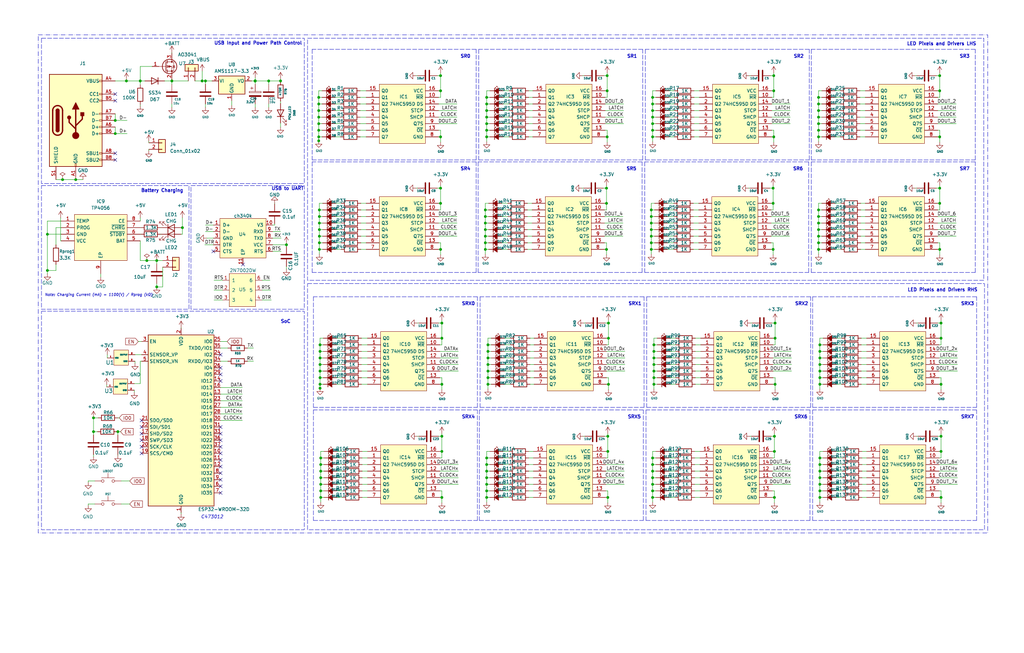
<source format=kicad_sch>
(kicad_sch (version 20230121) (generator eeschema)
  (paper "User" 394.995 251.993)
  (title_block (title "128 bit POV Display") (company "Jobit Joseph   Semicon Media Pvt Ltd"))
  (lib_symbols
    (symbol "74HC595D-Q100_118:74HC595D-Q100,118" (pin_names (offset 0.762))
      (property "Reference" "IC?" (at 13.97 6.35 0))
      (property "Value" "74HC595D" (at 13.97 3.81 0))
      (symbol "74HC595D-Q100,118_0_0"
        (pin passive line (at 0 -2.54 0) (length 5.08) (name "Q1") (number "1"))
        (pin passive line (at 27.94 -2.54 180) (length 5.08) (name "~{MR}") (number "10"))
        (pin passive line (at 27.94 -10.16 180) (length 5.08) (name "SHCP") (number "11"))
        (pin passive line (at 27.94 -7.62 180) (length 5.08) (name "STCP") (number "12"))
        (pin passive line (at 27.94 -15.24 180) (length 5.08) (name "~{OE}") (number "13"))
        (pin passive line (at 27.94 -5.08 180) (length 5.08) (name "DS") (number "14"))
        (pin passive line (at 0 0 0) (length 5.08) (name "Q0") (number "15"))
        (pin passive line (at 27.94 0 180) (length 5.08) (name "VCC") (number "16"))
        (pin passive line (at 0 -5.08 0) (length 5.08) (name "Q2") (number "2"))
        (pin passive line (at 0 -7.62 0) (length 5.08) (name "Q3") (number "3"))
        (pin passive line (at 0 -10.16 0) (length 5.08) (name "Q4") (number "4"))
        (pin passive line (at 0 -12.7 0) (length 5.08) (name "Q5") (number "5"))
        (pin passive line (at 0 -15.24 0) (length 5.08) (name "Q6") (number "6"))
        (pin passive line (at 0 -17.78 0) (length 5.08) (name "Q7") (number "7"))
        (pin passive line (at 27.94 -17.78 180) (length 5.08) (name "GND") (number "8"))
        (pin passive line (at 27.94 -12.7 180) (length 5.08) (name "Q7S") (number "9"))
      )
    )
    (symbol "AH3572-SA-7_1" (pin_names (offset 0.254))
      (property "Reference" "U1" (at 20.32 9.144 0))
      (property "Value" "AH3572-SA-7" (at 20.32 6.604 0))
      (symbol "AH3572-SA-7_1_1_1"
        (pin power_in line (at -2.54 -1.27 0) (length 2.54) (name "VDD") (number "1"))
        (pin power_out line (at 8.128 -2.54 180) (length 2.54) (name "GND") (number "2"))
        (pin output line (at 8.128 0 180) (length 2.54) (name "OUTPUT") (number "3"))
      )
    )
    (symbol "Connector_Generic:Conn_01x02" (pin_names (offset 1.016) hide)
      (property "Reference" "J" (at 0 2.54 0))
      (property "Value" "Conn_01x02" (at 0 -5.08 0))
      (symbol "Conn_01x02_1_1"
        (pin passive line (at -5.08 0 0) (length 3.81) (name "Pin_1") (number "1"))
        (pin passive line (at -5.08 -2.54 0) (length 3.81) (name "Pin_2") (number "2"))
      )
    )
    (symbol "Device:C" (pin_numbers hide) (pin_names (offset 0.254))
      (property "Reference" "C" (at 0.635 2.54 0))
      (property "Value" "C" (at 0.635 -2.54 0))
      (symbol "C_1_1"
        (pin passive line (at 0 3.81 270) (length 2.794) (name "~") (number "1"))
        (pin passive line (at 0 -3.81 90) (length 2.794) (name "~") (number "2"))
      )
    )
    (symbol "Device:C_Polarized" (pin_numbers hide) (pin_names (offset 0.254))
      (property "Reference" "C" (at 0.635 2.54 0))
      (property "Value" "C_Polarized" (at 0.635 -2.54 0))
      (symbol "C_Polarized_1_1"
        (pin passive line (at 0 3.81 270) (length 2.794) (name "~") (number "1"))
        (pin passive line (at 0 -3.81 90) (length 2.794) (name "~") (number "2"))
      )
    )
    (symbol "Device:LED" (pin_numbers hide) (pin_names (offset 1.016) hide)
      (property "Reference" "D" (at 0 2.54 0))
      (property "Value" "LED" (at 0 -2.54 0))
      (symbol "LED_1_1"
        (pin passive line (at -3.81 0 0) (length 2.54) (name "K") (number "1"))
        (pin passive line (at 3.81 0 180) (length 2.54) (name "A") (number "2"))
      )
    )
    (symbol "Device:LED_Small_Filled" (pin_numbers hide) (pin_names (offset 0.254) hide)
      (property "Reference" "D" (at -1.27 3.175 0))
      (property "Value" "LED_Small_Filled" (at -4.445 -2.54 0))
      (symbol "LED_Small_Filled_1_1"
        (pin passive line (at -2.54 0 0) (length 1.778) (name "K") (number "1"))
        (pin passive line (at 2.54 0 180) (length 1.778) (name "A") (number "2"))
      )
    )
    (symbol "Device:R" (pin_numbers hide) (pin_names (offset 0))
      (property "Reference" "R" (at 2.032 0 90))
      (property "Value" "R" (at 0 0 90))
      (symbol "R_1_1"
        (pin passive line (at 0 3.81 270) (length 1.27) (name "~") (number "1"))
        (pin passive line (at 0 -3.81 90) (length 1.27) (name "~") (number "2"))
      )
    )
    (symbol "Diode:US1A" (pin_numbers hide) (pin_names (offset 1.016) hide)
      (property "Reference" "D" (at 0 2.54 0))
      (property "Value" "US1A" (at 0 -2.54 0))
      (symbol "US1A_1_1"
        (pin passive line (at -3.81 0 0) (length 2.54) (name "K") (number "1"))
        (pin passive line (at 3.81 0 180) (length 2.54) (name "A") (number "2"))
      )
    )
    (symbol "ESP32_TouchDown:DMG3415U-7" (pin_names (offset 0) hide)
      (property "Reference" "Q" (at 5.08 1.27 0))
      (property "Value" "DMG3415U-7" (at 5.08 -1.27 0))
      (symbol "DMG3415U-7_1_1"
        (pin input line (at -5.08 0 0) (length 2.54) (name "G") (number "1"))
        (pin passive line (at 2.54 -5.08 90) (length 2.54) (name "S") (number "2"))
        (pin passive line (at 2.54 5.08 270) (length 2.54) (name "D") (number "3"))
      )
    )
    (symbol "RF_Module:ESP32-WROOM-32D"
      (property "Reference" "U" (at -12.7 34.29 0))
      (property "Value" "ESP32-WROOM-32D" (at 1.27 34.29 0))
      (symbol "ESP32-WROOM-32D_1_1"
        (pin power_in line (at 0 -35.56 90) (length 2.54) (name "GND") (number "1"))
        (pin bidirectional line (at 15.24 -12.7 180) (length 2.54) (name "IO25") (number "10"))
        (pin bidirectional line (at 15.24 -15.24 180) (length 2.54) (name "IO26") (number "11"))
        (pin bidirectional line (at 15.24 -17.78 180) (length 2.54) (name "IO27") (number "12"))
        (pin bidirectional line (at 15.24 10.16 180) (length 2.54) (name "IO14") (number "13"))
        (pin bidirectional line (at 15.24 15.24 180) (length 2.54) (name "IO12") (number "14"))
        (pin passive line (at 0 -35.56 90) (length 2.54) hide (name "GND") (number "15"))
        (pin bidirectional line (at 15.24 12.7 180) (length 2.54) (name "IO13") (number "16"))
        (pin bidirectional line (at -15.24 -5.08 0) (length 2.54) (name "SHD/SD2") (number "17"))
        (pin bidirectional line (at -15.24 -7.62 0) (length 2.54) (name "SWP/SD3") (number "18"))
        (pin bidirectional line (at -15.24 -12.7 0) (length 2.54) (name "SCS/CMD") (number "19"))
        (pin power_in line (at 0 35.56 270) (length 2.54) (name "VDD") (number "2"))
        (pin bidirectional line (at -15.24 -10.16 0) (length 2.54) (name "SCK/CLK") (number "20"))
        (pin bidirectional line (at -15.24 0 0) (length 2.54) (name "SDO/SD0") (number "21"))
        (pin bidirectional line (at -15.24 -2.54 0) (length 2.54) (name "SDI/SD1") (number "22"))
        (pin bidirectional line (at 15.24 7.62 180) (length 2.54) (name "IO15") (number "23"))
        (pin bidirectional line (at 15.24 25.4 180) (length 2.54) (name "IO2") (number "24"))
        (pin bidirectional line (at 15.24 30.48 180) (length 2.54) (name "IO0") (number "25"))
        (pin bidirectional line (at 15.24 20.32 180) (length 2.54) (name "IO4") (number "26"))
        (pin bidirectional line (at 15.24 5.08 180) (length 2.54) (name "IO16") (number "27"))
        (pin bidirectional line (at 15.24 2.54 180) (length 2.54) (name "IO17") (number "28"))
        (pin bidirectional line (at 15.24 17.78 180) (length 2.54) (name "IO5") (number "29"))
        (pin input line (at -15.24 30.48 0) (length 2.54) (name "EN") (number "3"))
        (pin bidirectional line (at 15.24 0 180) (length 2.54) (name "IO18") (number "30"))
        (pin bidirectional line (at 15.24 -2.54 180) (length 2.54) (name "IO19") (number "31"))
        (pin no_connect line (at -12.7 -27.94 0) (length 2.54) hide (name "NC") (number "32"))
        (pin bidirectional line (at 15.24 -5.08 180) (length 2.54) (name "IO21") (number "33"))
        (pin bidirectional line (at 15.24 22.86 180) (length 2.54) (name "RXD0/IO3") (number "34"))
        (pin bidirectional line (at 15.24 27.94 180) (length 2.54) (name "TXD0/IO1") (number "35"))
        (pin bidirectional line (at 15.24 -7.62 180) (length 2.54) (name "IO22") (number "36"))
        (pin bidirectional line (at 15.24 -10.16 180) (length 2.54) (name "IO23") (number "37"))
        (pin passive line (at 0 -35.56 90) (length 2.54) hide (name "GND") (number "38"))
        (pin passive line (at 0 -35.56 90) (length 2.54) hide (name "GND") (number "39"))
        (pin input line (at -15.24 25.4 0) (length 2.54) (name "SENSOR_VP") (number "4"))
        (pin input line (at -15.24 22.86 0) (length 2.54) (name "SENSOR_VN") (number "5"))
        (pin input line (at 15.24 -25.4 180) (length 2.54) (name "IO34") (number "6"))
        (pin input line (at 15.24 -27.94 180) (length 2.54) (name "IO35") (number "7"))
        (pin bidirectional line (at 15.24 -20.32 180) (length 2.54) (name "IO32") (number "8"))
        (pin bidirectional line (at 15.24 -22.86 180) (length 2.54) (name "IO33") (number "9"))
      )
    )
    (symbol "Regulator_Linear:AMS1117-5.0" (pin_names (offset 0.254))
      (property "Reference" "U" (at -3.81 3.175 0))
      (property "Value" "AMS1117-5.0" (at 0 3.175 0))
      (symbol "AMS1117-5.0_1_1"
        (pin power_in line (at 0 -7.62 90) (length 2.54) (name "GND") (number "1"))
        (pin power_out line (at 7.62 0 180) (length 2.54) (name "VO") (number "2"))
        (pin power_in line (at -7.62 0 0) (length 2.54) (name "VI") (number "3"))
      )
    )
    (symbol "Switch:SW_Push" (pin_numbers hide) (pin_names (offset 1.016) hide)
      (property "Reference" "SW" (at 1.27 2.54 0))
      (property "Value" "SW_Push" (at 0 -1.524 0))
      (symbol "SW_Push_0_1"
        (pin passive line (at -5.08 0 0) (length 2.54) (name "1") (number "1"))
        (pin passive line (at 5.08 0 180) (length 2.54) (name "2") (number "2"))
      )
    )
    (symbol "TP4056-42-ESOP8:TP4056-42-ESOP8" (pin_names (offset 0.762))
      (property "Reference" "IC?" (at 15.24 7.62 0))
      (property "Value" "TP4056" (at 15.24 5.08 0))
      (symbol "TP4056-42-ESOP8_0_0"
        (pin passive line (at 0 0 0) (length 5.08) (name "TEMP") (number "1"))
        (pin passive line (at 0 -2.54 0) (length 5.08) (name "PROG") (number "2"))
        (pin passive line (at 0 -5.08 0) (length 5.08) (name "GND") (number "3"))
        (pin passive line (at 0 -7.62 0) (length 5.08) (name "VCC") (number "4"))
        (pin passive line (at 30.48 -7.62 180) (length 5.08) (name "BAT") (number "5"))
        (pin passive line (at 30.48 -5.08 180) (length 5.08) (name "~{STDBY}") (number "6"))
        (pin passive line (at 30.48 -2.54 180) (length 5.08) (name "~{CHRG}") (number "7"))
        (pin passive line (at 30.48 0 180) (length 5.08) (name "CE") (number "8"))
        (pin passive line (at 15.24 -20.32 90) (length 5.08) (name "EP") (number "9"))
      )
    )
    (symbol "downloader-rescue:DDC114TU-7-F-my" (pin_names (offset 1.016))
      (property "Reference" "U5" (at 0 10.541 0))
      (property "Value" "DDC114TU-7-F" (at 0 8.2296 0))
      (symbol "DDC114TU-7-F-my_1_1"
        (pin passive line (at -7.62 3.81 0) (length 2.54) (name "1") (number "1"))
        (pin passive line (at -7.62 0 0) (length 2.54) (name "2") (number "2"))
        (pin passive line (at -7.62 -3.81 0) (length 2.54) (name "3") (number "3"))
        (pin passive line (at 7.62 -3.81 180) (length 2.54) (name "4") (number "4"))
        (pin passive line (at 7.62 0 180) (length 2.54) (name "5") (number "5"))
        (pin passive line (at 7.62 3.81 180) (length 2.54) (name "6") (number "6"))
      )
    )
    (symbol "downloader-rescue:USB_C_Receptacle_USB2.0-Connector" (pin_names (offset 1.016))
      (property "Reference" "J" (at -10.16 19.05 0))
      (property "Value" "USB_C_Receptacle_USB2.0-Connector" (at 19.05 19.05 0))
      (symbol "USB_C_Receptacle_USB2.0-Connector_1_1"
        (pin power_in line (at 0 -22.86 90) (length 5.08) (name "GND") (number "A1"))
        (pin passive line (at 0 -22.86 90) (length 5.08) hide (name "GND") (number "A12"))
        (pin power_in line (at 15.24 15.24 180) (length 5.08) (name "VBUS") (number "A4"))
        (pin bidirectional line (at 15.24 10.16 180) (length 5.08) (name "CC1") (number "A5"))
        (pin bidirectional line (at 15.24 -2.54 180) (length 5.08) (name "D+") (number "A6"))
        (pin bidirectional line (at 15.24 2.54 180) (length 5.08) (name "D-") (number "A7"))
        (pin bidirectional line (at 15.24 -12.7 180) (length 5.08) (name "SBU1") (number "A8"))
        (pin passive line (at 15.24 15.24 180) (length 5.08) hide (name "VBUS") (number "A9"))
        (pin passive line (at 0 -22.86 90) (length 5.08) hide (name "GND") (number "B1"))
        (pin passive line (at 0 -22.86 90) (length 5.08) hide (name "GND") (number "B12"))
        (pin passive line (at 15.24 15.24 180) (length 5.08) hide (name "VBUS") (number "B4"))
        (pin bidirectional line (at 15.24 7.62 180) (length 5.08) (name "CC2") (number "B5"))
        (pin bidirectional line (at 15.24 -5.08 180) (length 5.08) (name "D+") (number "B6"))
        (pin bidirectional line (at 15.24 0 180) (length 5.08) (name "D-") (number "B7"))
        (pin bidirectional line (at 15.24 -15.24 180) (length 5.08) (name "SBU2") (number "B8"))
        (pin passive line (at 15.24 15.24 180) (length 5.08) hide (name "VBUS") (number "B9"))
        (pin passive line (at -7.62 -22.86 90) (length 5.08) (name "SHIELD") (number "S1"))
      )
    )
    (symbol "downloader-rescue:ch340k-my" (pin_names (offset 1.016))
      (property "Reference" "U4" (at 0 13.081 0))
      (property "Value" "ch340k" (at 0 10.7696 0))
      (symbol "ch340k-my_1_1"
        (pin passive line (at -11.43 3.81 0) (length 2.54) (name "D+") (number "1"))
        (pin passive line (at 11.43 3.81 180) (length 2.54) (name "V3") (number "10"))
        (pin input line (at 0 -11.43 90) (length 2.54) (name "EP") (number "11"))
        (pin passive line (at -11.43 1.27 0) (length 2.54) (name "D-") (number "2"))
        (pin passive line (at -11.43 -1.27 0) (length 2.54) (name "GND") (number "3"))
        (pin passive line (at -11.43 -3.81 0) (length 2.54) (name "DTR") (number "4"))
        (pin passive line (at -11.43 -6.35 0) (length 2.54) (name "CTS") (number "5"))
        (pin passive line (at 11.43 -6.35 180) (length 2.54) (name "RTS") (number "6"))
        (pin passive line (at 11.43 -3.81 180) (length 2.54) (name "VCC") (number "7"))
        (pin passive line (at 11.43 -1.27 180) (length 2.54) (name "TXD") (number "8"))
        (pin passive line (at 11.43 1.27 180) (length 2.54) (name "RXD") (number "9"))
      )
    )
    (symbol "power:+3.3V" (power) (pin_names (offset 0))
      (property "Value" "+3.3V" (at 0 3.556 0))
      (symbol "+3.3V_1_1"
        (pin power_in line (at 0 0 90) (length 0) hide (name "+3.3V") (number "1"))
      )
    )
    (symbol "power:+3V3" (power) (pin_names (offset 0))
      (property "Value" "+3V3" (at 0 3.556 0))
      (symbol "+3V3_1_1"
        (pin power_in line (at 0 0 90) (length 0) hide (name "+3V3") (number "1"))
      )
    )
    (symbol "power:+5V" (power) (pin_names (offset 0))
      (property "Value" "+5V" (at 0 3.556 0))
      (symbol "+5V_1_1"
        (pin power_in line (at 0 0 90) (length 0) hide (name "+5V") (number "1"))
      )
    )
    (symbol "power:+BATT" (power) (pin_names (offset 0))
      (property "Value" "+BATT" (at 0 3.556 0))
      (symbol "+BATT_1_1"
        (pin power_in line (at 0 0 90) (length 0) hide (name "+BATT") (number "1"))
      )
    )
    (symbol "power:GND" (power) (pin_names (offset 0))
      (property "Value" "GND" (at 0 -3.81 0))
      (symbol "GND_1_1"
        (pin power_in line (at 0 0 270) (length 0) hide (name "GND") (number "1"))
      )
    )
    (symbol "power:PWR_FLAG" (power) (pin_numbers hide) (pin_names (offset 0) hide)
      (property "Value" "PWR_FLAG" (at 0 3.81 0))
      (symbol "PWR_FLAG_0_0"
        (pin power_out line (at 0 0 90) (length 0) (name "pwr") (number "1"))
      )
    )
    (symbol "power:VBUS" (power) (pin_names (offset 0))
      (property "Value" "VBUS" (at 0 3.81 0))
      (symbol "VBUS_1_1"
        (pin power_in line (at 0 0 90) (length 0) hide (name "VBUS") (number "1"))
      )
    )
  )
  (junction (at 169.926 78.486))
  (junction (at 298.45 29.21))
  (junction (at 298.958 148.336))
  (junction (at 316.23 179.324))
  (junction (at 77.978 31.242))
  (junction (at 169.926 35.052))
  (junction (at 362.458 29.21))
  (junction (at 298.958 130.556))
  (junction (at 234.188 35.052))
  (junction (at 362.458 52.832))
  (junction (at 188.214 143.256))
  (junction (at 187.706 37.592))
  (junction (at 170.434 174.244))
  (junction (at 298.958 124.714))
  (junction (at 187.706 186.944))
  (junction (at 123.698 192.024))
  (junction (at 188.214 135.636))
  (junction (at 123.444 133.096))
  (junction (at 316.23 176.784))
  (junction (at 362.458 78.486))
  (junction (at 251.714 179.324))
  (junction (at 108.204 31.242))
  (junction (at 316.23 133.096))
  (junction (at 54.102 31.242))
  (junction (at 188.214 138.176))
  (junction (at 187.706 42.672))
  (junction (at 123.698 186.944))
  (junction (at 187.198 96.266))
  (junction (at 251.714 192.024))
  (junction (at 234.188 29.21))
  (junction (at 315.722 93.726))
  (junction (at 123.19 86.106))
  (junction (at 362.966 192.024))
  (junction (at 56.642 100.584))
  (junction (at 252.222 143.256))
  (junction (at 29.21 69.342))
  (junction (at 251.714 176.784))
  (junction (at 316.23 148.336))
  (junction (at 252.222 133.096))
  (junction (at 251.714 40.132))
  (junction (at 187.198 93.726))
  (junction (at 298.196 96.266))
  (junction (at 252.222 138.176))
  (junction (at 187.706 192.024))
  (junction (at 18.288 90.424))
  (junction (at 316.23 184.404))
  (junction (at 251.714 184.404))
  (junction (at 251.714 181.864))
  (junction (at 169.926 96.266))
  (junction (at 316.23 135.636))
  (junction (at 24.13 69.342))
  (junction (at 170.434 130.556))
  (junction (at 169.926 29.21))
  (junction (at 123.698 181.864))
  (junction (at 45.466 166.624))
  (junction (at 315.722 50.292))
  (junction (at 251.714 37.592))
  (junction (at 298.704 174.244))
  (junction (at 187.706 184.404))
  (junction (at 362.966 174.244))
  (junction (at 60.452 100.584))
  (junction (at 169.926 52.832))
  (junction (at 187.706 181.864))
  (junction (at 123.19 81.026))
  (junction (at 298.704 168.402))
  (junction (at 66.294 31.242))
  (junction (at 234.696 148.336))
  (junction (at 362.458 35.052))
  (junction (at 123.444 143.256))
  (junction (at 36.068 166.624))
  (junction (at 298.45 52.832))
  (junction (at 170.434 124.714))
  (junction (at 187.198 88.646))
  (junction (at 187.198 86.106))
  (junction (at 187.198 81.026))
  (junction (at 316.23 143.256))
  (junction (at 316.23 145.796))
  (junction (at 315.722 37.592))
  (junction (at 79.248 31.242))
  (junction (at 18.288 104.394))
  (junction (at 362.966 124.714))
  (junction (at 234.696 124.714))
  (junction (at 315.722 88.646))
  (junction (at 315.722 91.186))
  (junction (at 98.425 31.242) (diameter 1.016))
  (junction (at 123.444 149.86))
  (junction (at 316.23 181.864))
  (junction (at 315.722 45.212))
  (junction (at 252.222 148.336))
  (junction (at 188.214 145.796))
  (junction (at 70.358 87.884))
  (junction (at 251.206 83.566))
  (junction (at 315.722 40.132))
  (junction (at 123.19 83.566))
  (junction (at 123.698 179.324))
  (junction (at 48.768 31.242))
  (junction (at 316.23 138.176))
  (junction (at 123.19 91.186))
  (junction (at 251.714 50.292))
  (junction (at 251.714 45.212))
  (junction (at 234.188 52.832))
  (junction (at 362.966 130.556))
  (junction (at 188.214 140.716))
  (junction (at 187.706 189.484))
  (junction (at 187.706 52.832))
  (junction (at 316.23 186.944))
  (junction (at 187.706 47.752))
  (junction (at 123.698 184.404))
  (junction (at 110.49 94.488))
  (junction (at 362.966 168.402))
  (junction (at 251.206 93.726))
  (junction (at 187.198 83.566))
  (junction (at 251.714 186.944))
  (junction (at 233.934 72.644))
  (junction (at 362.966 148.336))
  (junction (at 123.698 176.784))
  (junction (at 298.704 192.024))
  (junction (at 169.926 72.644))
  (junction (at 187.706 176.784))
  (junction (at 252.222 145.796))
  (junction (at 315.722 81.026))
  (junction (at 316.23 192.024))
  (junction (at 122.936 47.752))
  (junction (at 122.936 40.132))
  (junction (at 315.722 52.832))
  (junction (at 122.936 54.356))
  (junction (at 123.19 88.646))
  (junction (at 123.444 140.716))
  (junction (at 298.196 72.644))
  (junction (at 44.45 46.482))
  (junction (at 251.206 88.646))
  (junction (at 252.222 140.716))
  (junction (at 316.23 140.716))
  (junction (at 170.434 192.024))
  (junction (at 123.444 145.796))
  (junction (at 315.722 47.752))
  (junction (at 251.206 81.026))
  (junction (at 122.936 52.832))
  (junction (at 187.706 45.212))
  (junction (at 315.722 86.106))
  (junction (at 123.444 135.636))
  (junction (at 60.452 110.744))
  (junction (at 187.198 91.186))
  (junction (at 187.706 179.324))
  (junction (at 170.434 148.336))
  (junction (at 251.206 86.106))
  (junction (at 36.068 161.29))
  (junction (at 316.23 189.484))
  (junction (at 122.936 42.672))
  (junction (at 123.444 138.176))
  (junction (at 188.214 148.336))
  (junction (at 187.706 40.132))
  (junction (at 233.934 96.266))
  (junction (at 234.442 174.244))
  (junction (at 233.934 78.486))
  (junction (at 298.196 78.486))
  (junction (at 234.442 168.402))
  (junction (at 251.714 189.484))
  (junction (at 252.222 135.636))
  (junction (at 251.714 52.832))
  (junction (at 122.936 50.292))
  (junction (at 251.714 42.672))
  (junction (at 251.714 47.752))
  (junction (at 122.936 37.592))
  (junction (at 170.434 168.402))
  (junction (at 123.19 96.266))
  (junction (at 315.722 96.266))
  (junction (at 123.19 93.726))
  (junction (at 188.214 133.096))
  (junction (at 362.458 72.644))
  (junction (at 122.936 45.212))
  (junction (at 251.206 91.186))
  (junction (at 123.444 148.336))
  (junction (at 251.206 96.266))
  (junction (at 44.45 51.562))
  (junction (at 298.45 35.052))
  (junction (at 315.722 83.566))
  (junction (at 187.706 50.292))
  (junction (at 315.722 42.672))
  (junction (at 234.696 130.556))
  (junction (at 362.458 96.266))
  (junction (at 234.442 192.024))
  (junction (at 123.698 189.484))
  (junction (at 103.632 31.242))
  (no_connect (at 54.61 167.386))
  (no_connect (at 54.61 172.466))
  (no_connect (at 85.09 144.526))
  (no_connect (at 44.45 36.322))
  (no_connect (at 54.61 169.926))
  (no_connect (at 85.09 169.926))
  (no_connect (at 82.296 97.028))
  (no_connect (at 85.09 147.066))
  (no_connect (at 85.09 177.546))
  (no_connect (at 44.45 38.862))
  (no_connect (at 44.45 59.182))
  (no_connect (at 85.09 141.986))
  (no_connect (at 85.09 175.006))
  (no_connect (at 93.726 102.108))
  (no_connect (at 85.09 187.706))
  (no_connect (at 85.09 185.166))
  (no_connect (at 54.61 175.006))
  (no_connect (at 85.09 164.846))
  (no_connect (at 85.09 172.466))
  (no_connect (at 85.09 180.086))
  (no_connect (at 85.09 167.386))
  (no_connect (at 85.09 182.626))
  (no_connect (at 85.09 190.246))
  (no_connect (at 85.09 136.906))
  (no_connect (at 54.61 162.306))
  (no_connect (at 44.45 61.722))
  (no_connect (at 54.61 164.846))
  (wire (pts (xy 257.556 86.106) (xy 259.842 86.106)))
  (wire (pts (xy 130.048 189.484) (xy 132.08 189.484)))
  (wire (pts (xy 203.454 83.566) (xy 205.232 83.566)))
  (wire (pts (xy 257.556 96.266) (xy 259.842 96.266)))
  (wire (pts (xy 169.926 50.292) (xy 169.926 52.832)))
  (wire (pts (xy 176.784 179.324) (xy 169.672 179.324)))
  (wire (pts (xy 322.072 42.672) (xy 324.104 42.672)))
  (wire (pts (xy 331.724 45.212) (xy 333.756 45.212)))
  (wire (pts (xy 252.984 35.052) (xy 251.714 35.052)))
  (polyline (pts (xy 313.436 114.554) (xy 313.436 157.226)) (stroke (width 0) (type dash)))
  (wire (pts (xy 85.852 115.824) (xy 82.55 115.824)))
  (wire (pts (xy 267.462 88.646) (xy 269.494 88.646)))
  (wire (pts (xy 315.722 81.026) (xy 316.992 81.026)))
  (wire (pts (xy 122.936 54.356) (xy 122.936 54.61)))
  (wire (pts (xy 297.688 52.832) (xy 298.45 52.832)))
  (wire (pts (xy 123.698 181.864) (xy 124.968 181.864)))
  (wire (pts (xy 233.426 124.714) (xy 234.696 124.714)))
  (wire (pts (xy 316.23 148.336) (xy 316.23 150.114)))
  (wire (pts (xy 170.434 133.096) (xy 170.434 130.556)))
  (wire (pts (xy 169.164 52.832) (xy 169.926 52.832)))
  (wire (pts (xy 251.206 86.106) (xy 252.476 86.106)))
  (wire (pts (xy 267.716 50.292) (xy 269.748 50.292)))
  (wire (pts (xy 176.784 143.256) (xy 169.672 143.256)))
  (wire (pts (xy 298.704 192.024) (xy 298.704 194.056)))
  (wire (pts (xy 252.222 145.796) (xy 252.222 148.336)))
  (wire (pts (xy 240.792 186.944) (xy 233.68 186.944)))
  (wire (pts (xy 267.716 42.672) (xy 269.748 42.672)))
  (wire (pts (xy 298.704 174.244) (xy 298.704 168.402)))
  (wire (pts (xy 331.978 78.486) (xy 333.756 78.486)))
  (wire (pts (xy 267.462 83.566) (xy 269.494 83.566)))
  (wire (pts (xy 252.222 130.556) (xy 252.222 133.096)))
  (wire (pts (xy 305.054 186.944) (xy 297.942 186.944)))
  (wire (pts (xy 138.938 47.752) (xy 141.224 47.752)))
  (wire (pts (xy 52.07 136.906) (xy 54.61 136.906)))
  (wire (pts (xy 258.064 189.484) (xy 260.35 189.484)))
  (wire (pts (xy 331.978 96.266) (xy 333.756 96.266)))
  (wire (pts (xy 203.962 192.024) (xy 205.74 192.024)))
  (wire (pts (xy 98.425 40.132) (xy 98.425 41.402)))
  (wire (pts (xy 315.722 50.292) (xy 316.992 50.292)))
  (polyline (pts (xy 247.904 61.722) (xy 247.904 19.05)) (stroke (width 0) (type dash)))
  (wire (pts (xy 362.458 93.726) (xy 362.458 96.266)))
  (wire (pts (xy 304.8 40.132) (xy 297.688 40.132)))
  (wire (pts (xy 316.23 143.256) (xy 316.23 145.796)))
  (wire (pts (xy 123.444 148.336) (xy 123.444 149.86)))
  (wire (pts (xy 322.072 45.212) (xy 324.104 45.212)))
  (wire (pts (xy 36.068 166.624) (xy 37.592 166.624)))
  (wire (pts (xy 297.688 124.714) (xy 298.958 124.714)))
  (wire (pts (xy 304.8 47.752) (xy 297.688 47.752)))
  (wire (pts (xy 297.942 192.024) (xy 298.704 192.024)))
  (wire (pts (xy 258.064 176.784) (xy 260.35 176.784)))
  (wire (pts (xy 187.706 192.024) (xy 188.976 192.024)))
  (wire (pts (xy 240.538 47.752) (xy 233.426 47.752)))
  (wire (pts (xy 124.46 78.486) (xy 123.19 78.486)))
  (wire (pts (xy 234.188 50.292) (xy 234.188 52.832)))
  (wire (pts (xy 187.706 184.404) (xy 187.706 186.944)))
  (wire (pts (xy 85.09 152.146) (xy 93.472 152.146)))
  (wire (pts (xy 176.784 138.176) (xy 169.672 138.176)))
  (wire (pts (xy 315.722 88.646) (xy 315.722 91.186)))
  (wire (pts (xy 251.714 184.404) (xy 251.714 186.944)))
  (wire (pts (xy 36.068 175.514) (xy 36.068 176.276)))
  (wire (pts (xy 129.54 96.266) (xy 131.572 96.266)))
  (wire (pts (xy 362.458 52.832) (xy 362.458 54.864)))
  (wire (pts (xy 188.214 143.256) (xy 189.484 143.256)))
  (wire (pts (xy 251.206 93.726) (xy 252.476 93.726)))
  (wire (pts (xy 258.572 133.096) (xy 260.604 133.096)))
  (wire (pts (xy 268.224 148.336) (xy 270.256 148.336)))
  (wire (pts (xy 322.072 93.726) (xy 324.358 93.726)))
  (wire (pts (xy 78.994 94.488) (xy 82.296 94.488)))
  (polyline (pts (xy 248.412 157.226) (xy 248.412 114.554)) (stroke (width 0) (type dash)))
  (wire (pts (xy 194.056 174.244) (xy 196.342 174.244)))
  (wire (pts (xy 322.58 189.484) (xy 324.866 189.484)))
  (wire (pts (xy 316.23 189.484) (xy 317.5 189.484)))
  (wire (pts (xy 187.706 179.324) (xy 187.706 181.864)))
  (wire (pts (xy 369.316 184.404) (xy 362.204 184.404)))
  (wire (pts (xy 316.23 192.024) (xy 317.5 192.024)))
  (wire (pts (xy 322.072 83.566) (xy 324.358 83.566)))
  (wire (pts (xy 93.472 157.226) (xy 85.09 157.226)))
  (wire (pts (xy 322.58 176.784) (xy 324.866 176.784)))
  (wire (pts (xy 203.962 181.864) (xy 205.74 181.864)))
  (wire (pts (xy 240.792 181.864) (xy 233.68 181.864)))
  (wire (pts (xy 316.23 184.404) (xy 317.5 184.404)))
  (wire (pts (xy 139.7 179.324) (xy 141.732 179.324)))
  (polyline (pts (xy 184.15 158.242) (xy 120.904 158.242)) (stroke (width 0) (type dash)))
  (wire (pts (xy 322.072 96.266) (xy 324.358 96.266)))
  (polyline (pts (xy 376.682 158.242) (xy 313.436 158.242)) (stroke (width 0) (type dash)))
  (wire (pts (xy 196.85 133.096) (xy 194.564 133.096)))
  (wire (pts (xy 362.204 174.244) (xy 362.966 174.244)))
  (wire (pts (xy 170.434 189.484) (xy 170.434 192.024)))
  (wire (pts (xy 258.064 184.404) (xy 260.35 184.404)))
  (wire (pts (xy 361.696 124.714) (xy 362.966 124.714)))
  (wire (pts (xy 95.504 134.366) (xy 97.79 134.366)))
  (wire (pts (xy 187.706 184.404) (xy 188.976 184.404)))
  (wire (pts (xy 75.184 31.242) (xy 77.978 31.242)))
  (polyline (pts (xy 120.396 105.156) (xy 183.642 105.156)) (stroke (width 0) (type dash)))
  (polyline (pts (xy 248.666 105.156) (xy 311.912 105.156)) (stroke (width 0) (type dash)))
  (polyline (pts (xy 248.92 61.722) (xy 312.166 61.722)) (stroke (width 0) (type dash)))
  (wire (pts (xy 105.918 86.868) (xy 105.156 86.868)))
  (wire (pts (xy 122.936 37.592) (xy 122.936 40.132)))
  (wire (pts (xy 129.54 93.726) (xy 131.572 93.726)))
  (polyline (pts (xy 312.928 62.484) (xy 312.928 105.156)) (stroke (width 0) (type dash)))
  (wire (pts (xy 129.794 140.716) (xy 131.826 140.716)))
  (wire (pts (xy 98.425 29.972) (xy 98.425 31.242)))
  (polyline (pts (xy 311.912 105.156) (xy 311.912 62.484)) (stroke (width 0) (type dash)))
  (wire (pts (xy 233.934 148.336) (xy 234.696 148.336)))
  (wire (pts (xy 129.286 37.592) (xy 131.318 37.592)))
  (wire (pts (xy 123.19 83.566) (xy 123.19 86.106)))
  (wire (pts (xy 315.722 86.106) (xy 316.992 86.106)))
  (wire (pts (xy 169.164 50.292) (xy 169.926 50.292)))
  (wire (pts (xy 258.064 45.212) (xy 260.096 45.212)))
  (wire (pts (xy 139.192 78.486) (xy 141.224 78.486)))
  (wire (pts (xy 362.966 192.024) (xy 362.966 194.056)))
  (wire (pts (xy 316.23 138.176) (xy 316.23 140.716)))
  (wire (pts (xy 77.978 27.432) (xy 77.978 31.242)))
  (wire (pts (xy 187.706 45.212) (xy 188.976 45.212)))
  (wire (pts (xy 50.038 185.674) (xy 46.736 185.674)))
  (polyline (pts (xy 120.904 158.242) (xy 120.904 200.914)) (stroke (width 0) (type dash)))
  (wire (pts (xy 108.458 97.028) (xy 105.156 97.028)))
  (wire (pts (xy 60.452 100.584) (xy 62.738 100.584)))
  (wire (pts (xy 110.49 93.98) (xy 110.49 94.488)))
  (wire (pts (xy 267.97 189.484) (xy 270.002 189.484)))
  (wire (pts (xy 240.792 184.404) (xy 233.68 184.404)))
  (wire (pts (xy 193.548 78.486) (xy 195.834 78.486)))
  (wire (pts (xy 170.434 174.244) (xy 170.434 168.402)))
  (wire (pts (xy 204.47 135.636) (xy 205.994 135.636)))
  (wire (pts (xy 252.222 140.716) (xy 252.222 143.256)))
  (wire (pts (xy 34.036 195.072) (xy 34.036 194.564)))
  (wire (pts (xy 123.444 133.096) (xy 124.714 133.096)))
  (wire (pts (xy 36.068 166.624) (xy 36.068 161.29)))
  (wire (pts (xy 331.978 91.186) (xy 333.756 91.186)))
  (wire (pts (xy 82.296 91.948) (xy 79.756 91.948)))
  (wire (pts (xy 203.962 179.324) (xy 205.74 179.324)))
  (wire (pts (xy 240.284 91.186) (xy 233.172 91.186)))
  (wire (pts (xy 85.852 112.014) (xy 82.55 112.014)))
  (wire (pts (xy 252.222 133.096) (xy 252.222 135.636)))
  (wire (pts (xy 268.224 143.256) (xy 270.256 143.256)))
  (wire (pts (xy 251.714 192.024) (xy 251.714 193.802)))
  (wire (pts (xy 169.164 168.402) (xy 170.434 168.402)))
  (wire (pts (xy 48.768 30.734) (xy 48.768 31.242)))
  (wire (pts (xy 129.54 88.646) (xy 131.572 88.646)))
  (wire (pts (xy 196.342 50.292) (xy 194.056 50.292)))
  (wire (pts (xy 34.036 186.182) (xy 34.036 185.674)))
  (wire (pts (xy 331.978 81.026) (xy 333.756 81.026)))
  (wire (pts (xy 203.962 186.944) (xy 205.74 186.944)))
  (wire (pts (xy 361.696 37.592) (xy 362.458 37.592)))
  (wire (pts (xy 298.196 145.796) (xy 298.958 145.796)))
  (wire (pts (xy 362.204 192.024) (xy 362.966 192.024)))
  (wire (pts (xy 138.938 37.592) (xy 141.224 37.592)))
  (wire (pts (xy 315.722 40.132) (xy 315.722 42.672)))
  (wire (pts (xy 240.538 40.132) (xy 233.426 40.132)))
  (wire (pts (xy 139.192 88.646) (xy 141.224 88.646)))
  (polyline (pts (xy 183.642 62.484) (xy 120.396 62.484)) (stroke (width 0) (type dash)))
  (wire (pts (xy 315.722 37.592) (xy 316.992 37.592)))
  (wire (pts (xy 298.958 145.796) (xy 298.958 148.336)))
  (wire (pts (xy 139.446 148.336) (xy 141.732 148.336)))
  (wire (pts (xy 108.204 31.496) (xy 108.204 31.242)))
  (wire (pts (xy 103.632 32.512) (xy 103.632 31.242)))
  (wire (pts (xy 251.714 189.484) (xy 251.714 192.024)))
  (polyline (pts (xy 376.174 62.484) (xy 312.928 62.484)) (stroke (width 0) (type dash)))
  (wire (pts (xy 353.06 72.644) (xy 353.568 72.644)))
  (wire (pts (xy 252.222 148.336) (xy 252.222 150.114)))
  (wire (pts (xy 252.222 138.176) (xy 253.492 138.176)))
  (wire (pts (xy 267.97 192.024) (xy 270.002 192.024)))
  (wire (pts (xy 322.58 135.636) (xy 324.612 135.636)))
  (wire (pts (xy 233.934 81.026) (xy 233.934 78.486)))
  (wire (pts (xy 194.056 184.404) (xy 196.342 184.404)))
  (wire (pts (xy 139.446 130.556) (xy 141.732 130.556)))
  (wire (pts (xy 123.444 138.176) (xy 123.444 140.716)))
  (wire (pts (xy 322.072 40.132) (xy 324.104 40.132)))
  (wire (pts (xy 129.794 133.096) (xy 131.826 133.096)))
  (wire (pts (xy 196.342 40.132) (xy 194.056 40.132)))
  (wire (pts (xy 139.192 81.026) (xy 141.224 81.026)))
  (wire (pts (xy 187.706 181.864) (xy 188.976 181.864)))
  (wire (pts (xy 322.58 186.944) (xy 324.866 186.944)))
  (wire (pts (xy 362.204 176.784) (xy 362.966 176.784)))
  (wire (pts (xy 123.444 133.096) (xy 123.444 135.636)))
  (wire (pts (xy 316.23 135.636) (xy 317.5 135.636)))
  (wire (pts (xy 194.056 179.324) (xy 196.342 179.324)))
  (wire (pts (xy 194.056 192.024) (xy 196.342 192.024)))
  (wire (pts (xy 258.064 40.132) (xy 260.096 40.132)))
  (wire (pts (xy 251.714 40.132) (xy 252.984 40.132)))
  (wire (pts (xy 203.962 47.752) (xy 205.486 47.752)))
  (wire (pts (xy 23.622 90.424) (xy 18.288 90.424)))
  (wire (pts (xy 101.092 115.824) (xy 104.648 115.824)))
  (wire (pts (xy 187.198 86.106) (xy 187.198 88.646)))
  (wire (pts (xy 258.064 181.864) (xy 260.35 181.864)))
  (wire (pts (xy 139.7 186.944) (xy 141.732 186.944)))
  (wire (pts (xy 362.458 81.026) (xy 362.458 78.486)))
  (wire (pts (xy 322.58 181.864) (xy 324.866 181.864)))
  (wire (pts (xy 108.204 39.116) (xy 108.204 39.878)))
  (wire (pts (xy 79.248 89.408) (xy 82.296 89.408)))
  (wire (pts (xy 304.546 86.106) (xy 297.434 86.106)))
  (wire (pts (xy 139.446 133.096) (xy 141.732 133.096)))
  (wire (pts (xy 331.724 40.132) (xy 333.756 40.132)))
  (wire (pts (xy 316.23 186.944) (xy 317.5 186.944)))
  (wire (pts (xy 362.204 133.096) (xy 362.966 133.096)))
  (wire (pts (xy 169.164 81.026) (xy 169.926 81.026)))
  (wire (pts (xy 169.926 35.052) (xy 169.926 29.21)))
  (wire (pts (xy 105.918 86.36) (xy 105.918 86.868)))
  (polyline (pts (xy 312.42 200.914) (xy 312.42 158.242)) (stroke (width 0) (type dash)))
  (wire (pts (xy 108.204 47.498) (xy 108.204 49.022)))
  (wire (pts (xy 304.546 91.186) (xy 297.434 91.186)))
  (wire (pts (xy 316.23 133.096) (xy 317.5 133.096)))
  (wire (pts (xy 129.794 148.336) (xy 131.826 148.336)))
  (wire (pts (xy 315.722 91.186) (xy 316.992 91.186)))
  (wire (pts (xy 138.938 42.672) (xy 141.224 42.672)))
  (wire (pts (xy 79.248 40.132) (xy 79.248 41.402)))
  (wire (pts (xy 169.926 52.832) (xy 169.926 54.864)))
  (wire (pts (xy 87.884 139.446) (xy 85.09 139.446)))
  (wire (pts (xy 18.288 85.344) (xy 18.288 90.424)))
  (polyline (pts (xy 249.174 158.242) (xy 249.174 200.914)) (stroke (width 0) (type dash)))
  (wire (pts (xy 322.58 140.716) (xy 324.612 140.716)))
  (wire (pts (xy 44.45 43.942) (xy 44.45 46.482)))
  (wire (pts (xy 170.434 145.796) (xy 170.434 148.336)))
  (wire (pts (xy 304.8 42.672) (xy 297.688 42.672)))
  (wire (pts (xy 361.696 52.832) (xy 362.458 52.832)))
  (wire (pts (xy 322.072 35.052) (xy 324.104 35.052)))
  (wire (pts (xy 34.036 194.564) (xy 36.576 194.564)))
  (wire (pts (xy 187.706 50.292) (xy 187.706 52.832)))
  (wire (pts (xy 54.102 40.894) (xy 54.102 40.386)))
  (wire (pts (xy 196.85 143.256) (xy 194.564 143.256)))
  (wire (pts (xy 368.808 86.106) (xy 361.696 86.106)))
  (wire (pts (xy 331.978 83.566) (xy 333.756 83.566)))
  (wire (pts (xy 234.696 124.714) (xy 234.696 123.698)))
  (polyline (pts (xy 248.158 158.242) (xy 184.912 158.242)) (stroke (width 0) (type dash)))
  (wire (pts (xy 196.342 37.592) (xy 194.056 37.592)))
  (wire (pts (xy 331.724 47.752) (xy 333.756 47.752)))
  (wire (pts (xy 316.23 143.256) (xy 317.5 143.256)))
  (wire (pts (xy 105.156 94.488) (xy 110.49 94.488)))
  (wire (pts (xy 316.23 181.864) (xy 316.23 184.404)))
  (wire (pts (xy 362.458 96.266) (xy 362.458 98.298)))
  (wire (pts (xy 188.468 78.486) (xy 187.198 78.486)))
  (wire (pts (xy 188.214 133.096) (xy 188.214 135.636)))
  (polyline (pts (xy 311.912 62.484) (xy 248.666 62.484)) (stroke (width 0) (type dash)))
  (wire (pts (xy 233.934 72.644) (xy 233.934 71.628)))
  (wire (pts (xy 252.222 143.256) (xy 253.492 143.256)))
  (wire (pts (xy 169.672 176.784) (xy 170.434 176.784)))
  (wire (pts (xy 369.316 138.176) (xy 362.204 138.176)))
  (wire (pts (xy 297.434 168.402) (xy 298.704 168.402)))
  (wire (pts (xy 44.45 46.482) (xy 49.022 46.482)))
  (wire (pts (xy 169.926 78.486) (xy 169.926 72.644)))
  (wire (pts (xy 123.698 186.944) (xy 124.968 186.944)))
  (wire (pts (xy 240.538 42.672) (xy 233.426 42.672)))
  (wire (pts (xy 289.052 29.21) (xy 289.56 29.21)))
  (wire (pts (xy 315.722 88.646) (xy 316.992 88.646)))
  (wire (pts (xy 169.672 189.484) (xy 170.434 189.484)))
  (wire (pts (xy 203.962 40.132) (xy 205.486 40.132)))
  (wire (pts (xy 187.706 42.672) (xy 187.706 45.212)))
  (wire (pts (xy 258.572 145.796) (xy 260.604 145.796)))
  (wire (pts (xy 233.934 93.726) (xy 233.934 96.266)))
  (wire (pts (xy 103.632 31.242) (xy 108.204 31.242)))
  (wire (pts (xy 316.23 179.324) (xy 317.5 179.324)))
  (wire (pts (xy 203.962 174.244) (xy 205.74 174.244)))
  (wire (pts (xy 361.696 78.486) (xy 362.458 78.486)))
  (wire (pts (xy 139.446 138.176) (xy 141.732 138.176)))
  (wire (pts (xy 298.958 133.096) (xy 298.958 130.556)))
  (wire (pts (xy 44.45 31.242) (xy 48.768 31.242)))
  (wire (pts (xy 188.976 174.244) (xy 187.706 174.244)))
  (wire (pts (xy 169.672 130.556) (xy 170.434 130.556)))
  (wire (pts (xy 130.048 174.244) (xy 132.08 174.244)))
  (wire (pts (xy 45.466 175.514) (xy 45.466 175.768)))
  (wire (pts (xy 368.808 42.672) (xy 361.696 42.672)))
  (wire (pts (xy 251.714 40.132) (xy 251.714 42.672)))
  (wire (pts (xy 233.426 35.052) (xy 234.188 35.052)))
  (wire (pts (xy 196.85 145.796) (xy 194.564 145.796)))
  (wire (pts (xy 316.23 145.796) (xy 316.23 148.336)))
  (wire (pts (xy 233.172 93.726) (xy 233.934 93.726)))
  (wire (pts (xy 187.706 52.832) (xy 187.706 54.61)))
  (wire (pts (xy 362.458 78.486) (xy 362.458 72.644)))
  (wire (pts (xy 296.926 72.644) (xy 298.196 72.644)))
  (wire (pts (xy 268.224 135.636) (xy 270.256 135.636)))
  (wire (pts (xy 161.036 124.714) (xy 161.544 124.714)))
  (wire (pts (xy 130.048 181.864) (xy 132.08 181.864)))
  (wire (pts (xy 316.23 189.484) (xy 316.23 192.024)))
  (polyline (pts (xy 313.436 200.914) (xy 376.682 200.914)) (stroke (width 0) (type dash)))
  (wire (pts (xy 362.966 189.484) (xy 362.966 192.024)))
  (wire (pts (xy 267.97 174.244) (xy 270.002 174.244)))
  (wire (pts (xy 252.222 143.256) (xy 252.222 145.796)))
  (wire (pts (xy 129.286 35.052) (xy 131.318 35.052)))
  (wire (pts (xy 315.722 83.566) (xy 316.992 83.566)))
  (wire (pts (xy 315.722 47.752) (xy 316.992 47.752)))
  (wire (pts (xy 297.942 176.784) (xy 298.704 176.784)))
  (wire (pts (xy 93.472 154.686) (xy 85.09 154.686)))
  (polyline (pts (xy 184.15 114.554) (xy 120.904 114.554)) (stroke (width 0) (type dash)))
  (wire (pts (xy 18.288 90.424) (xy 18.288 104.394)))
  (wire (pts (xy 70.358 87.884) (xy 70.358 90.424)))
  (wire (pts (xy 54.102 92.964) (xy 54.102 100.584)))
  (polyline (pts (xy 312.928 61.722) (xy 376.174 61.722)) (stroke (width 0) (type dash)))
  (wire (pts (xy 187.198 88.646) (xy 188.468 88.646)))
  (wire (pts (xy 23.368 84.074) (xy 23.368 92.964)))
  (polyline (pts (xy 184.404 62.484) (xy 184.404 105.156)) (stroke (width 0) (type dash)))
  (wire (pts (xy 169.926 96.266) (xy 169.926 98.298)))
  (wire (pts (xy 54.102 31.242) (xy 55.88 31.242)))
  (wire (pts (xy 322.072 91.186) (xy 324.358 91.186)))
  (wire (pts (xy 234.442 189.484) (xy 234.442 192.024)))
  (wire (pts (xy 188.214 140.716) (xy 189.484 140.716)))
  (wire (pts (xy 353.568 168.402) (xy 354.076 168.402)))
  (wire (pts (xy 251.206 81.026) (xy 251.206 83.566)))
  (wire (pts (xy 289.56 124.714) (xy 290.068 124.714)))
  (wire (pts (xy 139.446 145.796) (xy 141.732 145.796)))
  (wire (pts (xy 362.966 176.784) (xy 362.966 174.244)))
  (wire (pts (xy 122.936 47.752) (xy 122.936 50.292)))
  (wire (pts (xy 332.486 184.404) (xy 334.264 184.404)))
  (wire (pts (xy 322.072 50.292) (xy 324.104 50.292)))
  (wire (pts (xy 267.462 86.106) (xy 269.494 86.106)))
  (wire (pts (xy 196.342 47.752) (xy 194.056 47.752)))
  (wire (pts (xy 123.444 145.796) (xy 124.714 145.796)))
  (wire (pts (xy 252.222 145.796) (xy 253.492 145.796)))
  (wire (pts (xy 187.198 81.026) (xy 188.468 81.026)))
  (wire (pts (xy 369.316 135.636) (xy 362.204 135.636)))
  (polyline (pts (xy 249.428 157.226) (xy 312.674 157.226)) (stroke (width 0) (type dash)))
  (wire (pts (xy 129.54 91.186) (xy 131.572 91.186)))
  (wire (pts (xy 32.004 69.342) (xy 29.21 69.342)))
  (wire (pts (xy 101.092 108.204) (xy 104.14 108.204)))
  (wire (pts (xy 160.528 29.21) (xy 161.036 29.21)))
  (wire (pts (xy 123.19 81.026) (xy 124.46 81.026)))
  (polyline (pts (xy 248.158 200.914) (xy 248.158 158.242)) (stroke (width 0) (type dash)))
  (wire (pts (xy 332.232 130.556) (xy 334.264 130.556)))
  (wire (pts (xy 188.214 148.336) (xy 189.484 148.336)))
  (wire (pts (xy 234.442 192.024) (xy 234.442 194.056)))
  (wire (pts (xy 187.706 40.132) (xy 188.976 40.132)))
  (wire (pts (xy 252.222 135.636) (xy 253.492 135.636)))
  (wire (pts (xy 203.962 176.784) (xy 205.74 176.784)))
  (wire (pts (xy 331.724 42.672) (xy 333.756 42.672)))
  (wire (pts (xy 315.722 83.566) (xy 315.722 86.106)))
  (wire (pts (xy 315.722 50.292) (xy 315.722 52.832)))
  (wire (pts (xy 124.968 174.244) (xy 123.698 174.244)))
  (wire (pts (xy 194.056 181.864) (xy 196.342 181.864)))
  (polyline (pts (xy 184.15 157.226) (xy 184.15 114.554)) (stroke (width 0) (type dash)))
  (wire (pts (xy 130.048 184.404) (xy 132.08 184.404)))
  (wire (pts (xy 129.54 81.026) (xy 131.572 81.026)))
  (wire (pts (xy 332.232 133.096) (xy 334.264 133.096)))
  (polyline (pts (xy 184.15 200.914) (xy 184.15 158.242)) (stroke (width 0) (type dash)))
  (wire (pts (xy 297.434 96.266) (xy 298.196 96.266)))
  (wire (pts (xy 194.056 189.484) (xy 196.342 189.484)))
  (wire (pts (xy 257.556 81.026) (xy 259.842 81.026)))
  (polyline (pts (xy 312.928 19.05) (xy 312.928 61.722)) (stroke (width 0) (type dash)))
  (wire (pts (xy 169.164 96.266) (xy 169.926 96.266)))
  (wire (pts (xy 187.706 35.052) (xy 187.706 37.592)))
  (wire (pts (xy 129.286 45.212) (xy 131.318 45.212)))
  (wire (pts (xy 122.936 52.832) (xy 124.206 52.832)))
  (wire (pts (xy 188.214 145.796) (xy 188.214 148.336)))
  (wire (pts (xy 362.966 124.714) (xy 362.966 123.698)))
  (wire (pts (xy 368.808 83.566) (xy 361.696 83.566)))
  (wire (pts (xy 267.716 45.212) (xy 269.748 45.212)))
  (wire (pts (xy 203.454 96.266) (xy 205.232 96.266)))
  (wire (pts (xy 54.102 90.424) (xy 54.356 90.424)))
  (wire (pts (xy 187.706 176.784) (xy 188.976 176.784)))
  (wire (pts (xy 203.454 88.646) (xy 205.232 88.646)))
  (wire (pts (xy 315.722 52.832) (xy 315.722 54.61)))
  (wire (pts (xy 98.425 31.242) (xy 98.425 32.512)))
  (wire (pts (xy 267.462 78.486) (xy 269.494 78.486)))
  (wire (pts (xy 298.45 35.052) (xy 298.45 29.21)))
  (wire (pts (xy 258.572 130.556) (xy 260.604 130.556)))
  (wire (pts (xy 251.714 37.592) (xy 252.984 37.592)))
  (wire (pts (xy 305.308 135.636) (xy 298.196 135.636)))
  (wire (pts (xy 297.18 29.21) (xy 298.45 29.21)))
  (wire (pts (xy 170.434 168.402) (xy 170.434 167.386)))
  (wire (pts (xy 176.276 40.132) (xy 169.164 40.132)))
  (wire (pts (xy 361.188 72.644) (xy 362.458 72.644)))
  (wire (pts (xy 258.064 35.052) (xy 260.096 35.052)))
  (polyline (pts (xy 247.904 19.05) (xy 184.658 19.05)) (stroke (width 0) (type dash)))
  (wire (pts (xy 316.23 192.024) (xy 316.23 193.802)))
  (wire (pts (xy 187.706 186.944) (xy 187.706 189.484)))
  (wire (pts (xy 169.164 78.486) (xy 169.926 78.486)))
  (wire (pts (xy 298.196 130.556) (xy 298.958 130.556)))
  (wire (pts (xy 193.548 96.266) (xy 195.834 96.266)))
  (wire (pts (xy 139.192 96.266) (xy 141.224 96.266)))
  (wire (pts (xy 332.232 138.176) (xy 334.264 138.176)))
  (wire (pts (xy 187.706 174.244) (xy 187.706 176.784)))
  (wire (pts (xy 362.204 148.336) (xy 362.966 148.336)))
  (wire (pts (xy 193.548 83.566) (xy 195.834 83.566)))
  (wire (pts (xy 54.102 139.446) (xy 54.102 148.082)))
  (wire (pts (xy 124.206 35.052) (xy 122.936 35.052)))
  (wire (pts (xy 129.54 83.566) (xy 131.572 83.566)))
  (wire (pts (xy 196.342 35.052) (xy 194.056 35.052)))
  (wire (pts (xy 124.714 130.556) (xy 123.444 130.556)))
  (wire (pts (xy 267.97 181.864) (xy 270.002 181.864)))
  (wire (pts (xy 353.06 29.21) (xy 353.568 29.21)))
  (wire (pts (xy 54.102 25.654) (xy 54.102 31.242)))
  (wire (pts (xy 123.698 179.324) (xy 123.698 181.864)))
  (wire (pts (xy 322.58 133.096) (xy 324.612 133.096)))
  (wire (pts (xy 93.472 149.606) (xy 85.09 149.606)))
  (wire (pts (xy 138.938 50.292) (xy 141.224 50.292)))
  (polyline (pts (xy 313.436 158.242) (xy 313.436 200.914)) (stroke (width 0) (type dash)))
  (wire (pts (xy 45.466 166.624) (xy 46.482 166.624)))
  (wire (pts (xy 251.206 96.266) (xy 251.206 98.044)))
  (wire (pts (xy 169.672 148.336) (xy 170.434 148.336)))
  (polyline (pts (xy 249.428 114.554) (xy 249.428 157.226)) (stroke (width 0) (type dash)))
  (wire (pts (xy 315.722 35.052) (xy 315.722 37.592)))
  (wire (pts (xy 187.198 91.186) (xy 187.198 93.726)))
  (wire (pts (xy 251.714 45.212) (xy 251.714 47.752)))
  (polyline (pts (xy 183.642 105.156) (xy 183.642 62.484)) (stroke (width 0) (type dash)))
  (wire (pts (xy 258.064 186.944) (xy 260.35 186.944)))
  (wire (pts (xy 251.714 35.052) (xy 251.714 37.592)))
  (wire (pts (xy 123.19 86.106) (xy 123.19 88.646)))
  (wire (pts (xy 331.724 35.052) (xy 333.756 35.052)))
  (wire (pts (xy 332.486 174.244) (xy 334.264 174.244)))
  (wire (pts (xy 362.966 174.244) (xy 362.966 168.402)))
  (wire (pts (xy 251.714 181.864) (xy 251.714 184.404)))
  (wire (pts (xy 77.978 31.242) (xy 79.248 31.242)))
  (polyline (pts (xy 248.666 62.484) (xy 248.666 105.156)) (stroke (width 0) (type dash)))
  (wire (pts (xy 298.958 124.714) (xy 298.958 123.698)))
  (wire (pts (xy 322.58 143.256) (xy 324.612 143.256)))
  (wire (pts (xy 45.212 166.624) (xy 45.466 166.624)))
  (wire (pts (xy 298.958 148.336) (xy 298.958 150.368)))
  (wire (pts (xy 196.85 148.336) (xy 194.564 148.336)))
  (polyline (pts (xy 120.396 62.484) (xy 120.396 105.156)) (stroke (width 0) (type dash)))
  (wire (pts (xy 187.706 50.292) (xy 188.976 50.292)))
  (wire (pts (xy 267.716 40.132) (xy 269.748 40.132)))
  (wire (pts (xy 322.58 184.404) (xy 324.866 184.404)))
  (wire (pts (xy 54.102 148.082) (xy 51.816 148.082)))
  (wire (pts (xy 297.688 35.052) (xy 298.45 35.052)))
  (wire (pts (xy 369.316 143.256) (xy 362.204 143.256)))
  (wire (pts (xy 298.704 176.784) (xy 298.704 174.244)))
  (wire (pts (xy 298.958 130.556) (xy 298.958 124.714)))
  (wire (pts (xy 18.288 104.394) (xy 18.288 105.664)))
  (wire (pts (xy 56.642 100.584) (xy 60.452 100.584)))
  (wire (pts (xy 240.284 88.646) (xy 233.172 88.646)))
  (wire (pts (xy 204.47 140.716) (xy 205.994 140.716)))
  (wire (pts (xy 204.47 143.256) (xy 205.994 143.256)))
  (wire (pts (xy 368.808 40.132) (xy 361.696 40.132)))
  (wire (pts (xy 315.722 52.832) (xy 316.992 52.832)))
  (wire (pts (xy 251.206 91.186) (xy 251.206 93.726)))
  (wire (pts (xy 234.442 174.244) (xy 234.442 168.402)))
  (wire (pts (xy 251.714 52.832) (xy 251.714 54.61)))
  (polyline (pts (xy 376.682 157.226) (xy 376.682 114.554)) (stroke (width 0) (type dash)))
  (wire (pts (xy 187.706 186.944) (xy 188.976 186.944)))
  (wire (pts (xy 194.056 176.784) (xy 196.342 176.784)))
  (wire (pts (xy 251.206 81.026) (xy 252.476 81.026)))
  (wire (pts (xy 362.458 35.052) (xy 362.458 29.21)))
  (wire (pts (xy 188.214 135.636) (xy 189.484 135.636)))
  (wire (pts (xy 257.556 88.646) (xy 259.842 88.646)))
  (wire (pts (xy 129.794 130.556) (xy 131.826 130.556)))
  (wire (pts (xy 123.444 140.716) (xy 124.714 140.716)))
  (wire (pts (xy 187.198 91.186) (xy 188.468 91.186)))
  (wire (pts (xy 45.974 161.29) (xy 45.466 161.29)))
  (wire (pts (xy 252.222 140.716) (xy 253.492 140.716)))
  (polyline (pts (xy 183.642 19.05) (xy 120.396 19.05)) (stroke (width 0) (type dash)))
  (wire (pts (xy 241.046 138.176) (xy 233.934 138.176)))
  (wire (pts (xy 61.976 90.424) (xy 62.23 90.424)))
  (wire (pts (xy 194.056 186.944) (xy 196.342 186.944)))
  (wire (pts (xy 130.048 186.944) (xy 132.08 186.944)))
  (wire (pts (xy 204.47 145.796) (xy 205.994 145.796)))
  (polyline (pts (xy 312.928 105.156) (xy 376.174 105.156)) (stroke (width 0) (type dash)))
  (wire (pts (xy 267.716 52.832) (xy 269.748 52.832)))
  (wire (pts (xy 196.342 42.672) (xy 194.056 42.672)))
  (wire (pts (xy 253.492 130.556) (xy 252.222 130.556)))
  (wire (pts (xy 187.198 93.726) (xy 187.198 96.266)))
  (wire (pts (xy 251.714 179.324) (xy 251.714 181.864)))
  (wire (pts (xy 251.714 50.292) (xy 252.984 50.292)))
  (wire (pts (xy 123.698 181.864) (xy 123.698 184.404)))
  (wire (pts (xy 241.046 140.716) (xy 233.934 140.716)))
  (wire (pts (xy 38.862 106.934) (xy 38.862 105.664)))
  (wire (pts (xy 98.425 31.242) (xy 103.632 31.242)))
  (wire (pts (xy 233.68 192.024) (xy 234.442 192.024)))
  (wire (pts (xy 316.23 135.636) (xy 316.23 138.176)))
  (wire (pts (xy 123.444 140.716) (xy 123.444 143.256)))
  (wire (pts (xy 139.7 189.484) (xy 141.732 189.484)))
  (wire (pts (xy 176.276 88.646) (xy 169.164 88.646)))
  (wire (pts (xy 139.7 184.404) (xy 141.732 184.404)))
  (wire (pts (xy 169.926 29.21) (xy 169.926 28.194)))
  (polyline (pts (xy 376.682 114.554) (xy 313.436 114.554)) (stroke (width 0) (type dash)))
  (polyline (pts (xy 120.396 61.722) (xy 183.642 61.722)) (stroke (width 0) (type dash)))
  (wire (pts (xy 258.064 179.324) (xy 260.35 179.324)))
  (wire (pts (xy 368.808 47.752) (xy 361.696 47.752)))
  (wire (pts (xy 316.23 138.176) (xy 317.5 138.176)))
  (wire (pts (xy 139.446 135.636) (xy 141.732 135.636)))
  (wire (pts (xy 188.214 143.256) (xy 188.214 145.796)))
  (wire (pts (xy 305.054 181.864) (xy 297.942 181.864)))
  (wire (pts (xy 187.706 189.484) (xy 187.706 192.024)))
  (wire (pts (xy 204.47 130.556) (xy 205.994 130.556)))
  (wire (pts (xy 54.102 87.884) (xy 54.356 87.884)))
  (wire (pts (xy 123.19 96.266) (xy 124.46 96.266)))
  (wire (pts (xy 187.706 42.672) (xy 188.976 42.672)))
  (wire (pts (xy 46.736 194.564) (xy 50.038 194.564)))
  (wire (pts (xy 267.462 93.726) (xy 269.494 93.726)))
  (wire (pts (xy 251.714 192.024) (xy 252.984 192.024)))
  (wire (pts (xy 258.572 138.176) (xy 260.604 138.176)))
  (wire (pts (xy 129.54 86.106) (xy 131.572 86.106)))
  (wire (pts (xy 79.248 31.242) (xy 79.248 32.512)))
  (wire (pts (xy 258.572 143.256) (xy 260.604 143.256)))
  (wire (pts (xy 138.938 40.132) (xy 141.224 40.132)))
  (wire (pts (xy 203.962 184.404) (xy 205.74 184.404)))
  (wire (pts (xy 267.462 81.026) (xy 269.494 81.026)))
  (wire (pts (xy 316.23 176.784) (xy 317.5 176.784)))
  (wire (pts (xy 62.738 110.744) (xy 60.452 110.744)))
  (wire (pts (xy 233.934 78.486) (xy 233.934 72.644)))
  (wire (pts (xy 322.072 78.486) (xy 324.358 78.486)))
  (wire (pts (xy 234.442 176.784) (xy 234.442 174.244)))
  (wire (pts (xy 21.59 87.884) (xy 23.622 87.884)))
  (wire (pts (xy 41.148 148.59) (xy 41.148 149.352)))
  (wire (pts (xy 268.224 130.556) (xy 270.256 130.556)))
  (wire (pts (xy 361.696 81.026) (xy 362.458 81.026)))
  (wire (pts (xy 122.936 37.592) (xy 124.206 37.592)))
  (wire (pts (xy 316.23 184.404) (xy 316.23 186.944)))
  (wire (pts (xy 123.444 145.796) (xy 123.444 148.336)))
  (wire (pts (xy 241.046 143.256) (xy 233.934 143.256)))
  (wire (pts (xy 233.68 176.784) (xy 234.442 176.784)))
  (wire (pts (xy 44.45 51.562) (xy 49.022 51.562)))
  (wire (pts (xy 267.462 96.266) (xy 269.494 96.266)))
  (wire (pts (xy 122.936 50.292) (xy 124.206 50.292)))
  (wire (pts (xy 188.214 140.716) (xy 188.214 143.256)))
  (wire (pts (xy 257.556 78.486) (xy 259.842 78.486)))
  (wire (pts (xy 322.072 52.832) (xy 324.104 52.832)))
  (wire (pts (xy 332.232 145.796) (xy 334.264 145.796)))
  (wire (pts (xy 105.156 89.408) (xy 108.204 89.408)))
  (wire (pts (xy 70.358 84.074) (xy 70.358 87.884)))
  (wire (pts (xy 66.294 40.132) (xy 66.294 41.402)))
  (wire (pts (xy 66.294 31.242) (xy 66.294 32.512)))
  (wire (pts (xy 139.7 176.784) (xy 141.732 176.784)))
  (wire (pts (xy 203.454 91.186) (xy 205.232 91.186)))
  (wire (pts (xy 240.284 86.106) (xy 233.172 86.106)))
  (wire (pts (xy 322.072 47.752) (xy 324.104 47.752)))
  (wire (pts (xy 188.214 138.176) (xy 189.484 138.176)))
  (wire (pts (xy 170.434 192.024) (xy 170.434 194.056)))
  (wire (pts (xy 169.926 93.726) (xy 169.926 96.266)))
  (wire (pts (xy 130.048 179.324) (xy 132.08 179.324)))
  (wire (pts (xy 315.722 42.672) (xy 315.722 45.212)))
  (wire (pts (xy 368.808 45.212) (xy 361.696 45.212)))
  (wire (pts (xy 233.426 50.292) (xy 234.188 50.292)))
  (wire (pts (xy 298.704 189.484) (xy 298.704 192.024)))
  (wire (pts (xy 332.486 176.784) (xy 334.264 176.784)))
  (wire (pts (xy 169.164 37.592) (xy 169.926 37.592)))
  (wire (pts (xy 258.064 50.292) (xy 260.096 50.292)))
  (wire (pts (xy 267.716 35.052) (xy 269.748 35.052)))
  (wire (pts (xy 298.196 72.644) (xy 298.196 71.628)))
  (wire (pts (xy 187.198 83.566) (xy 187.198 86.106)))
  (wire (pts (xy 233.934 96.266) (xy 233.934 98.298)))
  (wire (pts (xy 252.222 138.176) (xy 252.222 140.716)))
  (wire (pts (xy 53.34 131.826) (xy 54.61 131.826)))
  (wire (pts (xy 362.458 29.21) (xy 362.458 28.194)))
  (wire (pts (xy 138.938 35.052) (xy 141.224 35.052)))
  (wire (pts (xy 362.204 130.556) (xy 362.966 130.556)))
  (wire (pts (xy 187.706 179.324) (xy 188.976 179.324)))
  (wire (pts (xy 188.214 130.556) (xy 188.214 133.096)))
  (wire (pts (xy 233.172 81.026) (xy 233.934 81.026)))
  (wire (pts (xy 193.548 81.026) (xy 195.834 81.026)))
  (polyline (pts (xy 313.436 157.226) (xy 376.682 157.226)) (stroke (width 0) (type dash)))
  (wire (pts (xy 332.486 181.864) (xy 334.264 181.864)))
  (wire (pts (xy 130.048 192.024) (xy 132.08 192.024)))
  (wire (pts (xy 234.188 35.052) (xy 234.188 29.21)))
  (wire (pts (xy 304.8 45.212) (xy 297.688 45.212)))
  (wire (pts (xy 305.308 138.176) (xy 298.196 138.176)))
  (wire (pts (xy 123.19 81.026) (xy 123.19 83.566)))
  (wire (pts (xy 57.404 58.166) (xy 57.404 57.658)))
  (wire (pts (xy 169.926 37.592) (xy 169.926 35.052)))
  (wire (pts (xy 139.192 86.106) (xy 141.224 86.106)))
  (wire (pts (xy 188.214 148.336) (xy 188.214 150.114)))
  (wire (pts (xy 123.19 91.186) (xy 124.46 91.186)))
  (wire (pts (xy 193.548 86.106) (xy 195.834 86.106)))
  (wire (pts (xy 362.204 145.796) (xy 362.966 145.796)))
  (wire (pts (xy 322.58 179.324) (xy 324.866 179.324)))
  (wire (pts (xy 138.938 45.212) (xy 141.224 45.212)))
  (wire (pts (xy 268.224 133.096) (xy 270.256 133.096)))
  (wire (pts (xy 170.434 176.784) (xy 170.434 174.244)))
  (wire (pts (xy 187.706 47.752) (xy 188.976 47.752)))
  (wire (pts (xy 267.716 37.592) (xy 269.748 37.592)))
  (wire (pts (xy 361.696 96.266) (xy 362.458 96.266)))
  (wire (pts (xy 21.59 104.394) (xy 18.288 104.394)))
  (wire (pts (xy 204.47 148.336) (xy 205.994 148.336)))
  (wire (pts (xy 176.276 42.672) (xy 169.164 42.672)))
  (wire (pts (xy 305.308 143.256) (xy 298.196 143.256)))
  (wire (pts (xy 362.966 133.096) (xy 362.966 130.556)))
  (wire (pts (xy 234.696 145.796) (xy 234.696 148.336)))
  (wire (pts (xy 297.688 50.292) (xy 298.45 50.292)))
  (wire (pts (xy 129.794 138.176) (xy 131.826 138.176)))
  (wire (pts (xy 297.688 37.592) (xy 298.45 37.592)))
  (polyline (pts (xy 183.642 61.722) (xy 183.642 19.05)) (stroke (width 0) (type dash)))
  (wire (pts (xy 362.204 189.484) (xy 362.966 189.484)))
  (wire (pts (xy 123.698 189.484) (xy 124.968 189.484)))
  (wire (pts (xy 129.286 40.132) (xy 131.318 40.132)))
  (wire (pts (xy 57.404 54.61) (xy 57.404 55.118)))
  (wire (pts (xy 54.102 84.074) (xy 54.102 85.344)))
  (wire (pts (xy 315.722 45.212) (xy 315.722 47.752)))
  (wire (pts (xy 176.784 135.636) (xy 169.672 135.636)))
  (wire (pts (xy 54.102 31.242) (xy 54.102 32.766)))
  (wire (pts (xy 23.622 85.344) (xy 18.288 85.344)))
  (wire (pts (xy 34.036 185.674) (xy 36.576 185.674)))
  (wire (pts (xy 122.936 42.672) (xy 122.936 45.212)))
  (wire (pts (xy 123.444 143.256) (xy 124.714 143.256)))
  (wire (pts (xy 322.58 148.336) (xy 324.612 148.336)))
  (wire (pts (xy 176.276 86.106) (xy 169.164 86.106)))
  (wire (pts (xy 187.706 37.592) (xy 187.706 40.132)))
  (wire (pts (xy 204.47 133.096) (xy 205.994 133.096)))
  (wire (pts (xy 169.672 174.244) (xy 170.434 174.244)))
  (wire (pts (xy 169.926 81.026) (xy 169.926 78.486)))
  (wire (pts (xy 258.064 42.672) (xy 260.096 42.672)))
  (wire (pts (xy 93.472 162.306) (xy 85.09 162.306)))
  (wire (pts (xy 203.962 189.484) (xy 205.74 189.484)))
  (wire (pts (xy 331.978 86.106) (xy 333.756 86.106)))
  (wire (pts (xy 193.548 91.186) (xy 195.834 91.186)))
  (wire (pts (xy 187.198 78.486) (xy 187.198 81.026)))
  (wire (pts (xy 233.68 189.484) (xy 234.442 189.484)))
  (wire (pts (xy 110.49 94.488) (xy 110.49 95.25)))
  (wire (pts (xy 362.458 50.292) (xy 362.458 52.832)))
  (wire (pts (xy 130.048 176.784) (xy 132.08 176.784)))
  (wire (pts (xy 105.918 78.486) (xy 105.918 78.74)))
  (wire (pts (xy 332.232 140.716) (xy 334.264 140.716)))
  (wire (pts (xy 233.172 96.266) (xy 233.934 96.266)))
  (wire (pts (xy 251.206 83.566) (xy 252.476 83.566)))
  (wire (pts (xy 316.23 140.716) (xy 316.23 143.256)))
  (wire (pts (xy 129.794 145.796) (xy 131.826 145.796)))
  (wire (pts (xy 122.936 35.052) (xy 122.936 37.592)))
  (polyline (pts (xy 184.912 158.242) (xy 184.912 200.914)) (stroke (width 0) (type dash)))
  (wire (pts (xy 368.808 88.646) (xy 361.696 88.646)))
  (wire (pts (xy 258.572 148.336) (xy 260.604 148.336)))
  (wire (pts (xy 251.714 186.944) (xy 252.984 186.944)))
  (wire (pts (xy 331.724 52.832) (xy 333.756 52.832)))
  (wire (pts (xy 169.164 93.726) (xy 169.926 93.726)))
  (wire (pts (xy 297.942 174.244) (xy 298.704 174.244)))
  (wire (pts (xy 267.97 179.324) (xy 270.002 179.324)))
  (wire (pts (xy 362.458 72.644) (xy 362.458 71.628)))
  (wire (pts (xy 203.454 81.026) (xy 205.232 81.026)))
  (wire (pts (xy 79.248 31.242) (xy 81.788 31.242)))
  (wire (pts (xy 316.23 174.244) (xy 316.23 176.784)))
  (wire (pts (xy 241.046 135.636) (xy 233.934 135.636)))
  (wire (pts (xy 233.68 174.244) (xy 234.442 174.244)))
  (wire (pts (xy 122.936 42.672) (xy 124.206 42.672)))
  (wire (pts (xy 362.966 130.556) (xy 362.966 124.714)))
  (wire (pts (xy 322.072 86.106) (xy 324.358 86.106)))
  (wire (pts (xy 129.286 50.292) (xy 131.318 50.292)))
  (wire (pts (xy 187.706 37.592) (xy 188.976 37.592)))
  (wire (pts (xy 123.698 192.024) (xy 124.968 192.024)))
  (wire (pts (xy 93.472 159.766) (xy 85.09 159.766)))
  (wire (pts (xy 332.232 135.636) (xy 334.264 135.636)))
  (wire (pts (xy 258.572 140.716) (xy 260.604 140.716)))
  (wire (pts (xy 316.992 78.486) (xy 315.722 78.486)))
  (wire (pts (xy 203.454 78.486) (xy 205.232 78.486)))
  (wire (pts (xy 203.454 86.106) (xy 205.232 86.106)))
  (wire (pts (xy 187.706 192.024) (xy 187.706 193.802)))
  (wire (pts (xy 240.538 45.212) (xy 233.426 45.212)))
  (wire (pts (xy 60.452 100.584) (xy 60.452 101.854)))
  (wire (pts (xy 233.172 78.486) (xy 233.934 78.486)))
  (polyline (pts (xy 248.92 19.05) (xy 248.92 61.722)) (stroke (width 0) (type dash)))
  (wire (pts (xy 251.206 88.646) (xy 252.476 88.646)))
  (polyline (pts (xy 376.174 61.722) (xy 376.174 19.05)) (stroke (width 0) (type dash)))
  (wire (pts (xy 331.978 88.646) (xy 333.756 88.646)))
  (wire (pts (xy 251.206 78.486) (xy 251.206 81.026)))
  (wire (pts (xy 169.164 35.052) (xy 169.926 35.052)))
  (wire (pts (xy 169.164 124.714) (xy 170.434 124.714)))
  (wire (pts (xy 322.58 138.176) (xy 324.612 138.176)))
  (wire (pts (xy 24.13 69.342) (xy 29.21 69.342)))
  (wire (pts (xy 203.962 42.672) (xy 205.486 42.672)))
  (wire (pts (xy 315.722 91.186) (xy 315.722 93.726)))
  (wire (pts (xy 315.722 96.266) (xy 316.992 96.266)))
  (wire (pts (xy 196.85 140.716) (xy 194.564 140.716)))
  (wire (pts (xy 258.064 37.592) (xy 260.096 37.592)))
  (polyline (pts (xy 376.174 105.156) (xy 376.174 62.484)) (stroke (width 0) (type dash)))
  (wire (pts (xy 297.942 189.484) (xy 298.704 189.484)))
  (wire (pts (xy 305.054 179.324) (xy 297.942 179.324)))
  (wire (pts (xy 298.196 96.266) (xy 298.196 98.298)))
  (wire (pts (xy 258.064 47.752) (xy 260.096 47.752)))
  (wire (pts (xy 252.984 174.244) (xy 251.714 174.244)))
  (wire (pts (xy 298.196 81.026) (xy 298.196 78.486)))
  (wire (pts (xy 240.284 83.566) (xy 233.172 83.566)))
  (wire (pts (xy 315.722 96.266) (xy 315.722 98.044)))
  (wire (pts (xy 251.714 181.864) (xy 252.984 181.864)))
  (wire (pts (xy 233.426 52.832) (xy 234.188 52.832)))
  (wire (pts (xy 139.446 143.256) (xy 141.732 143.256)))
  (polyline (pts (xy 120.904 114.554) (xy 120.904 157.226)) (stroke (width 0) (type dash)))
  (wire (pts (xy 331.724 50.292) (xy 333.756 50.292)))
  (wire (pts (xy 297.434 93.726) (xy 298.196 93.726)))
  (wire (pts (xy 362.458 37.592) (xy 362.458 35.052)))
  (wire (pts (xy 122.936 45.212) (xy 124.206 45.212)))
  (wire (pts (xy 361.696 50.292) (xy 362.458 50.292)))
  (wire (pts (xy 257.556 83.566) (xy 259.842 83.566)))
  (wire (pts (xy 51.816 151.384) (xy 51.816 150.622)))
  (wire (pts (xy 317.5 130.556) (xy 316.23 130.556)))
  (wire (pts (xy 23.622 92.964) (xy 23.368 92.964)))
  (polyline (pts (xy 120.904 157.226) (xy 184.15 157.226)) (stroke (width 0) (type dash)))
  (wire (pts (xy 316.23 145.796) (xy 317.5 145.796)))
  (wire (pts (xy 176.784 181.864) (xy 169.672 181.864)))
  (wire (pts (xy 123.19 83.566) (xy 124.46 83.566)))
  (wire (pts (xy 316.23 140.716) (xy 317.5 140.716)))
  (wire (pts (xy 298.196 148.336) (xy 298.958 148.336)))
  (wire (pts (xy 66.294 30.734) (xy 66.294 31.242)))
  (wire (pts (xy 322.58 174.244) (xy 324.866 174.244)))
  (wire (pts (xy 122.936 52.832) (xy 122.936 54.356)))
  (wire (pts (xy 122.936 47.752) (xy 124.206 47.752)))
  (wire (pts (xy 129.286 47.752) (xy 131.318 47.752)))
  (wire (pts (xy 187.198 83.566) (xy 188.468 83.566)))
  (wire (pts (xy 316.23 148.336) (xy 317.5 148.336)))
  (wire (pts (xy 234.696 148.336) (xy 234.696 150.368)))
  (wire (pts (xy 123.444 143.256) (xy 123.444 145.796)))
  (wire (pts (xy 257.556 93.726) (xy 259.842 93.726)))
  (wire (pts (xy 234.188 52.832) (xy 234.188 54.864)))
  (wire (pts (xy 110.49 102.87) (xy 110.49 103.886)))
  (polyline (pts (xy 120.396 19.05) (xy 120.396 61.722)) (stroke (width 0) (type dash)))
  (wire (pts (xy 298.45 50.292) (xy 298.45 52.832)))
  (wire (pts (xy 176.276 91.186) (xy 169.164 91.186)))
  (wire (pts (xy 123.444 135.636) (xy 124.714 135.636)))
  (wire (pts (xy 353.568 124.714) (xy 354.076 124.714)))
  (wire (pts (xy 169.672 192.024) (xy 170.434 192.024)))
  (wire (pts (xy 316.23 130.556) (xy 316.23 133.096)))
  (wire (pts (xy 332.486 179.324) (xy 334.264 179.324)))
  (wire (pts (xy 305.054 184.404) (xy 297.942 184.404)))
  (wire (pts (xy 251.714 47.752) (xy 251.714 50.292)))
  (wire (pts (xy 331.724 37.592) (xy 333.756 37.592)))
  (wire (pts (xy 251.714 37.592) (xy 251.714 40.132)))
  (wire (pts (xy 122.936 40.132) (xy 124.206 40.132)))
  (wire (pts (xy 168.656 72.644) (xy 169.926 72.644)))
  (wire (pts (xy 139.192 91.186) (xy 141.224 91.186)))
  (wire (pts (xy 298.45 37.592) (xy 298.45 35.052)))
  (wire (pts (xy 267.716 47.752) (xy 269.748 47.752)))
  (wire (pts (xy 203.962 50.292) (xy 205.486 50.292)))
  (wire (pts (xy 257.556 91.186) (xy 259.842 91.186)))
  (wire (pts (xy 251.714 45.212) (xy 252.984 45.212)))
  (wire (pts (xy 240.792 179.324) (xy 233.68 179.324)))
  (wire (pts (xy 322.072 37.592) (xy 324.104 37.592)))
  (wire (pts (xy 69.85 87.884) (xy 70.358 87.884)))
  (wire (pts (xy 251.714 179.324) (xy 252.984 179.324)))
  (wire (pts (xy 62.738 103.124) (xy 62.738 110.744)))
  (wire (pts (xy 21.59 102.108) (xy 21.59 104.394)))
  (wire (pts (xy 123.19 93.726) (xy 123.19 96.266)))
  (wire (pts (xy 268.224 138.176) (xy 270.256 138.176)))
  (wire (pts (xy 332.232 148.336) (xy 334.264 148.336)))
  (wire (pts (xy 87.63 131.826) (xy 85.09 131.826)))
  (wire (pts (xy 203.962 35.052) (xy 205.486 35.052)))
  (wire (pts (xy 267.97 176.784) (xy 270.002 176.784)))
  (wire (pts (xy 361.188 29.21) (xy 362.458 29.21)))
  (wire (pts (xy 129.54 78.486) (xy 131.572 78.486)))
  (polyline (pts (xy 312.674 157.226) (xy 312.674 114.554)) (stroke (width 0) (type dash)))
  (wire (pts (xy 123.698 189.484) (xy 123.698 192.024)))
  (wire (pts (xy 331.978 93.726) (xy 333.756 93.726)))
  (wire (pts (xy 44.45 49.022) (xy 44.45 51.562)))
  (wire (pts (xy 251.206 88.646) (xy 251.206 91.186)))
  (wire (pts (xy 187.198 93.726) (xy 188.468 93.726)))
  (wire (pts (xy 297.434 78.486) (xy 298.196 78.486)))
  (wire (pts (xy 251.206 83.566) (xy 251.206 86.106)))
  (wire (pts (xy 316.23 133.096) (xy 316.23 135.636)))
  (wire (pts (xy 315.722 93.726) (xy 316.992 93.726)))
  (wire (pts (xy 196.85 135.636) (xy 194.564 135.636)))
  (wire (pts (xy 234.188 29.21) (xy 234.188 28.194)))
  (wire (pts (xy 89.408 38.862) (xy 89.408 40.64)))
  (wire (pts (xy 322.072 81.026) (xy 324.358 81.026)))
  (wire (pts (xy 225.298 124.714) (xy 225.806 124.714)))
  (wire (pts (xy 298.45 52.832) (xy 298.45 54.864)))
  (wire (pts (xy 233.426 37.592) (xy 234.188 37.592)))
  (wire (pts (xy 234.696 130.556) (xy 234.696 124.714)))
  (wire (pts (xy 317.5 174.244) (xy 316.23 174.244)))
  (wire (pts (xy 170.434 148.336) (xy 170.434 150.368)))
  (wire (pts (xy 252.222 135.636) (xy 252.222 138.176)))
  (wire (pts (xy 24.13 69.088) (xy 24.13 69.342)))
  (wire (pts (xy 123.698 186.944) (xy 123.698 189.484)))
  (wire (pts (xy 123.698 174.244) (xy 123.698 176.784)))
  (wire (pts (xy 315.722 81.026) (xy 315.722 83.566)))
  (wire (pts (xy 233.934 130.556) (xy 234.696 130.556)))
  (wire (pts (xy 123.19 78.486) (xy 123.19 81.026)))
  (wire (pts (xy 251.714 189.484) (xy 252.984 189.484)))
  (wire (pts (xy 123.698 176.784) (xy 124.968 176.784)))
  (wire (pts (xy 21.59 69.342) (xy 24.13 69.342)))
  (polyline (pts (xy 376.682 200.914) (xy 376.682 158.242)) (stroke (width 0) (type dash)))
  (wire (pts (xy 193.548 88.646) (xy 195.834 88.646)))
  (wire (pts (xy 187.706 181.864) (xy 187.706 184.404)))
  (wire (pts (xy 123.444 130.556) (xy 123.444 133.096)))
  (polyline (pts (xy 185.166 157.226) (xy 248.412 157.226)) (stroke (width 0) (type dash)))
  (wire (pts (xy 188.214 145.796) (xy 189.484 145.796)))
  (wire (pts (xy 369.316 140.716) (xy 362.204 140.716)))
  (wire (pts (xy 123.698 179.324) (xy 124.968 179.324)))
  (wire (pts (xy 251.714 50.292) (xy 251.714 52.832)))
  (wire (pts (xy 129.794 135.636) (xy 131.826 135.636)))
  (wire (pts (xy 123.444 138.176) (xy 124.714 138.176)))
  (wire (pts (xy 169.672 145.796) (xy 170.434 145.796)))
  (polyline (pts (xy 312.42 158.242) (xy 249.174 158.242)) (stroke (width 0) (type dash)))
  (wire (pts (xy 187.706 40.132) (xy 187.706 42.672)))
  (wire (pts (xy 251.206 86.106) (xy 251.206 88.646)))
  (polyline (pts (xy 247.65 62.484) (xy 184.404 62.484)) (stroke (width 0) (type dash)))
  (wire (pts (xy 258.572 135.636) (xy 260.604 135.636)))
  (wire (pts (xy 41.402 136.906) (xy 41.402 138.176)))
  (wire (pts (xy 123.19 91.186) (xy 123.19 93.726)))
  (wire (pts (xy 252.222 148.336) (xy 253.492 148.336)))
  (polyline (pts (xy 248.412 114.554) (xy 185.166 114.554)) (stroke (width 0) (type dash)))
  (wire (pts (xy 52.07 140.208) (xy 52.07 139.446)))
  (wire (pts (xy 123.444 149.86) (xy 123.444 150.114)))
  (polyline (pts (xy 184.658 19.05) (xy 184.658 61.722)) (stroke (width 0) (type dash)))
  (wire (pts (xy 66.294 31.242) (xy 72.644 31.242)))
  (wire (pts (xy 251.206 93.726) (xy 251.206 96.266)))
  (wire (pts (xy 123.698 184.404) (xy 124.968 184.404)))
  (wire (pts (xy 169.672 133.096) (xy 170.434 133.096)))
  (wire (pts (xy 95.504 139.446) (xy 97.79 139.446)))
  (wire (pts (xy 21.59 94.488) (xy 21.59 87.884)))
  (wire (pts (xy 187.706 47.752) (xy 187.706 50.292)))
  (wire (pts (xy 251.714 47.752) (xy 252.984 47.752)))
  (polyline (pts (xy 312.166 19.05) (xy 248.92 19.05)) (stroke (width 0) (type dash)))
  (wire (pts (xy 203.962 37.592) (xy 205.486 37.592)))
  (polyline (pts (xy 120.904 200.914) (xy 184.15 200.914)) (stroke (width 0) (type dash)))
  (wire (pts (xy 187.706 45.212) (xy 187.706 47.752)))
  (wire (pts (xy 170.434 130.556) (xy 170.434 124.714)))
  (wire (pts (xy 251.714 42.672) (xy 251.714 45.212)))
  (wire (pts (xy 170.434 124.714) (xy 170.434 123.698)))
  (wire (pts (xy 48.768 31.242) (xy 54.102 31.242)))
  (polyline (pts (xy 184.912 200.914) (xy 248.158 200.914)) (stroke (width 0) (type dash)))
  (wire (pts (xy 188.214 133.096) (xy 189.484 133.096)))
  (wire (pts (xy 139.192 83.566) (xy 141.224 83.566)))
  (wire (pts (xy 332.486 186.944) (xy 334.264 186.944)))
  (wire (pts (xy 369.316 181.864) (xy 362.204 181.864)))
  (wire (pts (xy 123.19 86.106) (xy 124.46 86.106)))
  (wire (pts (xy 58.674 25.654) (xy 54.102 25.654)))
  (wire (pts (xy 138.938 52.832) (xy 141.224 52.832)))
  (wire (pts (xy 251.714 176.784) (xy 251.714 179.324)))
  (wire (pts (xy 139.7 174.244) (xy 141.732 174.244)))
  (wire (pts (xy 203.962 45.212) (xy 205.486 45.212)))
  (wire (pts (xy 316.23 176.784) (xy 316.23 179.324)))
  (wire (pts (xy 322.58 192.024) (xy 324.866 192.024)))
  (wire (pts (xy 232.664 72.644) (xy 233.934 72.644)))
  (wire (pts (xy 268.224 140.716) (xy 270.256 140.716)))
  (wire (pts (xy 123.444 135.636) (xy 123.444 138.176)))
  (wire (pts (xy 176.276 47.752) (xy 169.164 47.752)))
  (wire (pts (xy 322.58 130.556) (xy 324.612 130.556)))
  (wire (pts (xy 122.936 50.292) (xy 122.936 52.832)))
  (wire (pts (xy 187.198 96.266) (xy 188.468 96.266)))
  (wire (pts (xy 123.19 88.646) (xy 124.46 88.646)))
  (wire (pts (xy 176.784 140.716) (xy 169.672 140.716)))
  (wire (pts (xy 196.342 45.212) (xy 194.056 45.212)))
  (wire (pts (xy 297.434 81.026) (xy 298.196 81.026)))
  (wire (pts (xy 188.214 138.176) (xy 188.214 140.716)))
  (wire (pts (xy 315.722 45.212) (xy 316.992 45.212)))
  (wire (pts (xy 267.97 186.944) (xy 270.002 186.944)))
  (wire (pts (xy 316.992 35.052) (xy 315.722 35.052)))
  (wire (pts (xy 362.966 148.336) (xy 362.966 150.368)))
  (wire (pts (xy 251.714 176.784) (xy 252.984 176.784)))
  (wire (pts (xy 362.966 168.402) (xy 362.966 167.386)))
  (wire (pts (xy 139.7 192.024) (xy 141.732 192.024)))
  (wire (pts (xy 251.206 91.186) (xy 252.476 91.186)))
  (wire (pts (xy 315.722 78.486) (xy 315.722 81.026)))
  (wire (pts (xy 97.028 31.242) (xy 98.425 31.242)))
  (wire (pts (xy 289.306 168.402) (xy 289.814 168.402)))
  (wire (pts (xy 315.722 93.726) (xy 315.722 96.266)))
  (wire (pts (xy 123.19 96.266) (xy 123.19 98.044)))
  (wire (pts (xy 105.156 91.948) (xy 108.458 91.948)))
  (wire (pts (xy 36.068 161.29) (xy 37.846 161.29)))
  (wire (pts (xy 187.198 81.026) (xy 187.198 83.566)))
  (wire (pts (xy 63.5 31.242) (xy 66.294 31.242)))
  (wire (pts (xy 176.276 45.212) (xy 169.164 45.212)))
  (wire (pts (xy 176.784 184.404) (xy 169.672 184.404)))
  (wire (pts (xy 267.97 184.404) (xy 270.002 184.404)))
  (wire (pts (xy 315.722 42.672) (xy 316.992 42.672)))
  (wire (pts (xy 251.714 174.244) (xy 251.714 176.784)))
  (wire (pts (xy 139.192 93.726) (xy 141.224 93.726)))
  (wire (pts (xy 304.546 88.646) (xy 297.434 88.646)))
  (polyline (pts (xy 312.674 114.554) (xy 249.428 114.554)) (stroke (width 0) (type dash)))
  (wire (pts (xy 315.722 86.106) (xy 315.722 88.646)))
  (wire (pts (xy 234.696 133.096) (xy 234.696 130.556)))
  (wire (pts (xy 332.486 189.484) (xy 334.264 189.484)))
  (wire (pts (xy 61.976 87.884) (xy 62.23 87.884)))
  (polyline (pts (xy 249.174 200.914) (xy 312.42 200.914)) (stroke (width 0) (type dash)))
  (wire (pts (xy 298.45 29.21) (xy 298.45 28.194)))
  (wire (pts (xy 224.536 72.644) (xy 225.044 72.644)))
  (wire (pts (xy 187.198 96.266) (xy 187.198 98.044)))
  (wire (pts (xy 252.476 78.486) (xy 251.206 78.486)))
  (wire (pts (xy 54.102 139.446) (xy 54.61 139.446)))
  (wire (pts (xy 305.308 140.716) (xy 298.196 140.716)))
  (wire (pts (xy 315.722 37.592) (xy 315.722 40.132)))
  (wire (pts (xy 233.934 133.096) (xy 234.696 133.096)))
  (wire (pts (xy 298.196 93.726) (xy 298.196 96.266)))
  (wire (pts (xy 315.722 40.132) (xy 316.992 40.132)))
  (polyline (pts (xy 184.404 105.156) (xy 247.65 105.156)) (stroke (width 0) (type dash)))
  (wire (pts (xy 69.85 90.424) (xy 70.358 90.424)))
  (wire (pts (xy 85.852 108.204) (xy 82.55 108.204)))
  (wire (pts (xy 322.072 88.646) (xy 324.358 88.646)))
  (wire (pts (xy 252.222 133.096) (xy 253.492 133.096)))
  (wire (pts (xy 196.342 52.832) (xy 194.056 52.832)))
  (wire (pts (xy 203.454 93.726) (xy 205.232 93.726)))
  (polyline (pts (xy 184.658 61.722) (xy 247.904 61.722)) (stroke (width 0) (type dash)))
  (wire (pts (xy 123.698 176.784) (xy 123.698 179.324)))
  (wire (pts (xy 123.698 184.404) (xy 123.698 186.944)))
  (polyline (pts (xy 312.166 61.722) (xy 312.166 19.05)) (stroke (width 0) (type dash)))
  (wire (pts (xy 234.188 37.592) (xy 234.188 35.052)))
  (wire (pts (xy 203.962 52.832) (xy 205.486 52.832)))
  (wire (pts (xy 361.696 35.052) (xy 362.458 35.052)))
  (wire (pts (xy 176.784 186.944) (xy 169.672 186.944)))
  (wire (pts (xy 361.696 93.726) (xy 362.458 93.726)))
  (wire (pts (xy 69.85 197.866) (xy 69.85 198.374)))
  (wire (pts (xy 251.714 52.832) (xy 252.984 52.832)))
  (wire (pts (xy 193.548 93.726) (xy 195.834 93.726)))
  (wire (pts (xy 168.656 29.21) (xy 169.926 29.21)))
  (wire (pts (xy 129.286 42.672) (xy 131.318 42.672)))
  (wire (pts (xy 87.884 134.366) (xy 85.09 134.366)))
  (wire (pts (xy 251.714 42.672) (xy 252.984 42.672)))
  (wire (pts (xy 139.446 140.716) (xy 141.732 140.716)))
  (wire (pts (xy 362.966 145.796) (xy 362.966 148.336)))
  (wire (pts (xy 122.936 40.132) (xy 122.936 42.672)))
  (wire (pts (xy 233.172 168.402) (xy 234.442 168.402)))
  (wire (pts (xy 103.632 40.132) (xy 103.632 41.402)))
  (wire (pts (xy 79.248 86.868) (xy 82.296 86.868)))
  (wire (pts (xy 187.198 88.646) (xy 187.198 91.186)))
  (wire (pts (xy 251.714 186.944) (xy 251.714 189.484)))
  (wire (pts (xy 322.58 145.796) (xy 324.612 145.796)))
  (polyline (pts (xy 247.65 105.156) (xy 247.65 62.484)) (stroke (width 0) (type dash)))
  (wire (pts (xy 108.204 30.48) (xy 108.204 31.242)))
  (wire (pts (xy 258.064 192.024) (xy 260.35 192.024)))
  (wire (pts (xy 189.484 130.556) (xy 188.214 130.556)))
  (wire (pts (xy 315.722 47.752) (xy 315.722 50.292)))
  (wire (pts (xy 332.232 143.256) (xy 334.264 143.256)))
  (wire (pts (xy 234.442 168.402) (xy 234.442 167.386)))
  (wire (pts (xy 66.294 20.32) (xy 66.294 20.574)))
  (wire (pts (xy 258.064 52.832) (xy 260.096 52.832)))
  (wire (pts (xy 267.462 91.186) (xy 269.494 91.186)))
  (wire (pts (xy 316.23 186.944) (xy 316.23 189.484)))
  (wire (pts (xy 176.276 83.566) (xy 169.164 83.566)))
  (wire (pts (xy 123.19 93.726) (xy 124.46 93.726)))
  (wire (pts (xy 196.85 138.176) (xy 194.564 138.176)))
  (wire (pts (xy 251.206 96.266) (xy 252.476 96.266)))
  (wire (pts (xy 129.286 52.832) (xy 131.318 52.832)))
  (wire (pts (xy 332.486 192.024) (xy 334.264 192.024)))
  (wire (pts (xy 204.47 138.176) (xy 205.994 138.176)))
  (wire (pts (xy 268.224 145.796) (xy 270.256 145.796)))
  (wire (pts (xy 316.23 179.324) (xy 316.23 181.864)))
  (wire (pts (xy 187.198 86.106) (xy 188.468 86.106)))
  (wire (pts (xy 304.546 83.566) (xy 297.434 83.566)))
  (wire (pts (xy 224.79 29.21) (xy 225.298 29.21)))
  (wire (pts (xy 54.102 100.584) (xy 56.642 100.584)))
  (wire (pts (xy 369.316 186.944) (xy 362.204 186.944)))
  (wire (pts (xy 160.528 72.644) (xy 161.036 72.644)))
  (wire (pts (xy 129.794 143.256) (xy 131.826 143.256)))
  (wire (pts (xy 161.036 168.402) (xy 161.544 168.402)))
  (wire (pts (xy 196.85 130.556) (xy 194.564 130.556)))
  (wire (pts (xy 188.214 135.636) (xy 188.214 138.176)))
  (polyline (pts (xy 376.174 19.05) (xy 312.928 19.05)) (stroke (width 0) (type dash)))
  (polyline (pts (xy 185.166 114.554) (xy 185.166 157.226)) (stroke (width 0) (type dash)))
  (wire (pts (xy 258.064 174.244) (xy 260.35 174.244)))
  (wire (pts (xy 316.23 181.864) (xy 317.5 181.864)))
  (wire (pts (xy 188.976 35.052) (xy 187.706 35.052)))
  (wire (pts (xy 288.798 72.644) (xy 289.306 72.644)))
  (wire (pts (xy 45.466 166.624) (xy 45.466 167.894)))
  (wire (pts (xy 122.936 45.212) (xy 122.936 47.752)))
  (wire (pts (xy 298.196 78.486) (xy 298.196 72.644)))
  (wire (pts (xy 298.196 133.096) (xy 298.958 133.096)))
  (wire (pts (xy 361.696 168.402) (xy 362.966 168.402)))
  (wire (pts (xy 101.092 112.014) (xy 104.394 112.014)))
  (wire (pts (xy 69.85 126.492) (xy 69.85 126.746)))
  (wire (pts (xy 187.706 189.484) (xy 188.976 189.484)))
  (wire (pts (xy 232.918 29.21) (xy 234.188 29.21)))
  (wire (pts (xy 233.934 145.796) (xy 234.696 145.796)))
  (wire (pts (xy 60.452 110.744) (xy 60.452 109.474)))
  (wire (pts (xy 139.7 181.864) (xy 141.732 181.864)))
  (wire (pts (xy 187.706 52.832) (xy 188.976 52.832)))
  (wire (pts (xy 369.316 179.324) (xy 362.204 179.324)))
  (wire (pts (xy 225.044 168.402) (xy 225.552 168.402)))
  (wire (pts (xy 169.926 72.644) (xy 169.926 71.628)))
  (wire (pts (xy 187.706 176.784) (xy 187.706 179.324)))
  (wire (pts (xy 251.714 184.404) (xy 252.984 184.404)))
  (wire (pts (xy 298.704 168.402) (xy 298.704 167.386)))
  (wire (pts (xy 123.444 148.336) (xy 124.714 148.336)))
  (wire (pts (xy 123.19 88.646) (xy 123.19 91.186)))
  (wire (pts (xy 368.808 91.186) (xy 361.696 91.186)))
  (wire (pts (xy 123.698 192.024) (xy 123.698 193.802)))
  (wire (pts (xy 36.068 166.624) (xy 36.068 167.894)))
  (rectangle (start 16.002 14.732) (end 117.348 70.866) (stroke (width 0) (type dash)))
  (rectangle (start 118.618 14.732) (end 379.476 108.204) (stroke (width 0) (type dash)))
  (rectangle (start 73.66 71.628) (end 117.348 119.38) (stroke (width 0) (type dash)))
  (rectangle (start 16.002 120.142) (end 117.348 204.47) (stroke (width 0) (type dash)))
  (rectangle (start 14.732 13.462) (end 381 205.74) (stroke (width 0) (type dash_dot)))
  (rectangle (start 16.002 71.628) (end 72.898 119.38) (stroke (width 0) (type dash)))
  (rectangle (start 118.618 109.474) (end 379.73 204.47) (stroke (width 0) (type dash)))
  (text "Note: Charging Current (mA) = 1100(V) / Rprog (kΩ)" (at 17.272 114.554 0) (effects (font (size 1 1) italic) (justify left bottom)))
  (text "SRX6" (at 306.324 161.798 0) (effects (font (size 1.27 1.27) (thickness 0.254) bold) (justify left bottom)))
  (text "SRX1" (at 242.316 118.11 0) (effects (font (size 1.27 1.27) (thickness 0.254) bold) (justify left bottom)))
  (text "SRX3" (at 370.586 118.11 0) (effects (font (size 1.27 1.27) (thickness 0.254) bold) (justify left bottom)))
  (text "SoC" (at 108.204 124.968 0) (effects (font (size 1.27 1.27) (thickness 0.254) bold) (justify left bottom)))
  (text "USB to UART" (at 104.648 73.66 0) (effects (font (size 1.27 1.27) (thickness 0.254) bold) (justify left bottom)))
  (text "LED Pixels and Drivers LHS" (at 349.758 17.78 0) (effects (font (size 1.27 1.27) (thickness 0.254) bold) (justify left bottom)))
  (text "Battery Charging" (at 54.356 74.422 0) (effects (font (size 1.27 1.27) (thickness 0.254) bold) (justify left bottom)))
  (text "LED Pixels and Drivers RHS" (at 350.012 112.776 0) (effects (font (size 1.27 1.27) (thickness 0.254) bold) (justify left bottom)))
  (text "SR4" (at 177.546 66.04 0) (effects (font (size 1.27 1.27) (thickness 0.254) bold) (justify left bottom)))
  (text "SR7" (at 370.078 66.04 0) (effects (font (size 1.27 1.27) (thickness 0.254) bold) (justify left bottom)))
  (text "SR1" (at 241.808 22.606 0) (effects (font (size 1.27 1.27) (thickness 0.254) bold) (justify left bottom)))
  (text "SRX0" (at 178.054 118.11 0) (effects (font (size 1.27 1.27) (thickness 0.254) bold) (justify left bottom)))
  (text "USB Input and Power Path Control" (at 82.55 17.526 0) (effects (font (size 1.27 1.27) (thickness 0.254) bold) (justify left bottom)))
  (text "SR3" (at 370.078 22.606 0) (effects (font (size 1.27 1.27) (thickness 0.254) bold) (justify left bottom)))
  (text "SR0" (at 177.546 22.606 0) (effects (font (size 1.27 1.27) (thickness 0.254) bold) (justify left bottom)))
  (text "C473012" (at 77.47 200.406 0) (effects (font (size 1.27 1.27) italic) (justify left bottom)))
  (text "SR2" (at 306.07 22.606 0) (effects (font (size 1.27 1.27) (thickness 0.254) bold) (justify left bottom)))
  (text "SRX5" (at 242.062 161.798 0) (effects (font (size 1.27 1.27) (thickness 0.254) bold) (justify left bottom)))
  (text "SRX7" (at 370.586 161.798 0) (effects (font (size 1.27 1.27) (thickness 0.254) bold) (justify left bottom)))
  (text "SR5" (at 241.554 66.04 0) (effects (font (size 1.27 1.27) (thickness 0.254) bold) (justify left bottom)))
  (text "SRX4" (at 178.054 161.798 0) (effects (font (size 1.27 1.27) (thickness 0.254) bold) (justify left bottom)))
  (text "SRX2" (at 306.578 118.11 0) (effects (font (size 1.27 1.27) (thickness 0.254) bold) (justify left bottom)))
  (text "SR6" (at 305.816 66.04 0) (effects (font (size 1.27 1.27) (thickness 0.254) bold) (justify left bottom)))
  (label "DOUT_5x" (at 240.792 186.944 180))
  (label "CLOCKx" (at 240.792 184.404 180))
  (label "CLOCK" (at 93.472 154.686 180))
  (label "LATCHx" (at 369.316 138.176 180))
  (label "DTR" (at 78.994 94.488 0))
  (label "LATCH" (at 304.8 42.672 180))
  (label "RTS" (at 104.394 112.014 180))
  (label "DOUT_7" (at 368.808 91.186 180))
  (label "CLOCK" (at 368.808 88.646 180))
  (label "DOUT_0x" (at 241.046 135.636 180))
  (label "EN" (at 104.14 108.204 180))
  (label "CLOCK" (at 368.808 45.212 180))
  (label "DATA" (at 93.472 149.606 180))
  (label "DOUT_2x" (at 369.316 135.636 180))
  (label "RTS" (at 82.55 108.204 0))
  (label "DOUT_6" (at 304.546 91.186 180))
  (label "DOUT_5" (at 240.284 91.186 180))
  (label "CLOCK" (at 304.8 45.212 180))
  (label "DOUT_6x" (at 305.054 186.944 180))
  (label "IO0" (at 82.55 115.824 0))
  (label "DOUT_3x" (at 369.316 143.256 180))
  (label "CLOCKx" (at 241.046 140.716 180))
  (label "DOUT_2" (at 304.8 47.752 180))
  (label "DOUT_1" (at 240.538 47.752 180))
  (label "DOUT_4x" (at 176.784 186.944 180))
  (label "DOUT_5" (at 304.546 83.566 180))
  (label "DOUT_0" (at 240.538 40.132 180))
  (label "CLOCK" (at 176.276 45.212 180))
  (label "LATCHx" (at 305.308 138.176 180))
  (label "DATAx" (at 176.784 135.636 180))
  (label "DOUT_7x" (at 369.316 186.944 180))
  (label "LATCH" (at 176.276 86.106 180))
  (label "LATCHx" (at 240.792 181.864 180))
  (label "CLOCKx" (at 369.316 184.404 180))
  (label "DOUT_1x" (at 305.308 135.636 180))
  (label "DOUT_0" (at 176.276 47.752 180))
  (label "DTR" (at 82.55 112.014 0))
  (label "DATA" (at 176.276 40.132 180))
  (label "DOUT_1" (at 304.8 40.132 180))
  (label "LATCHx" (at 369.316 181.864 180))
  (label "CLOCKx" (at 305.308 140.716 180))
  (label "CLOCK" (at 176.276 88.646 180))
  (label "D-" (at 45.974 46.482 0))
  (label "DOUT_1x" (at 241.046 143.256 180))
  (label "TX" (at 97.79 134.366 180))
  (label "DOUT_0x" (at 176.784 143.256 180))
  (label "RX" (at 108.458 91.948 180))
  (label "D+" (at 45.974 51.562 0))
  (label "DOUT_3" (at 176.276 83.566 180))
  (label "DOUT_3" (at 368.808 47.752 180))
  (label "LATCHx" (at 176.784 181.864 180))
  (label "LATCH" (at 176.276 42.672 180))
  (label "CLOCK" (at 240.284 88.646 180))
  (label "DOUT_3x" (at 176.784 179.324 180))
  (label "DOUT_2x" (at 305.308 143.256 180))
  (label "LATCH" (at 240.284 86.106 180))
  (label "CLOCKx" (at 305.054 184.404 180))
  (label "TX" (at 108.204 89.408 180))
  (label "CLOCKx" (at 369.316 140.716 180))
  (label "LATCHx" (at 93.472 159.766 180))
  (label "RTS" (at 108.458 97.028 180))
  (label "D-" (at 79.248 89.408 0))
  (label "DOUT_2" (at 368.808 40.132 180))
  (label "LATCH" (at 304.546 86.106 180))
  (label "CLOCKx" (at 176.784 184.404 180))
  (label "DOUT_4" (at 240.284 83.566 180))
  (label "LATCH" (at 93.472 152.146 180))
  (label "DOUT_5x" (at 305.054 179.324 180))
  (label "CLOCK" (at 304.546 88.646 180))
  (label "LATCH" (at 368.808 86.106 180))
  (label "LATCH" (at 240.538 42.672 180))
  (label "LATCHx" (at 241.046 138.176 180))
  (label "RX" (at 97.79 139.446 180))
  (label "DOUT_4x" (at 240.792 179.324 180))
  (label "DOUT_6" (at 368.808 83.566 180))
  (label "D+" (at 79.248 86.868 0))
  (label "DOUT_4" (at 176.276 91.186 180))
  (label "CLOCKx" (at 93.472 162.306 180))
  (label "DATAx" (at 93.472 157.226 180))
  (label "DOUT_6x" (at 369.316 179.324 180))
  (label "LATCHx" (at 176.784 138.176 180))
  (label "CLOCK" (at 240.538 45.212 180))
  (label "LATCH" (at 368.808 42.672 180))
  (label "LATCHx" (at 305.054 181.864 180))
  (label "DTR" (at 104.648 115.824 180))
  (label "CLOCKx" (at 176.784 140.716 180))
  (global_label "IO0" (shape input) (at 50.038 185.674 0) (property "Intersheetrefs" "${INTERSHEET_REFS}" (effects hide)))
  (global_label "EN" (shape input) (at 53.34 131.826 180) (property "Intersheetrefs" "${INTERSHEET_REFS}" (effects hide)))
  (global_label "EN" (shape input) (at 46.482 166.624 0) (property "Intersheetrefs" "${INTERSHEET_REFS}" (effects hide)))
  (global_label "IO0" (shape input) (at 87.63 131.826 0) (property "Intersheetrefs" "${INTERSHEET_REFS}" (effects hide)))
  (global_label "EN" (shape input) (at 50.038 194.564 0) (property "Intersheetrefs" "${INTERSHEET_REFS}" (effects hide)))
  (global_label "IO0" (shape input) (at 45.974 161.29 0) (property "Intersheetrefs" "${INTERSHEET_REFS}" (effects hide)))
  (symbol (lib_id "Device:R") (at 200.152 50.292 90) (unit 1)
    (property "Reference" "R15" (at 196.342 49.276 90))
    (property "Value" "1K" (at 200.406 50.292 90))
    (property "Footprint" "Resistor_SMD:R_0603_1608Metric" (effects hide))
  )
  (symbol (lib_id "Device:LED_Small_Filled") (at 320.04 140.716 0) (unit 1)
    (property "Reference" "D95" (at 322.072 140.208 0) (effects (font (size 0.8 0.8))))
    (property "Value" "LED_Small_Filled" (effects hide))
    (property "Footprint" "LED_SMD:LED_0603_1608Metric" (effects hide))
  )
  (symbol (lib_id "Device:R") (at 327.914 47.752 90) (unit 1)
    (property "Reference" "R30" (at 324.104 46.736 90))
    (property "Value" "1K" (at 328.168 47.752 90))
    (property "Footprint" "Resistor_SMD:R_0603_1608Metric" (effects hide))
  )
  (symbol (lib_id "Device:R") (at 199.644 96.266 90) (unit 1)
    (property "Reference" "R48" (at 195.834 95.25 90))
    (property "Value" "1K" (at 199.898 96.266 90))
    (property "Footprint" "Resistor_SMD:R_0603_1608Metric" (effects hide))
  )
  (symbol (lib_id "Device:R") (at 328.676 179.324 90) (unit 1)
    (property "Reference" "R132" (at 324.866 178.308 90))
    (property "Value" "1K" (at 328.93 179.324 90))
    (property "Footprint" "Resistor_SMD:R_0603_1608Metric" (effects hide))
  )
  (symbol (lib_id "Device:LED_Small_Filled") (at 255.016 88.646 0) (unit 1)
    (property "Reference" "D21" (at 257.048 88.138 0) (effects (font (size 0.8 0.8))))
    (property "Value" "LED_Small_Filled" (effects hide))
    (property "Footprint" "LED_SMD:LED_0603_1608Metric" (effects hide))
  )
  (symbol (lib_id "power:VBUS") (at 77.978 27.432 0) (unit 1)
    (property "Reference" "#PWR070" (effects hide))
    (property "Value" "VBUS" (at 78.359 23.0378 0))
  )
  (symbol (lib_id "Device:LED_Small_Filled") (at 255.524 52.832 0) (unit 1)
    (property "Reference" "D40" (at 257.556 52.324 0) (effects (font (size 0.8 0.8))))
    (property "Value" "LED_Small_Filled" (effects hide))
    (property "Footprint" "LED_SMD:LED_0603_1608Metric" (effects hide))
  )
  (symbol (lib_id "74HC595D-Q100_118:74HC595D-Q100,118") (at 205.994 130.556 0) (unit 1)
    (property "Reference" "IC11" (at 220.472 132.842 0))
    (property "Value" "74HC595D" (at 219.964 135.636 0))
    (property "Footprint" "74hc595:74HC595DQ100118" (effects hide))
    (property "Datasheet" "https://assets.nexperia.com/documents/data-sheet/74HC_HCT595_Q100.pdf" (effects hide))
    (property "Description" "74HC(T)595-Q100 - 8-bit serial-in, serial or parallel-out shift register with output latches; 3-state@en-us" (effects hide))
    (property "Height" "1.75" (effects hide))
    (property "Mouser Part Number" "771-74HC595D-Q100" (effects hide))
    (property "Mouser Price/Stock" "https://www.mouser.co.uk/ProductDetail/Nexperia/74HC595D-Q100118?qs=1sbE9T7hb3auqb4IeRpHgw%3D%3D" (effects hide))
    (property "Manufacturer_Name" "Nexperia" (effects hide))
    (property "Manufacturer_Part_Number" "74HC595D-Q100,118" (effects hide))
  )
  (symbol (lib_id "Device:R") (at 263.906 37.592 90) (unit 1)
    (property "Reference" "R18" (at 260.096 36.576 90))
    (property "Value" "1K" (at 264.16 37.592 90))
    (property "Footprint" "Resistor_SMD:R_0603_1608Metric" (effects hide))
  )
  (symbol (lib_id "Device:R") (at 200.152 189.484 90) (unit 1)
    (property "Reference" "R120" (at 196.342 188.468 90))
    (property "Value" "1K" (at 200.406 189.484 90))
    (property "Footprint" "Resistor_SMD:R_0603_1608Metric" (effects hide))
  )
  (symbol (lib_id "Device:LED_Small_Filled") (at 127.254 130.556 0) (unit 1)
    (property "Reference" "D65" (at 129.286 130.048 0) (effects (font (size 0.8 0.8))))
    (property "Value" "LED_Small_Filled" (effects hide))
    (property "Footprint" "LED_SMD:LED_0603_1608Metric" (effects hide))
  )
  (symbol (lib_id "Device:R") (at 264.16 186.944 90) (unit 1)
    (property "Reference" "R127" (at 260.35 185.928 90))
    (property "Value" "1K" (at 264.414 186.944 90))
    (property "Footprint" "Resistor_SMD:R_0603_1608Metric" (effects hide))
  )
  (symbol (lib_id "Device:LED_Small_Filled") (at 319.532 96.266 0) (unit 1)
    (property "Reference" "D48" (at 321.564 95.758 0) (effects (font (size 0.8 0.8))))
    (property "Value" "LED_Small_Filled" (effects hide))
    (property "Footprint" "LED_SMD:LED_0603_1608Metric" (effects hide))
  )
  (symbol (lib_id "Device:R") (at 200.152 37.592 90) (unit 1)
    (property "Reference" "R10" (at 196.342 36.576 90))
    (property "Value" "1K" (at 200.406 37.592 90))
    (property "Footprint" "Resistor_SMD:R_0603_1608Metric" (effects hide))
  )
  (symbol (lib_id "Device:LED_Small_Filled") (at 127.254 145.796 0) (unit 1)
    (property "Reference" "D73" (at 129.286 145.288 0) (effects (font (size 0.8 0.8))))
    (property "Value" "LED_Small_Filled" (effects hide))
    (property "Footprint" "LED_SMD:LED_0603_1608Metric" (effects hide))
  )
  (symbol (lib_id "power:GND") (at 32.004 69.342 180) (unit 1)
    (property "Reference" "#PWR065" (effects hide))
    (property "Value" "GND" (at 32.004 65.786 0))
  )
  (symbol (lib_id "Device:LED_Small_Filled") (at 256.032 135.636 0) (unit 1)
    (property "Reference" "D85" (at 258.064 135.128 0) (effects (font (size 0.8 0.8))))
    (property "Value" "LED_Small_Filled" (effects hide))
    (property "Footprint" "LED_SMD:LED_0603_1608Metric" (effects hide))
  )
  (symbol (lib_id "power:+3.3V") (at 234.188 28.194 0) (unit 1)
    (property "Reference" "#PWR05" (effects hide))
    (property "Value" "+3.3V" (at 234.188 23.876 0))
  )
  (symbol (lib_id "power:+5V") (at 23.368 84.074 0) (unit 1)
    (property "Reference" "#PWR059" (effects hide))
    (property "Value" "+5V" (at 23.368 79.248 0))
  )
  (symbol (lib_id "power:GND") (at 316.23 193.802 0) (unit 1)
    (property "Reference" "#PWR093" (effects hide))
    (property "Value" "GND" (at 316.357 197.4342 0) (effects (font (size 0.8 0.8))))
  )
  (symbol (lib_id "Device:R") (at 328.422 143.256 90) (unit 1)
    (property "Reference" "R103" (at 324.612 142.24 90))
    (property "Value" "1K" (at 328.676 143.256 90))
    (property "Footprint" "Resistor_SMD:R_0603_1608Metric" (effects hide))
  )
  (symbol (lib_id "Device:R") (at 135.382 91.186 90) (unit 1)
    (property "Reference" "R38" (at 131.572 90.17 90))
    (property "Value" "1K" (at 135.636 91.186 90))
    (property "Footprint" "Resistor_SMD:R_0603_1608Metric" (effects hide))
  )
  (symbol (lib_id "Device:LED_Small_Filled") (at 319.532 78.486 0) (unit 1)
    (property "Reference" "D41" (at 321.564 77.978 0) (effects (font (size 0.8 0.8))))
    (property "Value" "LED_Small_Filled" (effects hide))
    (property "Footprint" "LED_SMD:LED_0603_1608Metric" (effects hide))
  )
  (symbol (lib_id "Device:C") (at 229.616 124.714 270) (unit 1)
    (property "Reference" "C12" (at 231.14 125.73 90) (effects (font (size 0.8 0.8)) (justify left)))
    (property "Value" "10uf" (at 225.552 125.73 90) (effects (font (size 0.8 0.8)) (justify left)))
    (property "Footprint" "Capacitor_SMD:C_0603_1608Metric" (effects hide))
  )
  (symbol (lib_id "Device:C") (at 357.886 168.402 270) (unit 1)
    (property "Reference" "C26" (at 359.41 169.418 90) (effects (font (size 0.8 0.8)) (justify left)))
    (property "Value" "10uf" (at 353.822 169.418 90) (effects (font (size 0.8 0.8)) (justify left)))
    (property "Footprint" "Capacitor_SMD:C_0603_1608Metric" (effects hide))
  )
  (symbol (lib_id "Device:LED_Small_Filled") (at 319.532 45.212 0) (unit 1)
    (property "Reference" "D53" (at 321.564 44.704 0) (effects (font (size 0.8 0.8))))
    (property "Value" "LED_Small_Filled" (effects hide))
    (property "Footprint" "LED_SMD:LED_0603_1608Metric" (effects hide))
  )
  (symbol (lib_id "Device:R") (at 264.16 184.404 90) (unit 1)
    (property "Reference" "R126" (at 260.35 183.388 90))
    (property "Value" "1K" (at 264.414 184.404 90))
    (property "Footprint" "Resistor_SMD:R_0603_1608Metric" (effects hide))
  )
  (symbol (lib_id "Device:LED_Small_Filled") (at 127.508 176.784 0) (unit 1)
    (property "Reference" "D100" (at 129.54 176.276 0) (effects (font (size 0.8 0.8))))
    (property "Value" "LED_Small_Filled" (effects hide))
    (property "Footprint" "LED_SMD:LED_0603_1608Metric" (effects hide))
  )
  (symbol (lib_id "Device:LED_Small_Filled") (at 191.516 45.212 0) (unit 1)
    (property "Reference" "D29" (at 193.548 44.704 0) (effects (font (size 0.8 0.8))))
    (property "Value" "LED_Small_Filled" (effects hide))
    (property "Footprint" "LED_SMD:LED_0603_1608Metric" (effects hide))
  )
  (symbol (lib_id "power:GND") (at 289.052 29.21 270) (unit 1)
    (property "Reference" "#PWR019" (effects hide))
    (property "Value" "GND" (at 285.4198 29.337 0) (effects (font (size 0.8 0.8))))
  )
  (symbol (lib_id "Device:LED_Small_Filled") (at 255.016 86.106 0) (unit 1)
    (property "Reference" "D20" (at 257.048 85.598 0) (effects (font (size 0.8 0.8))))
    (property "Value" "LED_Small_Filled" (effects hide))
    (property "Footprint" "LED_SMD:LED_0603_1608Metric" (effects hide))
  )
  (symbol (lib_id "Device:LED_Small_Filled") (at 127 81.026 0) (unit 1)
    (property "Reference" "D58" (at 129.032 80.518 0) (effects (font (size 0.8 0.8))))
    (property "Value" "LED_Small_Filled" (effects hide))
    (property "Footprint" "LED_SMD:LED_0603_1608Metric" (effects hide))
  )
  (symbol (lib_id "Device:LED_Small_Filled") (at 191.008 81.026 0) (unit 1)
    (property "Reference" "D10" (at 193.04 80.518 0) (effects (font (size 0.8 0.8))))
    (property "Value" "LED_Small_Filled" (effects hide))
    (property "Footprint" "LED_SMD:LED_0603_1608Metric" (effects hide))
  )
  (symbol (lib_id "Device:R") (at 264.414 145.796 90) (unit 1)
    (property "Reference" "R96" (at 260.604 144.78 90))
    (property "Value" "1K" (at 264.668 145.796 90))
    (property "Footprint" "Resistor_SMD:R_0603_1608Metric" (effects hide))
  )
  (symbol (lib_id "Device:R") (at 58.166 87.884 270) (unit 1)
    (property "Reference" "R74" (at 56.134 85.598 90) (effects (justify left)))
    (property "Value" "1.3K" (at 56.134 87.884 90) (effects (justify left)))
    (property "Footprint" "Resistor_SMD:R_0603_1608Metric" (effects hide))
  )
  (symbol (lib_id "power:PWR_FLAG") (at 24.13 69.088 0) (unit 1)
    (property "Reference" "#FLG03" (effects hide))
    (property "Value" "PWR_FLAG" (effects hide))
  )
  (symbol (lib_id "Device:R") (at 264.414 138.176 90) (unit 1)
    (property "Reference" "R93" (at 260.604 137.16 90))
    (property "Value" "1K" (at 264.668 138.176 90))
    (property "Footprint" "Resistor_SMD:R_0603_1608Metric" (effects hide))
  )
  (symbol (lib_id "Device:LED_Small_Filled") (at 192.024 140.716 0) (unit 1)
    (property "Reference" "D79" (at 194.056 140.208 0) (effects (font (size 0.8 0.8))))
    (property "Value" "LED_Small_Filled" (effects hide))
    (property "Footprint" "LED_SMD:LED_0603_1608Metric" (effects hide))
  )
  (symbol (lib_id "Connector_Generic:Conn_01x02") (at 62.484 55.118 0) (unit 1)
    (property "Reference" "J4" (at 65.532 55.753 0) (effects (justify left)))
    (property "Value" "Conn_01x02" (at 65.532 58.293 0) (effects (justify left)))
    (property "Footprint" "Connector_PinHeader_2.54mm:PinHeader_1x02_P2.54mm_Vertical" (effects hide))
  )
  (symbol (lib_id "Device:LED_Small_Filled") (at 127 88.646 0) (unit 1)
    (property "Reference" "D61" (at 129.032 88.138 0) (effects (font (size 0.8 0.8))))
    (property "Value" "LED_Small_Filled" (effects hide))
    (property "Footprint" "LED_SMD:LED_0603_1608Metric" (effects hide))
  )
  (symbol (lib_id "Device:R") (at 328.168 88.646 90) (unit 1)
    (property "Reference" "R61" (at 324.358 87.63 90))
    (property "Value" "1K" (at 328.422 88.646 90))
    (property "Footprint" "Resistor_SMD:R_0603_1608Metric" (effects hide))
  )
  (symbol (lib_id "power:+3V3") (at 69.85 126.492 0) (unit 1)
    (property "Reference" "#PWR043" (effects hide))
    (property "Value" "+3V3" (at 70.231 122.0978 0))
  )
  (symbol (lib_id "Device:LED_Small_Filled") (at 319.532 88.646 0) (unit 1)
    (property "Reference" "D45" (at 321.564 88.138 0) (effects (font (size 0.8 0.8))))
    (property "Value" "LED_Small_Filled" (effects hide))
    (property "Footprint" "LED_SMD:LED_0603_1608Metric" (effects hide))
  )
  (symbol (lib_id "power:GND") (at 160.528 29.21 270) (unit 1)
    (property "Reference" "#PWR03" (effects hide))
    (property "Value" "GND" (at 156.8958 29.337 0) (effects (font (size 0.8 0.8))))
  )
  (symbol (lib_id "power:GND") (at 315.722 98.044 0) (unit 1)
    (property "Reference" "#PWR018" (effects hide))
    (property "Value" "GND" (at 315.849 101.6762 0) (effects (font (size 0.8 0.8))))
  )
  (symbol (lib_id "power:GND") (at 123.444 149.86 0) (unit 1)
    (property "Reference" "#PWR031" (effects hide))
    (property "Value" "GND" (at 123.571 153.7462 0) (effects (font (size 0.8 0.8))))
  )
  (symbol (lib_id "Device:LED_Small_Filled") (at 255.524 37.592 0) (unit 1)
    (property "Reference" "D34" (at 257.556 37.084 0) (effects (font (size 0.8 0.8))))
    (property "Value" "LED_Small_Filled" (effects hide))
    (property "Footprint" "LED_SMD:LED_0603_1608Metric" (effects hide))
  )
  (symbol (lib_id "Device:LED_Small_Filled") (at 255.524 35.052 0) (unit 1)
    (property "Reference" "D33" (at 257.556 34.544 0) (effects (font (size 0.8 0.8))))
    (property "Value" "LED_Small_Filled" (effects hide))
    (property "Footprint" "LED_SMD:LED_0603_1608Metric" (effects hide))
  )
  (symbol (lib_id "Device:LED_Small_Filled") (at 255.524 179.324 0) (unit 1)
    (property "Reference" "D117" (at 257.556 178.816 0) (effects (font (size 0.8 0.8))))
    (property "Value" "LED_Small_Filled" (effects hide))
    (property "Footprint" "LED_SMD:LED_0603_1608Metric" (effects hide))
  )
  (symbol (lib_id "Device:R") (at 264.414 148.336 90) (unit 1)
    (property "Reference" "R97" (at 260.604 147.32 90))
    (property "Value" "1K" (at 264.668 148.336 90))
    (property "Footprint" "Resistor_SMD:R_0603_1608Metric" (effects hide))
  )
  (symbol (lib_id "RF_Module:ESP32-WROOM-32D") (at 69.85 162.306 0) (unit 1)
    (property "Reference" "U2" (at 81.28 128.016 0))
    (property "Value" "ESP32-WROOM-32D" (at 86.36 196.596 0))
    (property "Footprint" "RF_Module:ESP32-WROOM-32" (effects hide))
    (property "Datasheet" "https://www.espressif.com/sites/default/files/documentation/esp32-wroom-32d_esp32-wroom-32u_datasheet_en.pdf" (effects hide))
  )
  (symbol (lib_id "Device:R") (at 200.152 181.864 90) (unit 1)
    (property "Reference" "R117" (at 196.342 180.848 90))
    (property "Value" "1K" (at 200.406 181.864 90))
    (property "Footprint" "Resistor_SMD:R_0603_1608Metric" (effects hide))
  )
  (symbol (lib_id "Device:LED_Small_Filled") (at 192.024 148.336 0) (unit 1)
    (property "Reference" "D82" (at 194.056 147.828 0) (effects (font (size 0.8 0.8))))
    (property "Value" "LED_Small_Filled" (effects hide))
    (property "Footprint" "LED_SMD:LED_0603_1608Metric" (effects hide))
  )
  (symbol (lib_id "Device:R") (at 264.414 133.096 90) (unit 1)
    (property "Reference" "R91" (at 260.604 132.08 90))
    (property "Value" "1K" (at 264.668 133.096 90))
    (property "Footprint" "Resistor_SMD:R_0603_1608Metric" (effects hide))
  )
  (symbol (lib_id "Device:LED_Small_Filled") (at 127.508 186.944 0) (unit 1)
    (property "Reference" "D104" (at 129.54 186.436 0) (effects (font (size 0.8 0.8))))
    (property "Value" "LED_Small_Filled" (effects hide))
    (property "Footprint" "LED_SMD:LED_0603_1608Metric" (effects hide))
  )
  (symbol (lib_id "Device:LED_Small_Filled") (at 320.04 135.636 0) (unit 1)
    (property "Reference" "D93" (at 322.072 135.128 0) (effects (font (size 0.8 0.8))))
    (property "Value" "LED_Small_Filled" (effects hide))
    (property "Footprint" "LED_SMD:LED_0603_1608Metric" (effects hide))
  )
  (symbol (lib_id "Device:R") (at 135.128 35.052 90) (unit 1)
    (property "Reference" "R1" (at 131.318 34.036 90))
    (property "Value" "1K" (at 135.382 35.052 90))
    (property "Footprint" "Resistor_SMD:R_0603_1608Metric" (effects hide))
  )
  (symbol (lib_id "Device:R") (at 200.152 42.672 90) (unit 1)
    (property "Reference" "R12" (at 196.342 41.656 90))
    (property "Value" "1K" (at 200.406 42.672 90))
    (property "Footprint" "Resistor_SMD:R_0603_1608Metric" (effects hide))
  )
  (symbol (lib_id "power:GND") (at 69.85 198.374 0) (unit 1)
    (property "Reference" "#PWR044" (effects hide))
    (property "Value" "GND" (at 69.977 202.7682 0))
  )
  (symbol (lib_id "power:GND") (at 123.698 193.802 0) (unit 1)
    (property "Reference" "#PWR081" (effects hide))
    (property "Value" "GND" (at 123.825 197.4342 0) (effects (font (size 0.8 0.8))))
  )
  (symbol (lib_id "Device:C") (at 228.854 72.644 270) (unit 1)
    (property "Reference" "C2" (at 230.378 73.66 90) (effects (font (size 0.8 0.8)) (justify left)))
    (property "Value" "10uf" (at 224.79 73.66 90) (effects (font (size 0.8 0.8)) (justify left)))
    (property "Footprint" "Capacitor_SMD:C_0603_1608Metric" (effects hide))
  )
  (symbol (lib_id "Switch:SW_Push") (at 41.656 185.674 0) (mirror y) (unit 1)
    (property "Reference" "BOOT1" (effects hide))
    (property "Value" "UBOOT" (at 41.656 181.864 0) (effects (font (size 0.8 0.8))))
    (property "Footprint" "3x4x2:Tactile 3x4x2mm TS-A010" (effects hide))
  )
  (symbol (lib_id "power:GND") (at 362.966 150.368 0) (unit 1)
    (property "Reference" "#PWR080" (effects hide))
    (property "Value" "GND" (at 363.093 154.0002 0) (effects (font (size 0.8 0.8))))
  )
  (symbol (lib_id "Device:R") (at 108.204 35.306 180) (unit 1)
    (property "Reference" "R76" (at 110.1598 35.306 90) (effects (font (size 0.8 0.8))))
    (property "Value" "470R" (at 108.1024 35.306 90) (effects (font (size 0.8 0.8))))
    (property "Footprint" "Resistor_SMD:R_0603_1608Metric" (effects hide))
  )
  (symbol (lib_id "Device:LED_Small_Filled") (at 320.04 133.096 0) (unit 1)
    (property "Reference" "D92" (at 322.072 132.588 0) (effects (font (size 0.8 0.8))))
    (property "Value" "LED_Small_Filled" (effects hide))
    (property "Footprint" "LED_SMD:LED_0603_1608Metric" (effects hide))
  )
  (symbol (lib_id "Device:LED_Small_Filled") (at 127.508 181.864 0) (unit 1)
    (property "Reference" "D102" (at 129.54 181.356 0) (effects (font (size 0.8 0.8))))
    (property "Value" "LED_Small_Filled" (effects hide))
    (property "Footprint" "LED_SMD:LED_0603_1608Metric" (effects hide))
  )
  (symbol (lib_id "Device:LED_Small_Filled") (at 191.516 50.292 0) (unit 1)
    (property "Reference" "D31" (at 193.548 49.784 0) (effects (font (size 0.8 0.8))))
    (property "Value" "LED_Small_Filled" (effects hide))
    (property "Footprint" "LED_SMD:LED_0603_1608Metric" (effects hide))
  )
  (symbol (lib_id "Device:LED_Small_Filled") (at 126.746 45.212 0) (unit 1)
    (property "Reference" "D5" (at 128.778 44.704 0) (effects (font (size 0.8 0.8))))
    (property "Value" "LED_Small_Filled" (effects hide))
    (property "Footprint" "LED_SMD:LED_0603_1608Metric" (effects hide))
  )
  (symbol (lib_id "Device:R") (at 135.636 135.636 90) (unit 1)
    (property "Reference" "R71" (at 131.826 134.62 90))
    (property "Value" "1K" (at 135.89 135.636 90))
    (property "Footprint" "Resistor_SMD:R_0603_1608Metric" (effects hide))
  )
  (symbol (lib_id "Device:LED_Small_Filled") (at 320.04 148.336 0) (unit 1)
    (property "Reference" "D98" (at 322.072 147.828 0) (effects (font (size 0.8 0.8))))
    (property "Value" "LED_Small_Filled" (effects hide))
    (property "Footprint" "LED_SMD:LED_0603_1608Metric" (effects hide))
  )
  (symbol (lib_id "Device:R") (at 200.152 184.404 90) (unit 1)
    (property "Reference" "R118" (at 196.342 183.388 90))
    (property "Value" "1K" (at 200.406 184.404 90))
    (property "Footprint" "Resistor_SMD:R_0603_1608Metric" (effects hide))
  )
  (symbol (lib_id "Device:LED_Small_Filled") (at 127.254 133.096 0) (unit 1)
    (property "Reference" "D66" (at 129.286 132.588 0) (effects (font (size 0.8 0.8))))
    (property "Value" "LED_Small_Filled" (effects hide))
    (property "Footprint" "LED_SMD:LED_0603_1608Metric" (effects hide))
  )
  (symbol (lib_id "Device:R") (at 263.652 96.266 90) (unit 1)
    (property "Reference" "R56" (at 259.842 95.25 90))
    (property "Value" "1K" (at 263.906 96.266 90))
    (property "Footprint" "Resistor_SMD:R_0603_1608Metric" (effects hide))
  )
  (symbol (lib_id "power:GND") (at 188.214 150.114 0) (unit 1)
    (property "Reference" "#PWR046" (effects hide))
    (property "Value" "GND" (at 188.341 153.7462 0) (effects (font (size 0.8 0.8))))
  )
  (symbol (lib_id "power:GND") (at 353.06 72.644 270) (unit 1)
    (property "Reference" "#PWR020" (effects hide))
    (property "Value" "GND" (at 349.4278 72.771 0) (effects (font (size 0.8 0.8))))
  )
  (symbol (lib_id "Device:LED_Small_Filled") (at 256.032 133.096 0) (unit 1)
    (property "Reference" "D84" (at 258.064 132.588 0) (effects (font (size 0.8 0.8))))
    (property "Value" "LED_Small_Filled" (effects hide))
    (property "Footprint" "LED_SMD:LED_0603_1608Metric" (effects hide))
  )
  (symbol (lib_id "Device:LED_Small_Filled") (at 255.524 47.752 0) (unit 1)
    (property "Reference" "D38" (at 257.556 47.244 0) (effects (font (size 0.8 0.8))))
    (property "Value" "LED_Small_Filled" (effects hide))
    (property "Footprint" "LED_SMD:LED_0603_1608Metric" (effects hide))
  )
  (symbol (lib_id "power:GND") (at 353.568 168.402 270) (unit 1)
    (property "Reference" "#PWR094" (effects hide))
    (property "Value" "GND" (at 349.9358 168.529 0) (effects (font (size 0.8 0.8))))
  )
  (symbol (lib_id "Device:LED_Small_Filled") (at 191.008 86.106 0) (unit 1)
    (property "Reference" "D12" (at 193.04 85.598 0) (effects (font (size 0.8 0.8))))
    (property "Value" "LED_Small_Filled" (effects hide))
    (property "Footprint" "LED_SMD:LED_0603_1608Metric" (effects hide))
  )
  (symbol (lib_id "Device:LED_Small_Filled") (at 319.532 91.186 0) (unit 1)
    (property "Reference" "D46" (at 321.564 90.678 0) (effects (font (size 0.8 0.8))))
    (property "Value" "LED_Small_Filled" (effects hide))
    (property "Footprint" "LED_SMD:LED_0603_1608Metric" (effects hide))
  )
  (symbol (lib_id "power:GND") (at 60.452 110.744 0) (unit 1)
    (property "Reference" "#PWR063" (effects hide))
    (property "Value" "GND" (at 60.452 114.3 0))
  )
  (symbol (lib_id "Device:R") (at 200.66 148.336 90) (unit 1)
    (property "Reference" "R89" (at 196.85 147.32 90))
    (property "Value" "1K" (at 200.914 148.336 90))
    (property "Footprint" "Resistor_SMD:R_0603_1608Metric" (effects hide))
  )
  (symbol (lib_id "Device:LED_Small_Filled") (at 319.532 83.566 0) (unit 1)
    (property "Reference" "D43" (at 321.564 83.058 0) (effects (font (size 0.8 0.8))))
    (property "Value" "LED_Small_Filled" (effects hide))
    (property "Footprint" "LED_SMD:LED_0603_1608Metric" (effects hide))
  )
  (symbol (lib_id "Device:R") (at 328.422 145.796 90) (unit 1)
    (property "Reference" "R104" (at 324.612 144.78 90))
    (property "Value" "1K" (at 328.676 145.796 90))
    (property "Footprint" "Resistor_SMD:R_0603_1608Metric" (effects hide))
  )
  (symbol (lib_id "power:GND") (at 288.798 72.644 270) (unit 1)
    (property "Reference" "#PWR012" (effects hide))
    (property "Value" "GND" (at 285.1658 72.771 0) (effects (font (size 0.8 0.8))))
  )
  (symbol (lib_id "Device:LED_Small_Filled") (at 191.516 184.404 0) (unit 1)
    (property "Reference" "D111" (at 193.548 183.896 0) (effects (font (size 0.8 0.8))))
    (property "Value" "LED_Small_Filled" (effects hide))
    (property "Footprint" "LED_SMD:LED_0603_1608Metric" (effects hide))
  )
  (symbol (lib_id "power:+3.3V") (at 170.434 123.698 0) (unit 1)
    (property "Reference" "#PWR036" (effects hide))
    (property "Value" "+3.3V" (at 170.434 119.38 0))
  )
  (symbol (lib_id "Device:R") (at 327.914 40.132 90) (unit 1)
    (property "Reference" "R27" (at 324.104 39.116 90))
    (property "Value" "1K" (at 328.168 40.132 90))
    (property "Footprint" "Resistor_SMD:R_0603_1608Metric" (effects hide))
  )
  (symbol (lib_id "74HC595D-Q100_118:74HC595D-Q100,118") (at 141.732 174.244 0) (unit 1)
    (property "Reference" "IC14" (at 156.21 176.53 0))
    (property "Value" "74HC595D" (at 155.702 179.324 0))
    (property "Footprint" "74hc595:74HC595DQ100118" (effects hide))
    (property "Datasheet" "https://assets.nexperia.com/documents/data-sheet/74HC_HCT595_Q100.pdf" (effects hide))
    (property "Description" "74HC(T)595-Q100 - 8-bit serial-in, serial or parallel-out shift register with output latches; 3-state@en-us" (effects hide))
    (property "Height" "1.75" (effects hide))
    (property "Mouser Part Number" "771-74HC595D-Q100" (effects hide))
    (property "Mouser Price/Stock" "https://www.mouser.co.uk/ProductDetail/Nexperia/74HC595D-Q100118?qs=1sbE9T7hb3auqb4IeRpHgw%3D%3D" (effects hide))
    (property "Manufacturer_Name" "Nexperia" (effects hide))
    (property "Manufacturer_Part_Number" "74HC595D-Q100,118" (effects hide))
  )
  (symbol (lib_id "Device:C") (at 164.846 29.21 270) (unit 1)
    (property "Reference" "C1" (at 166.37 30.226 90) (effects (font (size 0.8 0.8)) (justify left)))
    (property "Value" "10uf" (at 160.782 30.226 90) (effects (font (size 0.8 0.8)) (justify left)))
    (property "Footprint" "Capacitor_SMD:C_0603_1608Metric" (effects hide))
  )
  (symbol (lib_id "Device:R") (at 328.422 135.636 90) (unit 1)
    (property "Reference" "R100" (at 324.612 134.62 90))
    (property "Value" "1K" (at 328.676 135.636 90))
    (property "Footprint" "Resistor_SMD:R_0603_1608Metric" (effects hide))
  )
  (symbol (lib_id "Device:LED_Small_Filled") (at 127.508 184.404 0) (unit 1)
    (property "Reference" "D103" (at 129.54 183.896 0) (effects (font (size 0.8 0.8))))
    (property "Value" "LED_Small_Filled" (effects hide))
    (property "Footprint" "LED_SMD:LED_0603_1608Metric" (effects hide))
  )
  (symbol (lib_id "Device:R") (at 328.422 133.096 90) (unit 1)
    (property "Reference" "R99" (at 324.612 132.08 90))
    (property "Value" "1K" (at 328.676 133.096 90))
    (property "Footprint" "Resistor_SMD:R_0603_1608Metric" (effects hide))
  )
  (symbol (lib_id "power:GND") (at 289.306 168.402 270) (unit 1)
    (property "Reference" "#PWR090" (effects hide))
    (property "Value" "GND" (at 285.6738 168.529 0) (effects (font (size 0.8 0.8))))
  )
  (symbol (lib_id "power:GND") (at 316.23 150.114 0) (unit 1)
    (property "Reference" "#PWR071" (effects hide))
    (property "Value" "GND" (at 316.357 153.7462 0) (effects (font (size 0.8 0.8))))
  )
  (symbol (lib_id "power:GND") (at 108.204 49.022 0) (unit 1)
    (property "Reference" "#PWR077" (effects hide))
    (property "Value" "GND" (at 108.077 52.6542 0) (effects (font (size 0.8 0.8))))
  )
  (symbol (lib_id "Device:LED_Small_Filled") (at 256.032 145.796 0) (unit 1)
    (property "Reference" "D89" (at 258.064 145.288 0) (effects (font (size 0.8 0.8))))
    (property "Value" "LED_Small_Filled" (effects hide))
    (property "Footprint" "LED_SMD:LED_0603_1608Metric" (effects hide))
  )
  (symbol (lib_id "Device:R") (at 263.652 78.486 90) (unit 1)
    (property "Reference" "R49" (at 259.842 77.47 90))
    (property "Value" "1K" (at 263.906 78.486 90))
    (property "Footprint" "Resistor_SMD:R_0603_1608Metric" (effects hide))
  )
  (symbol (lib_id "Device:LED_Small_Filled") (at 319.532 37.592 0) (unit 1)
    (property "Reference" "D50" (at 321.564 37.084 0) (effects (font (size 0.8 0.8))))
    (property "Value" "LED_Small_Filled" (effects hide))
    (property "Footprint" "LED_SMD:LED_0603_1608Metric" (effects hide))
  )
  (symbol (lib_id "Device:R") (at 328.676 186.944 90) (unit 1)
    (property "Reference" "R135" (at 324.866 185.928 90))
    (property "Value" "1K" (at 328.93 186.944 90))
    (property "Footprint" "Resistor_SMD:R_0603_1608Metric" (effects hide))
  )
  (symbol (lib_id "Device:LED_Small_Filled") (at 320.04 179.324 0) (unit 1)
    (property "Reference" "D125" (at 322.072 178.816 0) (effects (font (size 0.8 0.8))))
    (property "Value" "LED_Small_Filled" (effects hide))
    (property "Footprint" "LED_SMD:LED_0603_1608Metric" (effects hide))
  )
  (symbol (lib_id "Connector_Generic:Conn_01x02") (at 67.818 100.584 0) (unit 1)
    (property "Reference" "J2" (at 66.294 106.172 0) (effects (justify left)))
    (property "Value" " B2B-PH-SM4-TB(LF)(SN) " (effects hide))
    (property "Footprint" "Connector_JST:JST_PH_B2B-PH-K_1x02_P2.00mm_Vertical" (effects hide))
  )
  (symbol (lib_id "Device:R") (at 135.382 88.646 90) (unit 1)
    (property "Reference" "R37" (at 131.572 87.63 90))
    (property "Value" "1K" (at 135.636 88.646 90))
    (property "Footprint" "Resistor_SMD:R_0603_1608Metric" (effects hide))
  )
  (symbol (lib_id "power:+3.3V") (at 362.966 123.698 0) (unit 1)
    (property "Reference" "#PWR079" (effects hide))
    (property "Value" "+3.3V" (at 362.966 119.38 0))
  )
  (symbol (lib_id "Device:R") (at 263.906 52.832 90) (unit 1)
    (property "Reference" "R24" (at 260.096 51.816 90))
    (property "Value" "1K" (at 264.16 52.832 90))
    (property "Footprint" "Resistor_SMD:R_0603_1608Metric" (effects hide))
  )
  (symbol (lib_id "Device:LED_Small_Filled") (at 191.516 174.244 0) (unit 1)
    (property "Reference" "D107" (at 193.548 173.736 0) (effects (font (size 0.8 0.8))))
    (property "Value" "LED_Small_Filled" (effects hide))
    (property "Footprint" "LED_SMD:LED_0603_1608Metric" (effects hide))
  )
  (symbol (lib_id "power:+BATT") (at 60.452 100.584 0) (unit 1)
    (property "Reference" "#PWR062" (effects hide))
    (property "Value" "+BATT" (at 60.706 97.282 0))
  )
  (symbol (lib_id "power:GND") (at 353.06 29.21 270) (unit 1)
    (property "Reference" "#PWR026" (effects hide))
    (property "Value" "GND" (at 349.4278 29.337 0) (effects (font (size 0.8 0.8))))
  )
  (symbol (lib_id "Device:LED_Small_Filled") (at 191.008 88.646 0) (unit 1)
    (property "Reference" "D13" (at 193.04 88.138 0) (effects (font (size 0.8 0.8))))
    (property "Value" "LED_Small_Filled" (effects hide))
    (property "Footprint" "LED_SMD:LED_0603_1608Metric" (effects hide))
  )
  (symbol (lib_id "Device:LED_Small_Filled") (at 127 78.486 0) (unit 1)
    (property "Reference" "D57" (at 129.032 77.978 0) (effects (font (size 0.8 0.8))))
    (property "Value" "LED_Small_Filled" (effects hide))
    (property "Footprint" "LED_SMD:LED_0603_1608Metric" (effects hide))
  )
  (symbol (lib_id "Device:R") (at 328.676 184.404 90) (unit 1)
    (property "Reference" "R134" (at 324.866 183.388 90))
    (property "Value" "1K" (at 328.93 184.404 90))
    (property "Footprint" "Resistor_SMD:R_0603_1608Metric" (effects hide))
  )
  (symbol (lib_id "Device:C") (at 36.068 171.704 0) (unit 1)
    (property "Reference" "C10" (at 38.608 171.704 0) (effects (justify left)))
    (property "Value" "0.1uF" (at 36.576 174.752 0) (effects (justify left)))
    (property "Footprint" "Capacitor_SMD:C_0603_1608Metric" (effects hide))
  )
  (symbol (lib_id "Device:R") (at 264.16 179.324 90) (unit 1)
    (property "Reference" "R124" (at 260.35 178.308 90))
    (property "Value" "1K" (at 264.414 179.324 90))
    (property "Footprint" "Resistor_SMD:R_0603_1608Metric" (effects hide))
  )
  (symbol (lib_id "Device:LED_Small_Filled") (at 320.04 189.484 0) (unit 1)
    (property "Reference" "D129" (at 322.072 188.976 0) (effects (font (size 0.8 0.8))))
    (property "Value" "LED_Small_Filled" (effects hide))
    (property "Footprint" "LED_SMD:LED_0603_1608Metric" (effects hide))
  )
  (symbol (lib_id "Device:LED_Small_Filled") (at 126.746 40.132 0) (unit 1)
    (property "Reference" "D3" (at 128.778 39.624 0) (effects (font (size 0.8 0.8))))
    (property "Value" "LED_Small_Filled" (effects hide))
    (property "Footprint" "LED_SMD:LED_0603_1608Metric" (effects hide))
  )
  (symbol (lib_id "Device:LED_Small_Filled") (at 255.016 81.026 0) (unit 1)
    (property "Reference" "D18" (at 257.048 80.518 0) (effects (font (size 0.8 0.8))))
    (property "Value" "LED_Small_Filled" (effects hide))
    (property "Footprint" "LED_SMD:LED_0603_1608Metric" (effects hide))
  )
  (symbol (lib_id "power:+5V") (at 70.358 84.074 0) (unit 1)
    (property "Reference" "#PWR064" (effects hide))
    (property "Value" "+5V" (at 70.358 79.248 0))
  )
  (symbol (lib_id "Device:R") (at 328.422 148.336 90) (unit 1)
    (property "Reference" "R105" (at 324.612 147.32 90))
    (property "Value" "1K" (at 328.676 148.336 90))
    (property "Footprint" "Resistor_SMD:R_0603_1608Metric" (effects hide))
  )
  (symbol (lib_id "power:+3.3V") (at 233.934 71.628 0) (unit 1)
    (property "Reference" "#PWR07" (effects hide))
    (property "Value" "+3.3V" (at 233.934 67.31 0))
  )
  (symbol (lib_id "Device:LED_Small_Filled") (at 255.524 189.484 0) (unit 1)
    (property "Reference" "D121" (at 257.556 188.976 0) (effects (font (size 0.8 0.8))))
    (property "Value" "LED_Small_Filled" (effects hide))
    (property "Footprint" "LED_SMD:LED_0603_1608Metric" (effects hide))
  )
  (symbol (lib_id "Device:LED_Small_Filled") (at 319.532 86.106 0) (unit 1)
    (property "Reference" "D44" (at 321.564 85.598 0) (effects (font (size 0.8 0.8))))
    (property "Value" "LED_Small_Filled" (effects hide))
    (property "Footprint" "LED_SMD:LED_0603_1608Metric" (effects hide))
  )
  (symbol (lib_id "Device:R") (at 328.676 192.024 90) (unit 1)
    (property "Reference" "R137" (at 324.866 191.008 90))
    (property "Value" "1K" (at 328.93 192.024 90))
    (property "Footprint" "Resistor_SMD:R_0603_1608Metric" (effects hide))
  )
  (symbol (lib_id "Device:LED_Small_Filled") (at 320.04 143.256 0) (unit 1)
    (property "Reference" "D96" (at 322.072 142.748 0) (effects (font (size 0.8 0.8))))
    (property "Value" "LED_Small_Filled" (effects hide))
    (property "Footprint" "LED_SMD:LED_0603_1608Metric" (effects hide))
  )
  (symbol (lib_id "Device:LED_Small_Filled") (at 127.508 174.244 0) (unit 1)
    (property "Reference" "D99" (at 129.54 173.736 0) (effects (font (size 0.8 0.8))))
    (property "Value" "LED_Small_Filled" (effects hide))
    (property "Footprint" "LED_SMD:LED_0603_1608Metric" (effects hide))
  )
  (symbol (lib_id "Device:R") (at 200.152 179.324 90) (unit 1)
    (property "Reference" "R116" (at 196.342 178.308 90))
    (property "Value" "1K" (at 200.406 179.324 90))
    (property "Footprint" "Resistor_SMD:R_0603_1608Metric" (effects hide))
  )
  (symbol (lib_id "Device:LED_Small_Filled") (at 319.532 52.832 0) (unit 1)
    (property "Reference" "D56" (at 321.564 52.324 0) (effects (font (size 0.8 0.8))))
    (property "Value" "LED_Small_Filled" (effects hide))
    (property "Footprint" "LED_SMD:LED_0603_1608Metric" (effects hide))
  )
  (symbol (lib_id "power:GND") (at 52.07 140.208 0) (unit 1)
    (property "Reference" "#PWR0100" (effects hide))
    (property "Value" "GND" (at 52.197 144.6022 0))
  )
  (symbol (lib_id "power:GND") (at 89.408 40.64 0) (unit 1)
    (property "Reference" "#PWR073" (effects hide))
    (property "Value" "GND" (at 89.408 44.45 0) (effects (font (size 0.8 0.8))))
  )
  (symbol (lib_id "Device:LED") (at 108.204 43.688 90) (unit 1)
    (property "Reference" "D68" (at 113.538 43.6245 0) (effects (font (size 0.8 0.8))))
    (property "Value" "POW_LED" (at 111.76 43.6245 0) (effects (font (size 0.8 0.8))))
    (property "Footprint" "LED_SMD:LED_0603_1608Metric" (effects hide))
  )
  (symbol (lib_id "Device:C") (at 45.466 171.704 0) (unit 1)
    (property "Reference" "C9" (at 48.006 171.704 0) (effects (justify left)))
    (property "Value" "0.1uF" (at 45.72 174.752 0) (effects (justify left)))
    (property "Footprint" "Capacitor_SMD:C_0603_1608Metric" (effects hide))
  )
  (symbol (lib_id "power:GND") (at 18.288 105.664 0) (unit 1)
    (property "Reference" "#PWR058" (effects hide))
    (property "Value" "GND" (at 18.288 109.22 0))
  )
  (symbol (lib_id "power:GND") (at 234.188 54.864 0) (unit 1)
    (property "Reference" "#PWR014" (effects hide))
    (property "Value" "GND" (at 234.315 58.4962 0) (effects (font (size 0.8 0.8))))
  )
  (symbol (lib_id "Device:LED_Small_Filled") (at 320.04 138.176 0) (unit 1)
    (property "Reference" "D94" (at 322.072 137.668 0) (effects (font (size 0.8 0.8))))
    (property "Value" "LED_Small_Filled" (effects hide))
    (property "Footprint" "LED_SMD:LED_0603_1608Metric" (effects hide))
  )
  (symbol (lib_id "power:GND") (at 169.926 54.864 0) (unit 1)
    (property "Reference" "#PWR06" (effects hide))
    (property "Value" "GND" (at 170.053 58.4962 0) (effects (font (size 0.8 0.8))))
  )
  (symbol (lib_id "TP4056-42-ESOP8:TP4056-42-ESOP8") (at 23.622 85.344 0) (unit 1)
    (property "Reference" "IC9" (at 38.862 77.724 0))
    (property "Value" "TP4056" (at 38.862 80.264 0))
    (property "Footprint" "tp4056:SOIC127P600X175-9N" (effects hide))
    (property "Datasheet" "https://datasheet.lcsc.com/szlcsc/1906261508_Nanjing-Extension-Microelectronics-TP4056-42-ESOP8_C16581.pdf" (effects hide))
    (property "Description" "PMIC - Battery Management ESOP-8 RoHS" (effects hide))
    (property "Height" "1.75" (effects hide))
    (property "Manufacturer_Name" "Nanjing Extension Microelectronics" (effects hide))
    (property "Manufacturer_Part_Number" "TP4056-42-ESOP8" (effects hide))
  )
  (symbol (lib_id "Device:LED_Small_Filled") (at 319.532 40.132 0) (unit 1)
    (property "Reference" "D51" (at 321.564 39.624 0) (effects (font (size 0.8 0.8))))
    (property "Value" "LED_Small_Filled" (effects hide))
    (property "Footprint" "LED_SMD:LED_0603_1608Metric" (effects hide))
  )
  (symbol (lib_id "Device:R") (at 200.152 186.944 90) (unit 1)
    (property "Reference" "R119" (at 196.342 185.928 90))
    (property "Value" "1K" (at 200.406 186.944 90))
    (property "Footprint" "Resistor_SMD:R_0603_1608Metric" (effects hide))
  )
  (symbol (lib_id "power:+3.3V") (at 169.926 71.628 0) (unit 1)
    (property "Reference" "#PWR027" (effects hide))
    (property "Value" "+3.3V" (at 169.926 67.31 0))
  )
  (symbol (lib_id "power:+3V3") (at 98.425 29.972 0) (unit 1)
    (property "Reference" "#PWR074" (effects hide))
    (property "Value" "+3V3" (at 98.298 26.3398 0) (effects (font (size 0.8 0.8))))
  )
  (symbol (lib_id "Device:R") (at 263.906 42.672 90) (unit 1)
    (property "Reference" "R20" (at 260.096 41.656 90))
    (property "Value" "1K" (at 264.16 42.672 90))
    (property "Footprint" "Resistor_SMD:R_0603_1608Metric" (effects hide))
  )
  (symbol (lib_id "Device:R") (at 328.422 140.716 90) (unit 1)
    (property "Reference" "R102" (at 324.612 139.7 90))
    (property "Value" "1K" (at 328.676 140.716 90))
    (property "Footprint" "Resistor_SMD:R_0603_1608Metric" (effects hide))
  )
  (symbol (lib_id "Device:LED_Small_Filled") (at 255.524 174.244 0) (unit 1)
    (property "Reference" "D115" (at 257.556 173.736 0) (effects (font (size 0.8 0.8))))
    (property "Value" "LED_Small_Filled" (effects hide))
    (property "Footprint" "LED_SMD:LED_0603_1608Metric" (effects hide))
  )
  (symbol (lib_id "power:GND") (at 234.442 194.056 0) (unit 1)
    (property "Reference" "#PWR088" (effects hide))
    (property "Value" "GND" (at 234.569 197.6882 0) (effects (font (size 0.8 0.8))))
  )
  (symbol (lib_id "Device:LED_Small_Filled") (at 255.524 50.292 0) (unit 1)
    (property "Reference" "D39" (at 257.556 49.784 0) (effects (font (size 0.8 0.8))))
    (property "Value" "LED_Small_Filled" (effects hide))
    (property "Footprint" "LED_SMD:LED_0603_1608Metric" (effects hide))
  )
  (symbol (lib_id "power:+3.3V") (at 298.45 28.194 0) (unit 1)
    (property "Reference" "#PWR013" (effects hide))
    (property "Value" "+3.3V" (at 298.45 23.876 0))
  )
  (symbol (lib_id "Device:C") (at 357.378 72.644 270) (unit 1)
    (property "Reference" "C6" (at 358.902 73.66 90) (effects (font (size 0.8 0.8)) (justify left)))
    (property "Value" "10uf" (at 353.314 73.66 90) (effects (font (size 0.8 0.8)) (justify left)))
    (property "Footprint" "Capacitor_SMD:C_0603_1608Metric" (effects hide))
  )
  (symbol (lib_id "power:PWR_FLAG") (at 56.642 100.584 0) (unit 1)
    (property "Reference" "#FLG02" (effects hide))
    (property "Value" "PWR_FLAG" (effects hide))
  )
  (symbol (lib_id "Device:R") (at 199.644 83.566 90) (unit 1)
    (property "Reference" "R43" (at 195.834 82.55 90))
    (property "Value" "1K" (at 199.898 83.566 90))
    (property "Footprint" "Resistor_SMD:R_0603_1608Metric" (effects hide))
  )
  (symbol (lib_id "Device:R") (at 328.168 81.026 90) (unit 1)
    (property "Reference" "R58" (at 324.358 80.01 90))
    (property "Value" "1K" (at 328.422 81.026 90))
    (property "Footprint" "Resistor_SMD:R_0603_1608Metric" (effects hide))
  )
  (symbol (lib_id "power:+3.3V") (at 298.704 167.386 0) (unit 1)
    (property "Reference" "#PWR091" (effects hide))
    (property "Value" "+3.3V" (at 298.704 163.068 0))
  )
  (symbol (lib_id "Device:LED_Small_Filled") (at 127.508 179.324 0) (unit 1)
    (property "Reference" "D101" (at 129.54 178.816 0) (effects (font (size 0.8 0.8))))
    (property "Value" "LED_Small_Filled" (effects hide))
    (property "Footprint" "LED_SMD:LED_0603_1608Metric" (effects hide))
  )
  (symbol (lib_id "power:GND") (at 36.068 176.276 0) (unit 1)
    (property "Reference" "#PWR040" (effects hide))
    (property "Value" "GND" (at 36.068 180.086 0))
  )
  (symbol (lib_id "power:GND") (at 187.706 54.61 0) (unit 1)
    (property "Reference" "#PWR010" (effects hide))
    (property "Value" "GND" (at 187.833 58.2422 0) (effects (font (size 0.8 0.8))))
  )
  (symbol (lib_id "power:GND") (at 105.918 78.486 180) (unit 1)
    (property "Reference" "#PWR055" (effects hide))
    (property "Value" "GND" (at 105.918 75.184 0))
  )
  (symbol (lib_id "power:+3.3V") (at 169.926 28.194 0) (unit 1)
    (property "Reference" "#PWR033" (effects hide))
    (property "Value" "+3.3V" (at 169.926 23.876 0))
  )
  (symbol (lib_id "power:+3.3V") (at 298.196 71.628 0) (unit 1)
    (property "Reference" "#PWR015" (effects hide))
    (property "Value" "+3.3V" (at 298.196 67.31 0))
  )
  (symbol (lib_id "Device:R") (at 264.16 189.484 90) (unit 1)
    (property "Reference" "R128" (at 260.35 188.468 90))
    (property "Value" "1K" (at 264.414 189.484 90))
    (property "Footprint" "Resistor_SMD:R_0603_1608Metric" (effects hide))
  )
  (symbol (lib_id "Switch:SW_Push") (at 41.656 194.564 0) (mirror y) (unit 1)
    (property "Reference" "RST1" (effects hide))
    (property "Value" "RST" (at 41.656 190.754 0) (effects (font (size 0.8 0.8))))
    (property "Footprint" "3x4x2:Tactile 3x4x2mm TS-A010" (effects hide))
  )
  (symbol (lib_id "Device:R") (at 200.66 138.176 90) (unit 1)
    (property "Reference" "R85" (at 196.85 137.16 90))
    (property "Value" "1K" (at 200.914 138.176 90))
    (property "Footprint" "Resistor_SMD:R_0603_1608Metric" (effects hide))
  )
  (symbol (lib_id "Device:C") (at 293.878 124.714 270) (unit 1)
    (property "Reference" "C13" (at 295.402 125.73 90) (effects (font (size 0.8 0.8)) (justify left)))
    (property "Value" "10uf" (at 289.814 125.73 90) (effects (font (size 0.8 0.8)) (justify left)))
    (property "Footprint" "Capacitor_SMD:C_0603_1608Metric" (effects hide))
  )
  (symbol (lib_id "Device:LED_Small_Filled") (at 191.516 186.944 0) (unit 1)
    (property "Reference" "D112" (at 193.548 186.436 0) (effects (font (size 0.8 0.8))))
    (property "Value" "LED_Small_Filled" (effects hide))
    (property "Footprint" "LED_SMD:LED_0603_1608Metric" (effects hide))
  )
  (symbol (lib_id "power:GND") (at 251.714 193.802 0) (unit 1)
    (property "Reference" "#PWR089" (effects hide))
    (property "Value" "GND" (at 251.841 197.4342 0) (effects (font (size 0.8 0.8))))
  )
  (symbol (lib_id "Device:LED_Small_Filled") (at 191.516 189.484 0) (unit 1)
    (property "Reference" "D113" (at 193.548 188.976 0) (effects (font (size 0.8 0.8))))
    (property "Value" "LED_Small_Filled" (effects hide))
    (property "Footprint" "LED_SMD:LED_0603_1608Metric" (effects hide))
  )
  (symbol (lib_id "power:GND") (at 103.632 41.402 0) (unit 1)
    (property "Reference" "#PWR076" (effects hide))
    (property "Value" "GND" (at 103.632 45.212 0) (effects (font (size 0.8 0.8))))
  )
  (symbol (lib_id "Device:LED_Small_Filled") (at 126.746 42.672 0) (unit 1)
    (property "Reference" "D4" (at 128.778 42.164 0) (effects (font (size 0.8 0.8))))
    (property "Value" "LED_Small_Filled" (effects hide))
    (property "Footprint" "LED_SMD:LED_0603_1608Metric" (effects hide))
  )
  (symbol (lib_id "Device:R") (at 135.382 86.106 90) (unit 1)
    (property "Reference" "R36" (at 131.572 85.09 90))
    (property "Value" "1K" (at 135.636 86.106 90))
    (property "Footprint" "Resistor_SMD:R_0603_1608Metric" (effects hide))
  )
  (symbol (lib_id "Device:LED") (at 66.04 90.424 0) (unit 1)
    (property "Reference" "LED2" (at 66.04 95.504 0))
    (property "Value" "CHG" (at 66.04 92.964 0))
    (property "Footprint" "LED_SMD:LED_0603_1608Metric" (effects hide))
  )
  (symbol (lib_id "Device:LED_Small_Filled") (at 255.524 181.864 0) (unit 1)
    (property "Reference" "D118" (at 257.556 181.356 0) (effects (font (size 0.8 0.8))))
    (property "Value" "LED_Small_Filled" (effects hide))
    (property "Footprint" "LED_SMD:LED_0603_1608Metric" (effects hide))
  )
  (symbol (lib_id "Device:LED_Small_Filled") (at 255.016 83.566 0) (unit 1)
    (property "Reference" "D19" (at 257.048 83.058 0) (effects (font (size 0.8 0.8))))
    (property "Value" "LED_Small_Filled" (effects hide))
    (property "Footprint" "LED_SMD:LED_0603_1608Metric" (effects hide))
  )
  (symbol (lib_id "power:GND") (at 122.936 54.356 0) (unit 1)
    (property "Reference" "#PWR01" (effects hide))
    (property "Value" "GND" (at 123.063 58.2422 0) (effects (font (size 0.8 0.8))))
  )
  (symbol (lib_id "Device:LED_Small_Filled") (at 191.008 91.186 0) (unit 1)
    (property "Reference" "D14" (at 193.04 90.678 0) (effects (font (size 0.8 0.8))))
    (property "Value" "LED_Small_Filled" (effects hide))
    (property "Footprint" "LED_SMD:LED_0603_1608Metric" (effects hide))
  )
  (symbol (lib_id "power:GND") (at 45.466 175.768 0) (unit 1)
    (property "Reference" "#PWR037" (effects hide))
    (property "Value" "GND" (at 45.466 179.578 0))
  )
  (symbol (lib_id "Device:LED_Small_Filled") (at 256.032 143.256 0) (unit 1)
    (property "Reference" "D88" (at 258.064 142.748 0) (effects (font (size 0.8 0.8))))
    (property "Value" "LED_Small_Filled" (effects hide))
    (property "Footprint" "LED_SMD:LED_0603_1608Metric" (effects hide))
  )
  (symbol (lib_id "power:GND") (at 225.298 124.714 270) (unit 1)
    (property "Reference" "#PWR047" (effects hide))
    (property "Value" "GND" (at 221.6658 124.841 0) (effects (font (size 0.8 0.8))))
  )
  (symbol (lib_id "Device:R") (at 135.382 81.026 90) (unit 1)
    (property "Reference" "R34" (at 131.572 80.01 90))
    (property "Value" "1K" (at 135.636 81.026 90))
    (property "Footprint" "Resistor_SMD:R_0603_1608Metric" (effects hide))
  )
  (symbol (lib_id "Device:R") (at 135.128 45.212 90) (unit 1)
    (property "Reference" "R5" (at 131.318 44.196 90))
    (property "Value" "1K" (at 135.382 45.212 90))
    (property "Footprint" "Resistor_SMD:R_0603_1608Metric" (effects hide))
  )
  (symbol (lib_id "Device:R") (at 135.89 174.244 90) (unit 1)
    (property "Reference" "R106" (at 132.08 173.228 90))
    (property "Value" "1K" (at 136.144 174.244 90))
    (property "Footprint" "Resistor_SMD:R_0603_1608Metric" (effects hide))
  )
  (symbol (lib_name "AH3572-SA-7_1") (lib_id "2024-01-18_05-41-38:AH3572-SA-7") (at 43.688 148.082 0) (unit 1)
    (property "Reference" "U3" (at 41.91 150.876 0) (effects (font (size 1.524 1.524))))
    (property "Value" "AH3572-SA-7" (effects hide))
    (property "Footprint" "AH3572_SA_7:SOT23_AH3572-SA-7_DIO" (effects hide))
    (property "Datasheet" "AH3572-SA-7" (effects hide))
  )
  (symbol (lib_id "74HC595D-Q100_118:74HC595D-Q100,118") (at 270.002 174.244 0) (unit 1)
    (property "Reference" "IC16" (at 284.48 176.53 0))
    (property "Value" "74HC595D" (at 283.972 179.324 0))
    (property "Footprint" "74hc595:74HC595DQ100118" (effects hide))
    (property "Datasheet" "https://assets.nexperia.com/documents/data-sheet/74HC_HCT595_Q100.pdf" (effects hide))
    (property "Description" "74HC(T)595-Q100 - 8-bit serial-in, serial or parallel-out shift register with output latches; 3-state@en-us" (effects hide))
    (property "Height" "1.75" (effects hide))
    (property "Mouser Part Number" "771-74HC595D-Q100" (effects hide))
    (property "Mouser Price/Stock" "https://www.mouser.co.uk/ProductDetail/Nexperia/74HC595D-Q100118?qs=1sbE9T7hb3auqb4IeRpHgw%3D%3D" (effects hide))
    (property "Manufacturer_Name" "Nexperia" (effects hide))
    (property "Manufacturer_Part_Number" "74HC595D-Q100,118" (effects hide))
  )
  (symbol (lib_id "power:GND") (at 161.036 124.714 270) (unit 1)
    (property "Reference" "#PWR034" (effects hide))
    (property "Value" "GND" (at 157.4038 124.841 0) (effects (font (size 0.8 0.8))))
  )
  (symbol (lib_id "power:GND") (at 187.198 98.044 0) (unit 1)
    (property "Reference" "#PWR02" (effects hide))
    (property "Value" "GND" (at 187.325 101.6762 0) (effects (font (size 0.8 0.8))))
  )
  (symbol (lib_id "power:+3.3V") (at 362.458 28.194 0) (unit 1)
    (property "Reference" "#PWR021" (effects hide))
    (property "Value" "+3.3V" (at 362.458 23.876 0))
  )
  (symbol (lib_id "Device:LED_Small_Filled") (at 320.04 181.864 0) (unit 1)
    (property "Reference" "D126" (at 322.072 181.356 0) (effects (font (size 0.8 0.8))))
    (property "Value" "LED_Small_Filled" (effects hide))
    (property "Footprint" "LED_SMD:LED_0603_1608Metric" (effects hide))
  )
  (symbol (lib_id "Device:R") (at 327.914 52.832 90) (unit 1)
    (property "Reference" "R32" (at 324.104 51.816 90))
    (property "Value" "1K" (at 328.168 52.832 90))
    (property "Footprint" "Resistor_SMD:R_0603_1608Metric" (effects hide))
  )
  (symbol (lib_id "Device:LED_Small_Filled") (at 127.254 138.176 0) (unit 1)
    (property "Reference" "D70" (at 129.286 137.668 0) (effects (font (size 0.8 0.8))))
    (property "Value" "LED_Small_Filled" (effects hide))
    (property "Footprint" "LED_SMD:LED_0603_1608Metric" (effects hide))
  )
  (symbol (lib_id "Device:R") (at 135.382 78.486 90) (unit 1)
    (property "Reference" "R33" (at 131.572 77.47 90))
    (property "Value" "1K" (at 135.636 78.486 90))
    (property "Footprint" "Resistor_SMD:R_0603_1608Metric" (effects hide))
  )
  (symbol (lib_id "Device:LED_Small_Filled") (at 126.746 35.052 0) (unit 1)
    (property "Reference" "D1" (at 128.778 34.544 0) (effects (font (size 0.8 0.8))))
    (property "Value" "LED_Small_Filled" (effects hide))
    (property "Footprint" "LED_SMD:LED_0603_1608Metric" (effects hide))
  )
  (symbol (lib_id "power:GND") (at 123.19 98.044 0) (unit 1)
    (property "Reference" "#PWR029" (effects hide))
    (property "Value" "GND" (at 123.317 101.6762 0) (effects (font (size 0.8 0.8))))
  )
  (symbol (lib_id "74HC595D-Q100_118:74HC595D-Q100,118") (at 269.748 35.052 0) (unit 1)
    (property "Reference" "IC5" (at 284.226 37.338 0))
    (property "Value" "74HC595D" (at 283.718 40.132 0))
    (property "Footprint" "74hc595:74HC595DQ100118" (effects hide))
    (property "Datasheet" "https://assets.nexperia.com/documents/data-sheet/74HC_HCT595_Q100.pdf" (effects hide))
    (property "Description" "74HC(T)595-Q100 - 8-bit serial-in, serial or parallel-out shift register with output latches; 3-state@en-us" (effects hide))
    (property "Height" "1.75" (effects hide))
    (property "Mouser Part Number" "771-74HC595D-Q100" (effects hide))
    (property "Mouser Price/Stock" "https://www.mouser.co.uk/ProductDetail/Nexperia/74HC595D-Q100118?qs=1sbE9T7hb3auqb4IeRpHgw%3D%3D" (effects hide))
    (property "Manufacturer_Name" "Nexperia" (effects hide))
    (property "Manufacturer_Part_Number" "74HC595D-Q100,118" (effects hide))
  )
  (symbol (lib_id "power:GND") (at 362.966 194.056 0) (unit 1)
    (property "Reference" "#PWR096" (effects hide))
    (property "Value" "GND" (at 363.093 197.6882 0) (effects (font (size 0.8 0.8))))
  )
  (symbol (lib_id "Device:LED_Small_Filled") (at 191.516 35.052 0) (unit 1)
    (property "Reference" "D25" (at 193.548 34.544 0) (effects (font (size 0.8 0.8))))
    (property "Value" "LED_Small_Filled" (effects hide))
    (property "Footprint" "LED_SMD:LED_0603_1608Metric" (effects hide))
  )
  (symbol (lib_id "Device:R") (at 200.152 192.024 90) (unit 1)
    (property "Reference" "R121" (at 196.342 191.008 90))
    (property "Value" "1K" (at 200.406 192.024 90))
    (property "Footprint" "Resistor_SMD:R_0603_1608Metric" (effects hide))
  )
  (symbol (lib_id "Device:LED_Small_Filled") (at 320.04 176.784 0) (unit 1)
    (property "Reference" "D124" (at 322.072 176.276 0) (effects (font (size 0.8 0.8))))
    (property "Value" "LED_Small_Filled" (effects hide))
    (property "Footprint" "LED_SMD:LED_0603_1608Metric" (effects hide))
  )
  (symbol (lib_id "Device:R") (at 135.128 52.832 90) (unit 1)
    (property "Reference" "R8" (at 131.318 51.816 90))
    (property "Value" "1K" (at 135.382 52.832 90))
    (property "Footprint" "Resistor_SMD:R_0603_1608Metric" (effects hide))
  )
  (symbol (lib_id "Device:R") (at 200.152 174.244 90) (unit 1)
    (property "Reference" "R114" (at 196.342 173.228 90))
    (property "Value" "1K" (at 200.406 174.244 90))
    (property "Footprint" "Resistor_SMD:R_0603_1608Metric" (effects hide))
  )
  (symbol (lib_id "Device:R") (at 135.636 145.796 90) (unit 1)
    (property "Reference" "R80" (at 131.826 144.78 90))
    (property "Value" "1K" (at 135.89 145.796 90))
    (property "Footprint" "Resistor_SMD:R_0603_1608Metric" (effects hide))
  )
  (symbol (lib_id "Device:R") (at 135.89 192.024 90) (unit 1)
    (property "Reference" "R113" (at 132.08 191.008 90))
    (property "Value" "1K" (at 136.144 192.024 90))
    (property "Footprint" "Resistor_SMD:R_0603_1608Metric" (effects hide))
  )
  (symbol (lib_id "Device:LED") (at 66.04 87.884 0) (mirror x) (unit 1)
    (property "Reference" "LED1" (at 66.04 82.804 0))
    (property "Value" "CHG" (at 66.04 85.344 0))
    (property "Footprint" "LED_SMD:LED_0603_1608Metric" (effects hide))
  )
  (symbol (lib_id "Device:C") (at 165.354 124.714 270) (unit 1)
    (property "Reference" "C11" (at 166.878 125.73 90) (effects (font (size 0.8 0.8)) (justify left)))
    (property "Value" "10uf" (at 161.29 125.73 90) (effects (font (size 0.8 0.8)) (justify left)))
    (property "Footprint" "Capacitor_SMD:C_0603_1608Metric" (effects hide))
  )
  (symbol (lib_id "Device:R") (at 200.66 143.256 90) (unit 1)
    (property "Reference" "R87" (at 196.85 142.24 90))
    (property "Value" "1K" (at 200.914 143.256 90))
    (property "Footprint" "Resistor_SMD:R_0603_1608Metric" (effects hide))
  )
  (symbol (lib_id "Device:R") (at 327.914 37.592 90) (unit 1)
    (property "Reference" "R26" (at 324.104 36.576 90))
    (property "Value" "1K" (at 328.168 37.592 90))
    (property "Footprint" "Resistor_SMD:R_0603_1608Metric" (effects hide))
  )
  (symbol (lib_id "Device:R") (at 263.652 91.186 90) (unit 1)
    (property "Reference" "R54" (at 259.842 90.17 90))
    (property "Value" "1K" (at 263.906 91.186 90))
    (property "Footprint" "Resistor_SMD:R_0603_1608Metric" (effects hide))
  )
  (symbol (lib_id "Device:R") (at 328.168 86.106 90) (unit 1)
    (property "Reference" "R60" (at 324.358 85.09 90))
    (property "Value" "1K" (at 328.422 86.106 90))
    (property "Footprint" "Resistor_SMD:R_0603_1608Metric" (effects hide))
  )
  (symbol (lib_id "Device:LED_Small_Filled") (at 320.04 192.024 0) (unit 1)
    (property "Reference" "D130" (at 322.072 191.516 0) (effects (font (size 0.8 0.8))))
    (property "Value" "LED_Small_Filled" (effects hide))
    (property "Footprint" "LED_SMD:LED_0603_1608Metric" (effects hide))
  )
  (symbol (lib_id "Device:R") (at 135.128 42.672 90) (unit 1)
    (property "Reference" "R4" (at 131.318 41.656 90))
    (property "Value" "1K" (at 135.382 42.672 90))
    (property "Footprint" "Resistor_SMD:R_0603_1608Metric" (effects hide))
  )
  (symbol (lib_id "power:GND") (at 66.294 41.402 0) (unit 1)
    (property "Reference" "#PWR069" (effects hide))
    (property "Value" "GND" (at 66.294 45.212 0) (effects (font (size 0.8 0.8))))
  )
  (symbol (lib_id "Device:LED_Small_Filled") (at 191.516 192.024 0) (unit 1)
    (property "Reference" "D114" (at 193.548 191.516 0) (effects (font (size 0.8 0.8))))
    (property "Value" "LED_Small_Filled" (effects hide))
    (property "Footprint" "LED_SMD:LED_0603_1608Metric" (effects hide))
  )
  (symbol (lib_id "Device:R") (at 135.128 40.132 90) (unit 1)
    (property "Reference" "R3" (at 131.318 39.116 90))
    (property "Value" "1K" (at 135.382 40.132 90))
    (property "Footprint" "Resistor_SMD:R_0603_1608Metric" (effects hide))
  )
  (symbol (lib_id "Device:R") (at 54.102 36.576 0) (mirror y) (unit 1)
    (property "Reference" "U6" (at 52.324 35.4076 0) (effects (justify left)))
    (property "Value" "100K" (at 52.324 37.719 0) (effects (justify left)))
    (property "Footprint" "Resistor_SMD:R_0603_1608Metric" (effects hide))
  )
  (symbol (lib_id "74HC595D-Q100_118:74HC595D-Q100,118") (at 269.494 78.486 0) (unit 1)
    (property "Reference" "IC4" (at 283.972 80.772 0))
    (property "Value" "74HC595D" (at 283.464 83.566 0))
    (property "Footprint" "74hc595:74HC595DQ100118" (effects hide))
    (property "Datasheet" "https://assets.nexperia.com/documents/data-sheet/74HC_HCT595_Q100.pdf" (effects hide))
    (property "Description" "74HC(T)595-Q100 - 8-bit serial-in, serial or parallel-out shift register with output latches; 3-state@en-us" (effects hide))
    (property "Height" "1.75" (effects hide))
    (property "Mouser Part Number" "771-74HC595D-Q100" (effects hide))
    (property "Mouser Price/Stock" "https://www.mouser.co.uk/ProductDetail/Nexperia/74HC595D-Q100118?qs=1sbE9T7hb3auqb4IeRpHgw%3D%3D" (effects hide))
    (property "Manufacturer_Name" "Nexperia" (effects hide))
    (property "Manufacturer_Part_Number" "74HC595D-Q100,118" (effects hide))
  )
  (symbol (lib_id "Device:LED_Small_Filled") (at 320.04 130.556 0) (unit 1)
    (property "Reference" "D91" (at 322.072 130.048 0) (effects (font (size 0.8 0.8))))
    (property "Value" "LED_Small_Filled" (effects hide))
    (property "Footprint" "LED_SMD:LED_0603_1608Metric" (effects hide))
  )
  (symbol (lib_id "power:GND") (at 225.044 168.402 270) (unit 1)
    (property "Reference" "#PWR086" (effects hide))
    (property "Value" "GND" (at 221.4118 168.529 0) (effects (font (size 0.8 0.8))))
  )
  (symbol (lib_id "Device:LED_Small_Filled") (at 255.016 78.486 0) (unit 1)
    (property "Reference" "D17" (at 257.048 77.978 0) (effects (font (size 0.8 0.8))))
    (property "Value" "LED_Small_Filled" (effects hide))
    (property "Footprint" "LED_SMD:LED_0603_1608Metric" (effects hide))
  )
  (symbol (lib_id "Device:R") (at 328.676 181.864 90) (unit 1)
    (property "Reference" "R133" (at 324.866 180.848 90))
    (property "Value" "1K" (at 328.93 181.864 90))
    (property "Footprint" "Resistor_SMD:R_0603_1608Metric" (effects hide))
  )
  (symbol (lib_id "Device:C") (at 229.108 29.21 270) (unit 1)
    (property "Reference" "C3" (at 230.632 30.226 90) (effects (font (size 0.8 0.8)) (justify left)))
    (property "Value" "10uf" (at 225.044 30.226 90) (effects (font (size 0.8 0.8)) (justify left)))
    (property "Footprint" "Capacitor_SMD:C_0603_1608Metric" (effects hide))
  )
  (symbol (lib_id "Device:C") (at 66.294 36.322 0) (unit 1)
    (property "Reference" "C18" (at 67.31 38.354 0) (effects (font (size 0.8 0.8)) (justify left)))
    (property "Value" "10u" (at 66.802 39.878 0) (effects (font (size 0.8 0.8)) (justify left)))
    (property "Footprint" "Capacitor_SMD:C_0603_1608Metric" (effects hide))
  )
  (symbol (lib_id "power:+3V3") (at 110.49 93.98 0) (unit 1)
    (property "Reference" "#PWR056" (effects hide))
    (property "Value" "+3V3" (at 110.363 90.3478 0) (effects (font (size 0.8 0.8))))
  )
  (symbol (lib_id "Device:R") (at 264.414 140.716 90) (unit 1)
    (property "Reference" "R94" (at 260.604 139.7 90))
    (property "Value" "1K" (at 264.668 140.716 90))
    (property "Footprint" "Resistor_SMD:R_0603_1608Metric" (effects hide))
  )
  (symbol (lib_id "Device:LED_Small_Filled") (at 127 91.186 0) (unit 1)
    (property "Reference" "D62" (at 129.032 90.678 0) (effects (font (size 0.8 0.8))))
    (property "Value" "LED_Small_Filled" (effects hide))
    (property "Footprint" "LED_SMD:LED_0603_1608Metric" (effects hide))
  )
  (symbol (lib_id "power:GND") (at 251.206 98.044 0) (unit 1)
    (property "Reference" "#PWR09" (effects hide))
    (property "Value" "GND" (at 251.333 101.6762 0) (effects (font (size 0.8 0.8))))
  )
  (symbol (lib_id "Device:R") (at 263.906 50.292 90) (unit 1)
    (property "Reference" "R23" (at 260.096 49.276 90))
    (property "Value" "1K" (at 264.16 50.292 90))
    (property "Footprint" "Resistor_SMD:R_0603_1608Metric" (effects hide))
  )
  (symbol (lib_id "Device:LED_Small_Filled") (at 127.254 140.716 0) (unit 1)
    (property "Reference" "D71" (at 129.286 140.208 0) (effects (font (size 0.8 0.8))))
    (property "Value" "LED_Small_Filled" (effects hide))
    (property "Footprint" "LED_SMD:LED_0603_1608Metric" (effects hide))
  )
  (symbol (lib_id "power:GND") (at 34.036 195.072 0) (mirror y) (unit 1)
    (property "Reference" "#PWR042" (effects hide))
    (property "Value" "GND" (at 33.909 199.4662 0))
  )
  (symbol (lib_id "Device:LED_Small_Filled") (at 191.516 176.784 0) (unit 1)
    (property "Reference" "D108" (at 193.548 176.276 0) (effects (font (size 0.8 0.8))))
    (property "Value" "LED_Small_Filled" (effects hide))
    (property "Footprint" "LED_SMD:LED_0603_1608Metric" (effects hide))
  )
  (symbol (lib_id "power:+3.3V") (at 298.958 123.698 0) (unit 1)
    (property "Reference" "#PWR052" (effects hide))
    (property "Value" "+3.3V" (at 298.958 119.38 0))
  )
  (symbol (lib_id "Device:C") (at 357.886 124.714 270) (unit 1)
    (property "Reference" "C22" (at 359.41 125.73 90) (effects (font (size 0.8 0.8)) (justify left)))
    (property "Value" "10uf" (at 353.822 125.73 90) (effects (font (size 0.8 0.8)) (justify left)))
    (property "Footprint" "Capacitor_SMD:C_0603_1608Metric" (effects hide))
  )
  (symbol (lib_id "Device:R") (at 135.89 176.784 90) (unit 1)
    (property "Reference" "R107" (at 132.08 175.768 90))
    (property "Value" "1K" (at 136.144 176.784 90))
    (property "Footprint" "Resistor_SMD:R_0603_1608Metric" (effects hide))
  )
  (symbol (lib_id "Device:R") (at 21.59 98.298 0) (unit 1)
    (property "Reference" "Rprog1" (at 22.86 97.028 0) (effects (font (size 1.1 1.1)) (justify left)))
    (property "Value" "3.3K" (at 22.86 99.568 0) (effects (justify left)))
    (property "Footprint" "Resistor_SMD:R_0603_1608Metric" (effects hide))
  )
  (symbol (lib_id "power:+5V") (at 57.404 54.61 0) (unit 1)
    (property "Reference" "#PWR0102" (effects hide))
    (property "Value" "+5V" (at 57.404 51.054 0))
  )
  (symbol (lib_id "74HC595D-Q100_118:74HC595D-Q100,118") (at 205.74 174.244 0) (unit 1)
    (property "Reference" "IC15" (at 220.218 176.53 0))
    (property "Value" "74HC595D" (at 219.71 179.324 0))
    (property "Footprint" "74hc595:74HC595DQ100118" (effects hide))
    (property "Datasheet" "https://assets.nexperia.com/documents/data-sheet/74HC_HCT595_Q100.pdf" (effects hide))
    (property "Description" "74HC(T)595-Q100 - 8-bit serial-in, serial or parallel-out shift register with output latches; 3-state@en-us" (effects hide))
    (property "Height" "1.75" (effects hide))
    (property "Mouser Part Number" "771-74HC595D-Q100" (effects hide))
    (property "Mouser Price/Stock" "https://www.mouser.co.uk/ProductDetail/Nexperia/74HC595D-Q100118?qs=1sbE9T7hb3auqb4IeRpHgw%3D%3D" (effects hide))
    (property "Manufacturer_Name" "Nexperia" (effects hide))
    (property "Manufacturer_Part_Number" "74HC595D-Q100,118" (effects hide))
  )
  (symbol (lib_id "Device:R") (at 200.66 130.556 90) (unit 1)
    (property "Reference" "R82" (at 196.85 129.54 90))
    (property "Value" "1K" (at 200.914 130.556 90))
    (property "Footprint" "Resistor_SMD:R_0603_1608Metric" (effects hide))
  )
  (symbol (lib_id "Device:R") (at 135.128 47.752 90) (unit 1)
    (property "Reference" "R6" (at 131.318 46.736 90))
    (property "Value" "1K" (at 135.382 47.752 90))
    (property "Footprint" "Resistor_SMD:R_0603_1608Metric" (effects hide))
  )
  (symbol (lib_id "Device:LED_Small_Filled") (at 127.254 148.336 0) (unit 1)
    (property "Reference" "D74" (at 129.286 147.828 0) (effects (font (size 0.8 0.8))))
    (property "Value" "LED_Small_Filled" (effects hide))
    (property "Footprint" "LED_SMD:LED_0603_1608Metric" (effects hide))
  )
  (symbol (lib_id "Device:R") (at 327.914 42.672 90) (unit 1)
    (property "Reference" "R28" (at 324.104 41.656 90))
    (property "Value" "1K" (at 328.168 42.672 90))
    (property "Footprint" "Resistor_SMD:R_0603_1608Metric" (effects hide))
  )
  (symbol (lib_id "Device:R") (at 199.644 78.486 90) (unit 1)
    (property "Reference" "R41" (at 195.834 77.47 90))
    (property "Value" "1K" (at 199.898 78.486 90))
    (property "Footprint" "Resistor_SMD:R_0603_1608Metric" (effects hide))
  )
  (symbol (lib_id "Device:R") (at 135.636 143.256 90) (unit 1)
    (property "Reference" "R79" (at 131.826 142.24 90))
    (property "Value" "1K" (at 135.89 143.256 90))
    (property "Footprint" "Resistor_SMD:R_0603_1608Metric" (effects hide))
  )
  (symbol (lib_id "Device:LED_Small_Filled") (at 192.024 143.256 0) (unit 1)
    (property "Reference" "D80" (at 194.056 142.748 0) (effects (font (size 0.8 0.8))))
    (property "Value" "LED_Small_Filled" (effects hide))
    (property "Footprint" "LED_SMD:LED_0603_1608Metric" (effects hide))
  )
  (symbol (lib_id "Device:R") (at 264.16 192.024 90) (unit 1)
    (property "Reference" "R129" (at 260.35 191.008 90))
    (property "Value" "1K" (at 264.414 192.024 90))
    (property "Footprint" "Resistor_SMD:R_0603_1608Metric" (effects hide))
  )
  (symbol (lib_id "Device:LED_Small_Filled") (at 320.04 174.244 0) (unit 1)
    (property "Reference" "D123" (at 322.072 173.736 0) (effects (font (size 0.8 0.8))))
    (property "Value" "LED_Small_Filled" (effects hide))
    (property "Footprint" "LED_SMD:LED_0603_1608Metric" (effects hide))
  )
  (symbol (lib_id "Device:LED_Small_Filled") (at 256.032 148.336 0) (unit 1)
    (property "Reference" "D90" (at 258.064 147.828 0) (effects (font (size 0.8 0.8))))
    (property "Value" "LED_Small_Filled" (effects hide))
    (property "Footprint" "LED_SMD:LED_0603_1608Metric" (effects hide))
  )
  (symbol (lib_id "downloader-rescue:DDC114TU-7-F-my") (at 93.472 112.014 0) (unit 1)
    (property "Reference" "U5" (at 93.472 111.76 0))
    (property "Value" "2N7002DW" (at 93.726 104.394 0))
    (property "Footprint" "Package_TO_SOT_SMD:SOT-363_SC-70-6" (effects hide))
  )
  (symbol (lib_id "Device:LED_Small_Filled") (at 255.524 192.024 0) (unit 1)
    (property "Reference" "D122" (at 257.556 191.516 0) (effects (font (size 0.8 0.8))))
    (property "Value" "LED_Small_Filled" (effects hide))
    (property "Footprint" "LED_SMD:LED_0603_1608Metric" (effects hide))
  )
  (symbol (lib_id "power:GND") (at 362.458 98.298 0) (unit 1)
    (property "Reference" "#PWR024" (effects hide))
    (property "Value" "GND" (at 362.585 101.9302 0) (effects (font (size 0.8 0.8))))
  )
  (symbol (lib_id "Device:R") (at 135.89 181.864 90) (unit 1)
    (property "Reference" "R109" (at 132.08 180.848 90))
    (property "Value" "1K" (at 136.144 181.864 90))
    (property "Footprint" "Resistor_SMD:R_0603_1608Metric" (effects hide))
  )
  (symbol (lib_id "Device:LED_Small_Filled") (at 256.032 140.716 0) (unit 1)
    (property "Reference" "D87" (at 258.064 140.208 0) (effects (font (size 0.8 0.8))))
    (property "Value" "LED_Small_Filled" (effects hide))
    (property "Footprint" "LED_SMD:LED_0603_1608Metric" (effects hide))
  )
  (symbol (lib_id "Device:LED_Small_Filled") (at 256.032 138.176 0) (unit 1)
    (property "Reference" "D86" (at 258.064 137.668 0) (effects (font (size 0.8 0.8))))
    (property "Value" "LED_Small_Filled" (effects hide))
    (property "Footprint" "LED_SMD:LED_0603_1608Metric" (effects hide))
  )
  (symbol (lib_id "Device:R") (at 199.644 81.026 90) (unit 1)
    (property "Reference" "R42" (at 195.834 80.01 90))
    (property "Value" "1K" (at 199.898 81.026 90))
    (property "Footprint" "Resistor_SMD:R_0603_1608Metric" (effects hide))
  )
  (symbol (lib_id "power:GND") (at 54.102 40.894 0) (unit 1)
    (property "Reference" "#PWR067" (effects hide))
    (property "Value" "GND" (at 54.102 44.704 0) (effects (font (size 0.8 0.8))))
  )
  (symbol (lib_id "Device:R") (at 263.906 35.052 90) (unit 1)
    (property "Reference" "R17" (at 260.096 34.036 90))
    (property "Value" "1K" (at 264.16 35.052 90))
    (property "Footprint" "Resistor_SMD:R_0603_1608Metric" (effects hide))
  )
  (symbol (lib_id "Device:R") (at 135.636 130.556 90) (unit 1)
    (property "Reference" "R65" (at 131.826 129.54 90))
    (property "Value" "1K" (at 135.89 130.556 90))
    (property "Footprint" "Resistor_SMD:R_0603_1608Metric" (effects hide))
  )
  (symbol (lib_id "Device:C") (at 105.918 82.55 0) (unit 1)
    (property "Reference" "C15" (at 108.839 81.3816 0) (effects (justify left)))
    (property "Value" "0.1uf" (at 108.839 83.693 0) (effects (justify left)))
    (property "Footprint" "Capacitor_SMD:C_0603_1608Metric" (effects hide))
  )
  (symbol (lib_id "Device:LED_Small_Filled") (at 191.516 42.672 0) (unit 1)
    (property "Reference" "D28" (at 193.548 42.164 0) (effects (font (size 0.8 0.8))))
    (property "Value" "LED_Small_Filled" (effects hide))
    (property "Footprint" "LED_SMD:LED_0603_1608Metric" (effects hide))
  )
  (symbol (lib_id "Device:LED_Small_Filled") (at 192.024 133.096 0) (unit 1)
    (property "Reference" "D76" (at 194.056 132.588 0) (effects (font (size 0.8 0.8))))
    (property "Value" "LED_Small_Filled" (effects hide))
    (property "Footprint" "LED_SMD:LED_0603_1608Metric" (effects hide))
  )
  (symbol (lib_id "Device:R") (at 328.168 93.726 90) (unit 1)
    (property "Reference" "R63" (at 324.358 92.71 90))
    (property "Value" "1K" (at 328.422 93.726 90))
    (property "Footprint" "Resistor_SMD:R_0603_1608Metric" (effects hide))
  )
  (symbol (lib_id "Device:R") (at 135.89 186.944 90) (unit 1)
    (property "Reference" "R111" (at 132.08 185.928 90))
    (property "Value" "1K" (at 136.144 186.944 90))
    (property "Footprint" "Resistor_SMD:R_0603_1608Metric" (effects hide))
  )
  (symbol (lib_id "power:+3.3V") (at 362.458 71.628 0) (unit 1)
    (property "Reference" "#PWR023" (effects hide))
    (property "Value" "+3.3V" (at 362.458 67.31 0))
  )
  (symbol (lib_id "Device:R") (at 328.168 78.486 90) (unit 1)
    (property "Reference" "R57" (at 324.358 77.47 90))
    (property "Value" "1K" (at 328.422 78.486 90))
    (property "Footprint" "Resistor_SMD:R_0603_1608Metric" (effects hide))
  )
  (symbol (lib_id "ESP32_TouchDown:DMG3415U-7") (at 63.754 25.654 0) (unit 1)
    (property "Reference" "U7" (at 68.9356 24.4856 0) (effects (justify left)))
    (property "Value" "AO3041" (at 68.58 21.082 0) (effects (justify left)))
    (property "Footprint" "Package_TO_SOT_SMD:SOT-23" (effects hide))
  )
  (symbol (lib_id "Device:R") (at 263.906 45.212 90) (unit 1)
    (property "Reference" "R21" (at 260.096 44.196 90))
    (property "Value" "1K" (at 264.16 45.212 90))
    (property "Footprint" "Resistor_SMD:R_0603_1608Metric" (effects hide))
  )
  (symbol (lib_id "Device:R") (at 328.676 176.784 90) (unit 1)
    (property "Reference" "R131" (at 324.866 175.768 90))
    (property "Value" "1K" (at 328.93 176.784 90))
    (property "Footprint" "Resistor_SMD:R_0603_1608Metric" (effects hide))
  )
  (symbol (lib_id "Device:LED_Small_Filled") (at 319.532 81.026 0) (unit 1)
    (property "Reference" "D42" (at 321.564 80.518 0) (effects (font (size 0.8 0.8))))
    (property "Value" "LED_Small_Filled" (effects hide))
    (property "Footprint" "LED_SMD:LED_0603_1608Metric" (effects hide))
  )
  (symbol (lib_id "Device:R") (at 328.422 138.176 90) (unit 1)
    (property "Reference" "R101" (at 324.612 137.16 90))
    (property "Value" "1K" (at 328.676 138.176 90))
    (property "Footprint" "Resistor_SMD:R_0603_1608Metric" (effects hide))
  )
  (symbol (lib_id "power:+3.3V") (at 108.204 30.48 0) (unit 1)
    (property "Reference" "#PWR0101" (effects hide))
    (property "Value" "+3.3V" (at 108.204 26.162 0))
  )
  (symbol (lib_id "power:+3V3") (at 41.148 148.59 0) (unit 1)
    (property "Reference" "#PWR098" (effects hide))
    (property "Value" "+3V3" (at 41.529 144.1958 0))
  )
  (symbol (lib_id "Device:LED_Small_Filled") (at 191.008 78.486 0) (unit 1)
    (property "Reference" "D9" (at 193.04 77.978 0) (effects (font (size 0.8 0.8))))
    (property "Value" "LED_Small_Filled" (effects hide))
    (property "Footprint" "LED_SMD:LED_0603_1608Metric" (effects hide))
  )
  (symbol (lib_id "Device:LED_Small_Filled") (at 126.746 47.752 0) (unit 1)
    (property "Reference" "D6" (at 128.778 47.244 0) (effects (font (size 0.8 0.8))))
    (property "Value" "LED_Small_Filled" (effects hide))
    (property "Footprint" "LED_SMD:LED_0603_1608Metric" (effects hide))
  )
  (symbol (lib_id "power:GND") (at 98.425 41.402 0) (unit 1)
    (property "Reference" "#PWR075" (effects hide))
    (property "Value" "GND" (at 98.425 45.212 0) (effects (font (size 0.8 0.8))))
  )
  (symbol (lib_id "Device:R") (at 91.694 139.446 270) (mirror x) (unit 1)
    (property "Reference" "R70" (at 91.948 141.224 90) (effects (font (size 0.8 0.8))))
    (property "Value" "1K" (at 91.694 139.3444 90) (effects (font (size 0.8 0.8))))
    (property "Footprint" "Resistor_SMD:R_0603_1608Metric" (effects hide))
  )
  (symbol (lib_id "Device:R") (at 263.906 40.132 90) (unit 1)
    (property "Reference" "R19" (at 260.096 39.116 90))
    (property "Value" "1K" (at 264.16 40.132 90))
    (property "Footprint" "Resistor_SMD:R_0603_1608Metric" (effects hide))
  )
  (symbol (lib_id "Device:LED_Small_Filled") (at 127.508 192.024 0) (unit 1)
    (property "Reference" "D106" (at 129.54 191.516 0) (effects (font (size 0.8 0.8))))
    (property "Value" "LED_Small_Filled" (effects hide))
    (property "Footprint" "LED_SMD:LED_0603_1608Metric" (effects hide))
  )
  (symbol (lib_id "Device:LED_Small_Filled") (at 255.524 42.672 0) (unit 1)
    (property "Reference" "D36" (at 257.556 42.164 0) (effects (font (size 0.8 0.8))))
    (property "Value" "LED_Small_Filled" (effects hide))
    (property "Footprint" "LED_SMD:LED_0603_1608Metric" (effects hide))
  )
  (symbol (lib_id "Device:LED_Small_Filled") (at 127 93.726 0) (unit 1)
    (property "Reference" "D63" (at 129.032 93.218 0) (effects (font (size 0.8 0.8))))
    (property "Value" "LED_Small_Filled" (effects hide))
    (property "Footprint" "LED_SMD:LED_0603_1608Metric" (effects hide))
  )
  (symbol (lib_id "Device:R") (at 263.652 86.106 90) (unit 1)
    (property "Reference" "R52" (at 259.842 85.09 90))
    (property "Value" "1K" (at 263.906 86.106 90))
    (property "Footprint" "Resistor_SMD:R_0603_1608Metric" (effects hide))
  )
  (symbol (lib_id "Device:LED_Small_Filled") (at 191.008 83.566 0) (unit 1)
    (property "Reference" "D11" (at 193.04 83.058 0) (effects (font (size 0.8 0.8))))
    (property "Value" "LED_Small_Filled" (effects hide))
    (property "Footprint" "LED_SMD:LED_0603_1608Metric" (effects hide))
  )
  (symbol (lib_id "Device:LED_Small_Filled") (at 127.508 189.484 0) (unit 1)
    (property "Reference" "D105" (at 129.54 188.976 0) (effects (font (size 0.8 0.8))))
    (property "Value" "LED_Small_Filled" (effects hide))
    (property "Footprint" "LED_SMD:LED_0603_1608Metric" (effects hide))
  )
  (symbol (lib_id "74HC595D-Q100_118:74HC595D-Q100,118") (at 141.224 35.052 0) (unit 1)
    (property "Reference" "IC1" (at 155.702 37.338 0))
    (property "Value" "74HC595D" (at 155.194 40.132 0))
    (property "Footprint" "74hc595:74HC595DQ100118" (effects hide))
    (property "Datasheet" "https://assets.nexperia.com/documents/data-sheet/74HC_HCT595_Q100.pdf" (effects hide))
    (property "Description" "74HC(T)595-Q100 - 8-bit serial-in, serial or parallel-out shift register with output latches; 3-state@en-us" (effects hide))
    (property "Height" "1.75" (effects hide))
    (property "Mouser Part Number" "771-74HC595D-Q100" (effects hide))
    (property "Mouser Price/Stock" "https://www.mouser.co.uk/ProductDetail/Nexperia/74HC595D-Q100118?qs=1sbE9T7hb3auqb4IeRpHgw%3D%3D" (effects hide))
    (property "Manufacturer_Name" "Nexperia" (effects hide))
    (property "Manufacturer_Part_Number" "74HC595D-Q100,118" (effects hide))
  )
  (symbol (lib_id "Device:LED_Small_Filled") (at 320.04 145.796 0) (unit 1)
    (property "Reference" "D97" (at 322.072 145.288 0) (effects (font (size 0.8 0.8))))
    (property "Value" "LED_Small_Filled" (effects hide))
    (property "Footprint" "LED_SMD:LED_0603_1608Metric" (effects hide))
  )
  (symbol (lib_id "Device:R") (at 263.652 81.026 90) (unit 1)
    (property "Reference" "R50" (at 259.842 80.01 90))
    (property "Value" "1K" (at 263.906 81.026 90))
    (property "Footprint" "Resistor_SMD:R_0603_1608Metric" (effects hide))
  )
  (symbol (lib_id "Device:R") (at 264.414 135.636 90) (unit 1)
    (property "Reference" "R92" (at 260.604 134.62 90))
    (property "Value" "1K" (at 264.668 135.636 90))
    (property "Footprint" "Resistor_SMD:R_0603_1608Metric" (effects hide))
  )
  (symbol (lib_id "Device:LED_Small_Filled") (at 255.016 96.266 0) (unit 1)
    (property "Reference" "D24" (at 257.048 95.758 0) (effects (font (size 0.8 0.8))))
    (property "Value" "LED_Small_Filled" (effects hide))
    (property "Footprint" "LED_SMD:LED_0603_1608Metric" (effects hide))
  )
  (symbol (lib_id "Device:R") (at 135.89 184.404 90) (unit 1)
    (property "Reference" "R110" (at 132.08 183.388 90))
    (property "Value" "1K" (at 136.144 184.404 90))
    (property "Footprint" "Resistor_SMD:R_0603_1608Metric" (effects hide))
  )
  (symbol (lib_id "Device:R") (at 263.652 83.566 90) (unit 1)
    (property "Reference" "R51" (at 259.842 82.55 90))
    (property "Value" "1K" (at 263.906 83.566 90))
    (property "Footprint" "Resistor_SMD:R_0603_1608Metric" (effects hide))
  )
  (symbol (lib_id "Device:R") (at 200.152 45.212 90) (unit 1)
    (property "Reference" "R13" (at 196.342 44.196 90))
    (property "Value" "1K" (at 200.406 45.212 90))
    (property "Footprint" "Resistor_SMD:R_0603_1608Metric" (effects hide))
  )
  (symbol (lib_id "power:GND") (at 224.536 72.644 270) (unit 1)
    (property "Reference" "#PWR04" (effects hide))
    (property "Value" "GND" (at 220.9038 72.771 0) (effects (font (size 0.8 0.8))))
  )
  (symbol (lib_id "Device:R") (at 264.16 176.784 90) (unit 1)
    (property "Reference" "R123" (at 260.35 175.768 90))
    (property "Value" "1K" (at 264.414 176.784 90))
    (property "Footprint" "Resistor_SMD:R_0603_1608Metric" (effects hide))
  )
  (symbol (lib_id "Device:LED_Small_Filled") (at 191.516 181.864 0) (unit 1)
    (property "Reference" "D110" (at 193.548 181.356 0) (effects (font (size 0.8 0.8))))
    (property "Value" "LED_Small_Filled" (effects hide))
    (property "Footprint" "LED_SMD:LED_0603_1608Metric" (effects hide))
  )
  (symbol (lib_id "Device:LED_Small_Filled") (at 255.016 91.186 0) (unit 1)
    (property "Reference" "D22" (at 257.048 90.678 0) (effects (font (size 0.8 0.8))))
    (property "Value" "LED_Small_Filled" (effects hide))
    (property "Footprint" "LED_SMD:LED_0603_1608Metric" (effects hide))
  )
  (symbol (lib_id "power:GND") (at 79.756 91.948 270) (unit 1)
    (property "Reference" "#PWR053" (effects hide))
    (property "Value" "GND" (at 76.454 93.98 0) (effects (justify right)))
  )
  (symbol (lib_id "Device:R") (at 135.636 148.336 90) (unit 1)
    (property "Reference" "R81" (at 131.826 147.32 90))
    (property "Value" "1K" (at 135.89 148.336 90))
    (property "Footprint" "Resistor_SMD:R_0603_1608Metric" (effects hide))
  )
  (symbol (lib_id "power:+5V") (at 48.768 30.734 0) (unit 1)
    (property "Reference" "#PWR066" (effects hide))
    (property "Value" "+5V" (at 48.768 27.178 0))
  )
  (symbol (lib_name "AH3572-SA-7_1") (lib_id "2024-01-18_05-41-38:AH3572-SA-7") (at 43.942 136.906 0) (unit 1)
    (property "Reference" "U1" (at 42.418 139.954 0) (effects (font (size 1.524 1.524))))
    (property "Value" "AH3572-SA-7" (effects hide))
    (property "Footprint" "AH3572_SA_7:SOT23_AH3572-SA-7_DIO" (effects hide))
    (property "Datasheet" "AH3572-SA-7" (effects hide))
  )
  (symbol (lib_id "74HC595D-Q100_118:74HC595D-Q100,118") (at 141.732 130.556 0) (unit 1)
    (property "Reference" "IC10" (at 156.21 132.842 0))
    (property "Value" "74HC595D" (at 155.702 135.636 0))
    (property "Footprint" "74hc595:74HC595DQ100118" (effects hide))
    (property "Datasheet" "https://assets.nexperia.com/documents/data-sheet/74HC_HCT595_Q100.pdf" (effects hide))
    (property "Description" "74HC(T)595-Q100 - 8-bit serial-in, serial or parallel-out shift register with output latches; 3-state@en-us" (effects hide))
    (property "Height" "1.75" (effects hide))
    (property "Mouser Part Number" "771-74HC595D-Q100" (effects hide))
    (property "Mouser Price/Stock" "https://www.mouser.co.uk/ProductDetail/Nexperia/74HC595D-Q100118?qs=1sbE9T7hb3auqb4IeRpHgw%3D%3D" (effects hide))
    (property "Manufacturer_Name" "Nexperia" (effects hide))
    (property "Manufacturer_Part_Number" "74HC595D-Q100,118" (effects hide))
  )
  (symbol (lib_id "74HC595D-Q100_118:74HC595D-Q100,118") (at 333.756 78.486 0) (unit 1)
    (property "Reference" "IC6" (at 348.234 80.772 0))
    (property "Value" "74HC595D" (at 347.726 83.566 0))
    (property "Footprint" "74hc595:74HC595DQ100118" (effects hide))
    (property "Datasheet" "https://assets.nexperia.com/documents/data-sheet/74HC_HCT595_Q100.pdf" (effects hide))
    (property "Description" "74HC(T)595-Q100 - 8-bit serial-in, serial or parallel-out shift register with output latches; 3-state@en-us" (effects hide))
    (property "Height" "1.75" (effects hide))
    (property "Mouser Part Number" "771-74HC595D-Q100" (effects hide))
    (property "Mouser Price/Stock" "https://www.mouser.co.uk/ProductDetail/Nexperia/74HC595D-Q100118?qs=1sbE9T7hb3auqb4IeRpHgw%3D%3D" (effects hide))
    (property "Manufacturer_Name" "Nexperia" (effects hide))
    (property "Manufacturer_Part_Number" "74HC595D-Q100,118" (effects hide))
  )
  (symbol (lib_id "Device:LED_Small_Filled") (at 192.024 130.556 0) (unit 1)
    (property "Reference" "D75" (at 194.056 130.048 0) (effects (font (size 0.8 0.8))))
    (property "Value" "LED_Small_Filled" (effects hide))
    (property "Footprint" "LED_SMD:LED_0603_1608Metric" (effects hide))
  )
  (symbol (lib_id "Device:R") (at 200.66 140.716 90) (unit 1)
    (property "Reference" "R86" (at 196.85 139.7 90))
    (property "Value" "1K" (at 200.914 140.716 90))
    (property "Footprint" "Resistor_SMD:R_0603_1608Metric" (effects hide))
  )
  (symbol (lib_id "power:GND") (at 170.434 194.056 0) (unit 1)
    (property "Reference" "#PWR084" (effects hide))
    (property "Value" "GND" (at 170.561 197.6882 0) (effects (font (size 0.8 0.8))))
  )
  (symbol (lib_id "Device:R") (at 328.676 174.244 90) (unit 1)
    (property "Reference" "R130" (at 324.866 173.228 90))
    (property "Value" "1K" (at 328.93 174.244 90))
    (property "Footprint" "Resistor_SMD:R_0603_1608Metric" (effects hide))
  )
  (symbol (lib_id "Device:R") (at 135.636 133.096 90) (unit 1)
    (property "Reference" "R67" (at 131.826 132.08 90))
    (property "Value" "1K" (at 135.89 133.096 90))
    (property "Footprint" "Resistor_SMD:R_0603_1608Metric" (effects hide))
  )
  (symbol (lib_id "Device:LED_Small_Filled") (at 255.524 176.784 0) (unit 1)
    (property "Reference" "D116" (at 257.556 176.276 0) (effects (font (size 0.8 0.8))))
    (property "Value" "LED_Small_Filled" (effects hide))
    (property "Footprint" "LED_SMD:LED_0603_1608Metric" (effects hide))
  )
  (symbol (lib_id "Device:LED_Small_Filled") (at 192.024 138.176 0) (unit 1)
    (property "Reference" "D78" (at 194.056 137.668 0) (effects (font (size 0.8 0.8))))
    (property "Value" "LED_Small_Filled" (effects hide))
    (property "Footprint" "LED_SMD:LED_0603_1608Metric" (effects hide))
  )
  (symbol (lib_id "Device:R") (at 328.168 96.266 90) (unit 1)
    (property "Reference" "R64" (at 324.358 95.25 90))
    (property "Value" "1K" (at 328.422 96.266 90))
    (property "Footprint" "Resistor_SMD:R_0603_1608Metric" (effects hide))
  )
  (symbol (lib_id "Device:R") (at 263.906 47.752 90) (unit 1)
    (property "Reference" "R22" (at 260.096 46.736 90))
    (property "Value" "1K" (at 264.16 47.752 90))
    (property "Footprint" "Resistor_SMD:R_0603_1608Metric" (effects hide))
  )
  (symbol (lib_id "Device:C") (at 110.49 99.06 180) (unit 1)
    (property "Reference" "C16" (at 112.014 100.584 90) (effects (justify left)))
    (property "Value" "0.1UF" (at 114.3 97.028 90) (effects (justify left)))
    (property "Footprint" "Capacitor_SMD:C_0603_1608Metric" (effects hide))
  )
  (symbol (lib_id "power:GND") (at 252.222 150.114 0) (unit 1)
    (property "Reference" "#PWR050" (effects hide))
    (property "Value" "GND" (at 252.349 153.7462 0) (effects (font (size 0.8 0.8))))
  )
  (symbol (lib_id "Device:LED_Small_Filled") (at 256.032 130.556 0) (unit 1)
    (property "Reference" "D83" (at 258.064 130.048 0) (effects (font (size 0.8 0.8))))
    (property "Value" "LED_Small_Filled" (effects hide))
    (property "Footprint" "LED_SMD:LED_0603_1608Metric" (effects hide))
  )
  (symbol (lib_id "Device:C") (at 357.378 29.21 270) (unit 1)
    (property "Reference" "C7" (at 358.902 30.226 90) (effects (font (size 0.8 0.8)) (justify left)))
    (property "Value" "10uf" (at 353.314 30.226 90) (effects (font (size 0.8 0.8)) (justify left)))
    (property "Footprint" "Capacitor_SMD:C_0603_1608Metric" (effects hide))
  )
  (symbol (lib_id "Device:LED_Small_Filled") (at 255.524 45.212 0) (unit 1)
    (property "Reference" "D37" (at 257.556 44.704 0) (effects (font (size 0.8 0.8))))
    (property "Value" "LED_Small_Filled" (effects hide))
    (property "Footprint" "LED_SMD:LED_0603_1608Metric" (effects hide))
  )
  (symbol (lib_id "Device:LED_Small_Filled") (at 319.532 47.752 0) (unit 1)
    (property "Reference" "D54" (at 321.564 47.244 0) (effects (font (size 0.8 0.8))))
    (property "Value" "LED_Small_Filled" (effects hide))
    (property "Footprint" "LED_SMD:LED_0603_1608Metric" (effects hide))
  )
  (symbol (lib_id "power:+3V3") (at 41.402 136.906 0) (unit 1)
    (property "Reference" "#PWR097" (effects hide))
    (property "Value" "+3V3" (at 41.148 133.35 0))
  )
  (symbol (lib_id "Device:R") (at 135.89 189.484 90) (unit 1)
    (property "Reference" "R112" (at 132.08 188.468 90))
    (property "Value" "1K" (at 136.144 189.484 90))
    (property "Footprint" "Resistor_SMD:R_0603_1608Metric" (effects hide))
  )
  (symbol (lib_id "Device:LED_Small_Filled") (at 127 83.566 0) (unit 1)
    (property "Reference" "D59" (at 129.032 83.058 0) (effects (font (size 0.8 0.8))))
    (property "Value" "LED_Small_Filled" (effects hide))
    (property "Footprint" "LED_SMD:LED_0603_1608Metric" (effects hide))
  )
  (symbol (lib_id "Device:R") (at 200.152 52.832 90) (unit 1)
    (property "Reference" "R16" (at 196.342 51.816 90))
    (property "Value" "1K" (at 200.406 52.832 90))
    (property "Footprint" "Resistor_SMD:R_0603_1608Metric" (effects hide))
  )
  (symbol (lib_id "Device:R") (at 263.652 88.646 90) (unit 1)
    (property "Reference" "R53" (at 259.842 87.63 90))
    (property "Value" "1K" (at 263.906 88.646 90))
    (property "Footprint" "Resistor_SMD:R_0603_1608Metric" (effects hide))
  )
  (symbol (lib_id "power:GND") (at 233.934 98.298 0) (unit 1)
    (property "Reference" "#PWR08" (effects hide))
    (property "Value" "GND" (at 234.061 101.9302 0) (effects (font (size 0.8 0.8))))
  )
  (symbol (lib_id "Device:R") (at 200.152 40.132 90) (unit 1)
    (property "Reference" "R11" (at 196.342 39.116 90))
    (property "Value" "1K" (at 200.406 40.132 90))
    (property "Footprint" "Resistor_SMD:R_0603_1608Metric" (effects hide))
  )
  (symbol (lib_id "Device:LED_Small_Filled") (at 320.04 186.944 0) (unit 1)
    (property "Reference" "D128" (at 322.072 186.436 0) (effects (font (size 0.8 0.8))))
    (property "Value" "LED_Small_Filled" (effects hide))
    (property "Footprint" "LED_SMD:LED_0603_1608Metric" (effects hide))
  )
  (symbol (lib_id "Device:R") (at 264.414 143.256 90) (unit 1)
    (property "Reference" "R95" (at 260.604 142.24 90))
    (property "Value" "1K" (at 264.668 143.256 90))
    (property "Footprint" "Resistor_SMD:R_0603_1608Metric" (effects hide))
  )
  (symbol (lib_id "Device:LED_Small_Filled") (at 319.532 50.292 0) (unit 1)
    (property "Reference" "D55" (at 321.564 49.784 0) (effects (font (size 0.8 0.8))))
    (property "Value" "LED_Small_Filled" (effects hide))
    (property "Footprint" "LED_SMD:LED_0603_1608Metric" (effects hide))
  )
  (symbol (lib_id "Device:C") (at 164.846 72.644 270) (unit 1)
    (property "Reference" "C8" (at 166.37 73.66 90) (effects (font (size 0.8 0.8)) (justify left)))
    (property "Value" "10uf" (at 160.782 73.66 90) (effects (font (size 0.8 0.8)) (justify left)))
    (property "Footprint" "Capacitor_SMD:C_0603_1608Metric" (effects hide))
  )
  (symbol (lib_id "Device:C") (at 293.624 168.402 270) (unit 1)
    (property "Reference" "C25" (at 295.148 169.418 90) (effects (font (size 0.8 0.8)) (justify left)))
    (property "Value" "10uf" (at 289.56 169.418 90) (effects (font (size 0.8 0.8)) (justify left)))
    (property "Footprint" "Capacitor_SMD:C_0603_1608Metric" (effects hide))
  )
  (symbol (lib_id "Device:LED_Small_Filled") (at 319.532 35.052 0) (unit 1)
    (property "Reference" "D49" (at 321.564 34.544 0) (effects (font (size 0.8 0.8))))
    (property "Value" "LED_Small_Filled" (effects hide))
    (property "Footprint" "LED_SMD:LED_0603_1608Metric" (effects hide))
  )
  (symbol (lib_id "Device:C") (at 293.116 72.644 270) (unit 1)
    (property "Reference" "C4" (at 294.64 73.66 90) (effects (font (size 0.8 0.8)) (justify left)))
    (property "Value" "10uf" (at 289.052 73.66 90) (effects (font (size 0.8 0.8)) (justify left)))
    (property "Footprint" "Capacitor_SMD:C_0603_1608Metric" (effects hide))
  )
  (symbol (lib_id "Device:R") (at 200.66 133.096 90) (unit 1)
    (property "Reference" "R83" (at 196.85 132.08 90))
    (property "Value" "1K" (at 200.914 133.096 90))
    (property "Footprint" "Resistor_SMD:R_0603_1608Metric" (effects hide))
  )
  (symbol (lib_id "Device:R") (at 199.644 93.726 90) (unit 1)
    (property "Reference" "R47" (at 195.834 92.71 90))
    (property "Value" "1K" (at 199.898 93.726 90))
    (property "Footprint" "Resistor_SMD:R_0603_1608Metric" (effects hide))
  )
  (symbol (lib_id "Device:R") (at 263.652 93.726 90) (unit 1)
    (property "Reference" "R55" (at 259.842 92.71 90))
    (property "Value" "1K" (at 263.906 93.726 90))
    (property "Footprint" "Resistor_SMD:R_0603_1608Metric" (effects hide))
  )
  (symbol (lib_id "power:GND") (at 34.036 186.182 0) (mirror y) (unit 1)
    (property "Reference" "#PWR041" (effects hide))
    (property "Value" "GND" (at 33.909 190.5762 0))
  )
  (symbol (lib_id "power:GND") (at 298.196 98.298 0) (unit 1)
    (property "Reference" "#PWR016" (effects hide))
    (property "Value" "GND" (at 298.323 101.9302 0) (effects (font (size 0.8 0.8))))
  )
  (symbol (lib_id "Device:LED_Small_Filled") (at 320.04 184.404 0) (unit 1)
    (property "Reference" "D127" (at 322.072 183.896 0) (effects (font (size 0.8 0.8))))
    (property "Value" "LED_Small_Filled" (effects hide))
    (property "Footprint" "LED_SMD:LED_0603_1608Metric" (effects hide))
  )
  (symbol (lib_id "power:GND") (at 224.79 29.21 270) (unit 1)
    (property "Reference" "#PWR011" (effects hide))
    (property "Value" "GND" (at 221.1578 29.337 0) (effects (font (size 0.8 0.8))))
  )
  (symbol (lib_id "power:+BATT") (at 66.294 20.32 0) (unit 1)
    (property "Reference" "#PWR068" (effects hide))
    (property "Value" "+BATT" (at 66.294 16.764 0))
  )
  (symbol (lib_id "power:GND") (at 315.722 54.61 0) (unit 1)
    (property "Reference" "#PWR025" (effects hide))
    (property "Value" "GND" (at 315.849 58.2422 0) (effects (font (size 0.8 0.8))))
  )
  (symbol (lib_id "74HC595D-Q100_118:74HC595D-Q100,118") (at 141.224 78.486 0) (unit 1)
    (property "Reference" "IC8" (at 155.702 80.772 0))
    (property "Value" "74HC595D" (at 155.194 83.566 0))
    (property "Footprint" "74hc595:74HC595DQ100118" (effects hide))
    (property "Datasheet" "https://assets.nexperia.com/documents/data-sheet/74HC_HCT595_Q100.pdf" (effects hide))
    (property "Description" "74HC(T)595-Q100 - 8-bit serial-in, serial or parallel-out shift register with output latches; 3-state@en-us" (effects hide))
    (property "Height" "1.75" (effects hide))
    (property "Mouser Part Number" "771-74HC595D-Q100" (effects hide))
    (property "Mouser Price/Stock" "https://www.mouser.co.uk/ProductDetail/Nexperia/74HC595D-Q100118?qs=1sbE9T7hb3auqb4IeRpHgw%3D%3D" (effects hide))
    (property "Manufacturer_Name" "Nexperia" (effects hide))
    (property "Manufacturer_Part_Number" "74HC595D-Q100,118" (effects hide))
  )
  (symbol (lib_id "Device:R") (at 200.66 135.636 90) (unit 1)
    (property "Reference" "R84" (at 196.85 134.62 90))
    (property "Value" "1K" (at 200.914 135.636 90))
    (property "Footprint" "Resistor_SMD:R_0603_1608Metric" (effects hide))
  )
  (symbol (lib_id "74HC595D-Q100_118:74HC595D-Q100,118") (at 334.264 130.556 0) (unit 1)
    (property "Reference" "IC13" (at 348.742 132.842 0))
    (property "Value" "74HC595D" (at 348.234 135.636 0))
    (property "Footprint" "74hc595:74HC595DQ100118" (effects hide))
    (property "Datasheet" "https://assets.nexperia.com/documents/data-sheet/74HC_HCT595_Q100.pdf" (effects hide))
    (property "Description" "74HC(T)595-Q100 - 8-bit serial-in, serial or parallel-out shift register with output latches; 3-state@en-us" (effects hide))
    (property "Height" "1.75" (effects hide))
    (property "Mouser Part Number" "771-74HC595D-Q100" (effects hide))
    (property "Mouser Price/Stock" "https://www.mouser.co.uk/ProductDetail/Nexperia/74HC595D-Q100118?qs=1sbE9T7hb3auqb4IeRpHgw%3D%3D" (effects hide))
    (property "Manufacturer_Name" "Nexperia" (effects hide))
    (property "Manufacturer_Part_Number" "74HC595D-Q100,118" (effects hide))
  )
  (symbol (lib_id "power:+3.3V") (at 362.966 167.386 0) (unit 1)
    (property "Reference" "#PWR095" (effects hide))
    (property "Value" "+3.3V" (at 362.966 163.068 0))
  )
  (symbol (lib_id "Device:LED_Small_Filled") (at 127 96.266 0) (unit 1)
    (property "Reference" "D64" (at 129.032 95.758 0) (effects (font (size 0.8 0.8))))
    (property "Value" "LED_Small_Filled" (effects hide))
    (property "Footprint" "LED_SMD:LED_0603_1608Metric" (effects hide))
  )
  (symbol (lib_id "Device:R") (at 135.128 37.592 90) (unit 1)
    (property "Reference" "R2" (at 131.318 36.576 90))
    (property "Value" "1K" (at 135.382 37.592 90))
    (property "Footprint" "Resistor_SMD:R_0603_1608Metric" (effects hide))
  )
  (symbol (lib_id "74HC595D-Q100_118:74HC595D-Q100,118") (at 333.756 35.052 0) (unit 1)
    (property "Reference" "IC7" (at 348.234 37.338 0))
    (property "Value" "74HC595D" (at 347.726 40.132 0))
    (property "Footprint" "74hc595:74HC595DQ100118" (effects hide))
    (property "Datasheet" "https://assets.nexperia.com/documents/data-sheet/74HC_HCT595_Q100.pdf" (effects hide))
    (property "Description" "74HC(T)595-Q100 - 8-bit serial-in, serial or parallel-out shift register with output latches; 3-state@en-us" (effects hide))
    (property "Height" "1.75" (effects hide))
    (property "Mouser Part Number" "771-74HC595D-Q100" (effects hide))
    (property "Mouser Price/Stock" "https://www.mouser.co.uk/ProductDetail/Nexperia/74HC595D-Q100118?qs=1sbE9T7hb3auqb4IeRpHgw%3D%3D" (effects hide))
    (property "Manufacturer_Name" "Nexperia" (effects hide))
    (property "Manufacturer_Part_Number" "74HC595D-Q100,118" (effects hide))
  )
  (symbol (lib_id "Device:R") (at 328.168 83.566 90) (unit 1)
    (property "Reference" "R59" (at 324.358 82.55 90))
    (property "Value" "1K" (at 328.422 83.566 90))
    (property "Footprint" "Resistor_SMD:R_0603_1608Metric" (effects hide))
  )
  (symbol (lib_id "downloader-rescue:USB_C_Receptacle_USB2.0-Connector") (at 29.21 46.482 0) (unit 1)
    (property "Reference" "J1" (at 31.9278 24.4602 0))
    (property "Value" "USB_C_Receptacle_USB2.0" (effects hide))
    (property "Footprint" "Connector_USB:USB_C_Receptacle_HRO_TYPE-C-31-M-12" (effects hide))
    (property "Datasheet" "https://www.usb.org/sites/default/files/documents/usb_type-c.zip" (effects hide))
  )
  (symbol (lib_id "Device:LED_Small_Filled") (at 255.524 186.944 0) (unit 1)
    (property "Reference" "D120" (at 257.556 186.436 0) (effects (font (size 0.8 0.8))))
    (property "Value" "LED_Small_Filled" (effects hide))
    (property "Footprint" "LED_SMD:LED_0603_1608Metric" (effects hide))
  )
  (symbol (lib_id "Device:R") (at 199.644 88.646 90) (unit 1)
    (property "Reference" "R45" (at 195.834 87.63 90))
    (property "Value" "1K" (at 199.898 88.646 90))
    (property "Footprint" "Resistor_SMD:R_0603_1608Metric" (effects hide))
  )
  (symbol (lib_id "Device:R") (at 200.152 35.052 90) (unit 1)
    (property "Reference" "R9" (at 196.342 34.036 90))
    (property "Value" "1K" (at 200.406 35.052 90))
    (property "Footprint" "Resistor_SMD:R_0603_1608Metric" (effects hide))
  )
  (symbol (lib_id "power:GND") (at 362.458 54.864 0) (unit 1)
    (property "Reference" "#PWR028" (effects hide))
    (property "Value" "GND" (at 362.585 58.4962 0) (effects (font (size 0.8 0.8))))
  )
  (symbol (lib_id "power:GND") (at 160.528 72.644 270) (unit 1)
    (property "Reference" "#PWR030" (effects hide))
    (property "Value" "GND" (at 156.8958 72.771 0) (effects (font (size 0.8 0.8))))
  )
  (symbol (lib_id "Device:LED_Small_Filled") (at 127.254 143.256 0) (unit 1)
    (property "Reference" "D72" (at 129.286 142.748 0) (effects (font (size 0.8 0.8))))
    (property "Value" "LED_Small_Filled" (effects hide))
    (property "Footprint" "LED_SMD:LED_0603_1608Metric" (effects hide))
  )
  (symbol (lib_id "Device:LED_Small_Filled") (at 192.024 145.796 0) (unit 1)
    (property "Reference" "D81" (at 194.056 145.288 0) (effects (font (size 0.8 0.8))))
    (property "Value" "LED_Small_Filled" (effects hide))
    (property "Footprint" "LED_SMD:LED_0603_1608Metric" (effects hide))
  )
  (symbol (lib_id "Device:R") (at 58.166 90.424 270) (mirror x) (unit 1)
    (property "Reference" "R75" (at 56.134 92.71 90) (effects (justify left)))
    (property "Value" "1.3K" (at 55.88 90.424 90) (effects (justify left)))
    (property "Footprint" "Resistor_SMD:R_0603_1608Metric" (effects hide))
  )
  (symbol (lib_id "Device:R") (at 264.16 174.244 90) (unit 1)
    (property "Reference" "R122" (at 260.35 173.228 90))
    (property "Value" "1K" (at 264.414 174.244 90))
    (property "Footprint" "Resistor_SMD:R_0603_1608Metric" (effects hide))
  )
  (symbol (lib_id "downloader-rescue:ch340k-my") (at 93.726 90.678 0) (unit 1)
    (property "Reference" "U4" (at 93.472 90.424 0))
    (property "Value" "ch340k" (at 93.726 83.312 0))
    (property "Footprint" "ch340k:ESSOP-10_3.9x4.9mm_P1.00mm" (effects hide))
  )
  (symbol (lib_id "power:+5V") (at 54.102 84.074 0) (unit 1)
    (property "Reference" "#PWR061" (effects hide))
    (property "Value" "+5V" (at 54.102 79.248 0))
  )
  (symbol (lib_id "Connector_Generic:Conn_01x02") (at 72.644 26.162 90) (unit 1)
    (property "Reference" "J3" (at 74.93 23.876 90) (effects (justify left)))
    (property "Value" " B2B-PH-SM4-TB(LF)(SN) " (effects hide))
    (property "Footprint" "Connector_JST:JST_PH_B2B-PH-K_1x02_P2.00mm_Vertical" (effects hide))
  )
  (symbol (lib_id "Device:R") (at 199.644 91.186 90) (unit 1)
    (property "Reference" "R46" (at 195.834 90.17 90))
    (property "Value" "1K" (at 199.898 91.186 90))
    (property "Footprint" "Resistor_SMD:R_0603_1608Metric" (effects hide))
  )
  (symbol (lib_id "Device:LED_Small_Filled") (at 191.008 93.726 0) (unit 1)
    (property "Reference" "D15" (at 193.04 93.218 0) (effects (font (size 0.8 0.8))))
    (property "Value" "LED_Small_Filled" (effects hide))
    (property "Footprint" "LED_SMD:LED_0603_1608Metric" (effects hide))
  )
  (symbol (lib_id "Device:R") (at 135.382 96.266 90) (unit 1)
    (property "Reference" "R40" (at 131.572 95.25 90))
    (property "Value" "1K" (at 135.636 96.266 90))
    (property "Footprint" "Resistor_SMD:R_0603_1608Metric" (effects hide))
  )
  (symbol (lib_id "power:GND") (at 353.568 124.714 270) (unit 1)
    (property "Reference" "#PWR078" (effects hide))
    (property "Value" "GND" (at 349.9358 124.841 0) (effects (font (size 0.8 0.8))))
  )
  (symbol (lib_id "Device:LED_Small_Filled") (at 191.008 96.266 0) (unit 1)
    (property "Reference" "D16" (at 193.04 95.758 0) (effects (font (size 0.8 0.8))))
    (property "Value" "LED_Small_Filled" (effects hide))
    (property "Footprint" "LED_SMD:LED_0603_1608Metric" (effects hide))
  )
  (symbol (lib_id "Device:C") (at 60.452 105.664 0) (unit 1)
    (property "Reference" "C17" (at 54.102 103.124 0) (effects (justify left)))
    (property "Value" "10uF" (at 51.562 106.934 0) (effects (justify left)))
    (property "Footprint" "Capacitor_SMD:C_0603_1608Metric" (effects hide))
  )
  (symbol (lib_id "Device:LED_Small_Filled") (at 255.524 40.132 0) (unit 1)
    (property "Reference" "D35" (at 257.556 39.624 0) (effects (font (size 0.8 0.8))))
    (property "Value" "LED_Small_Filled" (effects hide))
    (property "Footprint" "LED_SMD:LED_0603_1608Metric" (effects hide))
  )
  (symbol (lib_id "power:GND") (at 298.958 150.368 0) (unit 1)
    (property "Reference" "#PWR054" (effects hide))
    (property "Value" "GND" (at 299.085 154.0002 0) (effects (font (size 0.8 0.8))))
  )
  (symbol (lib_id "Device:LED_Small_Filled") (at 319.532 42.672 0) (unit 1)
    (property "Reference" "D52" (at 321.564 42.164 0) (effects (font (size 0.8 0.8))))
    (property "Value" "LED_Small_Filled" (effects hide))
    (property "Footprint" "LED_SMD:LED_0603_1608Metric" (effects hide))
  )
  (symbol (lib_id "Device:R") (at 135.636 138.176 90) (unit 1)
    (property "Reference" "R77" (at 131.826 137.16 90))
    (property "Value" "1K" (at 135.89 138.176 90))
    (property "Footprint" "Resistor_SMD:R_0603_1608Metric" (effects hide))
  )
  (symbol (lib_id "power:GND") (at 169.926 98.298 0) (unit 1)
    (property "Reference" "#PWR032" (effects hide))
    (property "Value" "GND" (at 170.053 101.9302 0) (effects (font (size 0.8 0.8))))
  )
  (symbol (lib_id "Device:R") (at 200.152 176.784 90) (unit 1)
    (property "Reference" "R115" (at 196.342 175.768 90))
    (property "Value" "1K" (at 200.406 176.784 90))
    (property "Footprint" "Resistor_SMD:R_0603_1608Metric" (effects hide))
  )
  (symbol (lib_id "Device:R") (at 200.152 47.752 90) (unit 1)
    (property "Reference" "R14" (at 196.342 46.736 90))
    (property "Value" "1K" (at 200.406 47.752 90))
    (property "Footprint" "Resistor_SMD:R_0603_1608Metric" (effects hide))
  )
  (symbol (lib_id "Device:C") (at 103.632 36.322 0) (unit 1)
    (property "Reference" "C21" (at 103.886 38.1 0) (effects (font (size 0.8 0.8)) (justify left)))
    (property "Value" "10u" (at 103.886 39.37 0) (effects (font (size 0.8 0.8)) (justify left)))
    (property "Footprint" "Capacitor_SMD:C_0603_1608Metric" (effects hide))
  )
  (symbol (lib_id "power:GND") (at 161.036 168.402 270) (unit 1)
    (property "Reference" "#PWR082" (effects hide))
    (property "Value" "GND" (at 157.4038 168.529 0) (effects (font (size 0.8 0.8))))
  )
  (symbol (lib_id "Device:R") (at 264.16 181.864 90) (unit 1)
    (property "Reference" "R125" (at 260.35 180.848 90))
    (property "Value" "1K" (at 264.414 181.864 90))
    (property "Footprint" "Resistor_SMD:R_0603_1608Metric" (effects hide))
  )
  (symbol (lib_id "Diode:US1A") (at 59.69 31.242 0) (mirror y) (unit 1)
    (property "Reference" "D67" (at 59.69 38.354 0))
    (property "Value" "SS34" (at 59.69 35.814 0))
    (property "Footprint" "Diode_SMD:D_SMA" (effects hide))
    (property "Datasheet" "https://www.diodes.com/assets/Datasheets/ds16008.pdf" (effects hide))
  )
  (symbol (lib_id "Device:LED_Small_Filled") (at 255.016 93.726 0) (unit 1)
    (property "Reference" "D23" (at 257.048 93.218 0) (effects (font (size 0.8 0.8))))
    (property "Value" "LED_Small_Filled" (effects hide))
    (property "Footprint" "LED_SMD:LED_0603_1608Metric" (effects hide))
  )
  (symbol (lib_id "74HC595D-Q100_118:74HC595D-Q100,118") (at 205.486 35.052 0) (unit 1)
    (property "Reference" "IC3" (at 219.964 37.338 0))
    (property "Value" "74HC595D" (at 219.456 40.132 0))
    (property "Footprint" "74hc595:74HC595DQ100118" (effects hide))
    (property "Datasheet" "https://assets.nexperia.com/documents/data-sheet/74HC_HCT595_Q100.pdf" (effects hide))
    (property "Description" "74HC(T)595-Q100 - 8-bit serial-in, serial or parallel-out shift register with output latches; 3-state@en-us" (effects hide))
    (property "Height" "1.75" (effects hide))
    (property "Mouser Part Number" "771-74HC595D-Q100" (effects hide))
    (property "Mouser Price/Stock" "https://www.mouser.co.uk/ProductDetail/Nexperia/74HC595D-Q100118?qs=1sbE9T7hb3auqb4IeRpHgw%3D%3D" (effects hide))
    (property "Manufacturer_Name" "Nexperia" (effects hide))
    (property "Manufacturer_Part_Number" "74HC595D-Q100,118" (effects hide))
  )
  (symbol (lib_id "Device:LED_Small_Filled") (at 126.746 50.292 0) (unit 1)
    (property "Reference" "D7" (at 128.778 49.784 0) (effects (font (size 0.8 0.8))))
    (property "Value" "LED_Small_Filled" (effects hide))
    (property "Footprint" "LED_SMD:LED_0603_1608Metric" (effects hide))
  )
  (symbol (lib_id "power:+3.3V") (at 234.696 123.698 0) (unit 1)
    (property "Reference" "#PWR048" (effects hide))
    (property "Value" "+3.3V" (at 234.696 119.38 0))
  )
  (symbol (lib_id "Device:R") (at 264.414 130.556 90) (unit 1)
    (property "Reference" "R90" (at 260.604 129.54 90))
    (property "Value" "1K" (at 264.668 130.556 90))
    (property "Footprint" "Resistor_SMD:R_0603_1608Metric" (effects hide))
  )
  (symbol (lib_id "Device:LED_Small_Filled") (at 192.024 135.636 0) (unit 1)
    (property "Reference" "D77" (at 194.056 135.128 0) (effects (font (size 0.8 0.8))))
    (property "Value" "LED_Small_Filled" (effects hide))
    (property "Footprint" "LED_SMD:LED_0603_1608Metric" (effects hide))
  )
  (symbol (lib_id "Device:R") (at 327.914 50.292 90) (unit 1)
    (property "Reference" "R31" (at 324.104 49.276 90))
    (property "Value" "1K" (at 328.168 50.292 90))
    (property "Footprint" "Resistor_SMD:R_0603_1608Metric" (effects hide))
  )
  (symbol (lib_id "power:GND") (at 298.704 194.056 0) (unit 1)
    (property "Reference" "#PWR092" (effects hide))
    (property "Value" "GND" (at 298.831 197.6882 0) (effects (font (size 0.8 0.8))))
  )
  (symbol (lib_id "Device:LED_Small_Filled") (at 191.516 52.832 0) (unit 1)
    (property "Reference" "D32" (at 193.548 52.324 0) (effects (font (size 0.8 0.8))))
    (property "Value" "LED_Small_Filled" (effects hide))
    (property "Footprint" "LED_SMD:LED_0603_1608Metric" (effects hide))
  )
  (symbol (lib_id "Device:R") (at 135.89 179.324 90) (unit 1)
    (property "Reference" "R108" (at 132.08 178.308 90))
    (property "Value" "1K" (at 136.144 179.324 90))
    (property "Footprint" "Resistor_SMD:R_0603_1608Metric" (effects hide))
  )
  (symbol (lib_id "Device:R") (at 91.694 134.366 270) (mirror x) (unit 1)
    (property "Reference" "R69" (at 91.694 136.398 90) (effects (font (size 0.8 0.8))))
    (property "Value" "1K" (at 91.948 134.366 90) (effects (font (size 0.8 0.8))))
    (property "Footprint" "Resistor_SMD:R_0603_1608Metric" (effects hide))
  )
  (symbol (lib_id "Device:R") (at 135.128 50.292 90) (unit 1)
    (property "Reference" "R7" (at 131.318 49.276 90))
    (property "Value" "1K" (at 135.382 50.292 90))
    (property "Footprint" "Resistor_SMD:R_0603_1608Metric" (effects hide))
  )
  (symbol (lib_id "power:GND") (at 110.49 103.886 0) (unit 1)
    (property "Reference" "#PWR057" (effects hide))
    (property "Value" "GND" (at 112.522 107.442 0) (effects (justify right)))
  )
  (symbol (lib_id "power:GND") (at 251.714 54.61 0) (unit 1)
    (property "Reference" "#PWR017" (effects hide))
    (property "Value" "GND" (at 251.841 58.2422 0) (effects (font (size 0.8 0.8))))
  )
  (symbol (lib_id "Device:R") (at 328.676 189.484 90) (unit 1)
    (property "Reference" "R136" (at 324.866 188.468 90))
    (property "Value" "1K" (at 328.93 189.484 90))
    (property "Footprint" "Resistor_SMD:R_0603_1608Metric" (effects hide))
  )
  (symbol (lib_id "power:GND") (at 298.45 54.864 0) (unit 1)
    (property "Reference" "#PWR022" (effects hide))
    (property "Value" "GND" (at 298.577 58.4962 0) (effects (font (size 0.8 0.8))))
  )
  (symbol (lib_id "power:GND") (at 38.862 106.934 0) (unit 1)
    (property "Reference" "#PWR060" (effects hide))
    (property "Value" "GND" (at 38.862 110.49 0))
  )
  (symbol (lib_id "Device:R") (at 135.382 83.566 90) (unit 1)
    (property "Reference" "R35" (at 131.572 82.55 90))
    (property "Value" "1K" (at 135.636 83.566 90))
    (property "Footprint" "Resistor_SMD:R_0603_1608Metric" (effects hide))
  )
  (symbol (lib_id "Device:LED_Small_Filled") (at 319.532 93.726 0) (unit 1)
    (property "Reference" "D47" (at 321.564 93.218 0) (effects (font (size 0.8 0.8))))
    (property "Value" "LED_Small_Filled" (effects hide))
    (property "Footprint" "LED_SMD:LED_0603_1608Metric" (effects hide))
  )
  (symbol (lib_id "Device:C") (at 165.354 168.402 270) (unit 1)
    (property "Reference" "C23" (at 166.878 169.418 90) (effects (font (size 0.8 0.8)) (justify left)))
    (property "Value" "10uf" (at 161.29 169.418 90) (effects (font (size 0.8 0.8)) (justify left)))
    (property "Footprint" "Capacitor_SMD:C_0603_1608Metric" (effects hide))
  )
  (symbol (lib_id "74HC595D-Q100_118:74HC595D-Q100,118") (at 270.256 130.556 0) (unit 1)
    (property "Reference" "IC12" (at 284.734 132.842 0))
    (property "Value" "74HC595D" (at 284.226 135.636 0))
    (property "Footprint" "74hc595:74HC595DQ100118" (effects hide))
    (property "Datasheet" "https://assets.nexperia.com/documents/data-sheet/74HC_HCT595_Q100.pdf" (effects hide))
    (property "Description" "74HC(T)595-Q100 - 8-bit serial-in, serial or parallel-out shift register with output latches; 3-state@en-us" (effects hide))
    (property "Height" "1.75" (effects hide))
    (property "Mouser Part Number" "771-74HC595D-Q100" (effects hide))
    (property "Mouser Price/Stock" "https://www.mouser.co.uk/ProductDetail/Nexperia/74HC595D-Q100118?qs=1sbE9T7hb3auqb4IeRpHgw%3D%3D" (effects hide))
    (property "Manufacturer_Name" "Nexperia" (effects hide))
    (property "Manufacturer_Part_Number" "74HC595D-Q100,118" (effects hide))
  )
  (symbol (lib_id "power:+3.3V") (at 234.442 167.386 0) (unit 1)
    (property "Reference" "#PWR087" (effects hide))
    (property "Value" "+3.3V" (at 234.442 163.068 0))
  )
  (symbol (lib_id "74HC595D-Q100_118:74HC595D-Q100,118") (at 205.232 78.486 0) (unit 1)
    (property "Reference" "IC2" (at 219.71 80.772 0))
    (property "Value" "74HC595D" (at 219.202 83.566 0))
    (property "Footprint" "74hc595:74HC595DQ100118" (effects hide))
    (property "Datasheet" "https://assets.nexperia.com/documents/data-sheet/74HC_HCT595_Q100.pdf" (effects hide))
    (property "Description" "74HC(T)595-Q100 - 8-bit serial-in, serial or parallel-out shift register with output latches; 3-state@en-us" (effects hide))
    (property "Height" "1.75" (effects hide))
    (property "Mouser Part Number" "771-74HC595D-Q100" (effects hide))
    (property "Mouser Price/Stock" "https://www.mouser.co.uk/ProductDetail/Nexperia/74HC595D-Q100118?qs=1sbE9T7hb3auqb4IeRpHgw%3D%3D" (effects hide))
    (property "Manufacturer_Name" "Nexperia" (effects hide))
    (property "Manufacturer_Part_Number" "74HC595D-Q100,118" (effects hide))
  )
  (symbol (lib_id "power:GND") (at 51.816 151.384 0) (unit 1)
    (property "Reference" "#PWR099" (effects hide))
    (property "Value" "GND" (at 51.943 155.7782 0))
  )
  (symbol (lib_id "74HC595D-Q100_118:74HC595D-Q100,118") (at 334.264 174.244 0) (unit 1)
    (property "Reference" "IC17" (at 348.742 176.53 0))
    (property "Value" "74HC595D" (at 348.234 179.324 0))
    (property "Footprint" "74hc595:74HC595DQ100118" (effects hide))
    (property "Datasheet" "https://assets.nexperia.com/documents/data-sheet/74HC_HCT595_Q100.pdf" (effects hide))
    (property "Description" "74HC(T)595-Q100 - 8-bit serial-in, serial or parallel-out shift register with output latches; 3-state@en-us" (effects hide))
    (property "Height" "1.75" (effects hide))
    (property "Mouser Part Number" "771-74HC595D-Q100" (effects hide))
    (property "Mouser Price/Stock" "https://www.mouser.co.uk/ProductDetail/Nexperia/74HC595D-Q100118?qs=1sbE9T7hb3auqb4IeRpHgw%3D%3D" (effects hide))
    (property "Manufacturer_Name" "Nexperia" (effects hide))
    (property "Manufacturer_Part_Number" "74HC595D-Q100,118" (effects hide))
  )
  (symbol (lib_id "Device:R") (at 328.168 91.186 90) (unit 1)
    (property "Reference" "R62" (at 324.358 90.17 90))
    (property "Value" "1K" (at 328.422 91.186 90))
    (property "Footprint" "Resistor_SMD:R_0603_1608Metric" (effects hide))
  )
  (symbol (lib_id "Device:LED_Small_Filled") (at 191.516 37.592 0) (unit 1)
    (property "Reference" "D26" (at 193.548 37.084 0) (effects (font (size 0.8 0.8))))
    (property "Value" "LED_Small_Filled" (effects hide))
    (property "Footprint" "LED_SMD:LED_0603_1608Metric" (effects hide))
  )
  (symbol (lib_id "Device:R") (at 327.914 45.212 90) (unit 1)
    (property "Reference" "R29" (at 324.104 44.196 90))
    (property "Value" "1K" (at 328.168 45.212 90))
    (property "Footprint" "Resistor_SMD:R_0603_1608Metric" (effects hide))
  )
  (symbol (lib_id "Device:LED_Small_Filled") (at 127.254 135.636 0) (unit 1)
    (property "Reference" "D69" (at 129.286 135.128 0) (effects (font (size 0.8 0.8))))
    (property "Value" "LED_Small_Filled" (effects hide))
    (property "Footprint" "LED_SMD:LED_0603_1608Metric" (effects hide))
  )
  (symbol (lib_id "Device:LED_Small_Filled") (at 191.516 47.752 0) (unit 1)
    (property "Reference" "D30" (at 193.548 47.244 0) (effects (font (size 0.8 0.8))))
    (property "Value" "LED_Small_Filled" (effects hide))
    (property "Footprint" "LED_SMD:LED_0603_1608Metric" (effects hide))
  )
  (symbol (lib_id "Device:C_Polarized") (at 98.425 36.322 0) (unit 1)
    (property "Reference" "C20" (at 96.52 38.1 0) (effects (font (size 0.8 0.8)) (justify left)))
    (property "Value" "2.2uF" (at 94.996 39.37 0) (effects (font (size 0.8 0.8)) (justify left)))
    (property "Footprint" "Capacitor_SMD:C_0805_2012Metric" (effects hide))
  )
  (symbol (lib_id "power:+3V3") (at 36.068 161.29 0) (unit 1)
    (property "Reference" "#PWR038" (effects hide))
    (property "Value" "+3V3" (at 36.449 156.8958 0))
  )
  (symbol (lib_id "Device:R") (at 327.914 35.052 90) (unit 1)
    (property "Reference" "R25" (at 324.104 34.036 90))
    (property "Value" "1K" (at 328.168 35.052 90))
    (property "Footprint" "Resistor_SMD:R_0603_1608Metric" (effects hide))
  )
  (symbol (lib_id "power:GND") (at 170.434 150.368 0) (unit 1)
    (property "Reference" "#PWR045" (effects hide))
    (property "Value" "GND" (at 170.561 154.0002 0) (effects (font (size 0.8 0.8))))
  )
  (symbol (lib_id "Device:R") (at 41.402 166.624 90) (unit 1)
    (property "Reference" "R68" (at 43.434 164.592 90) (effects (justify left)))
    (property "Value" "10K" (at 43.18 166.624 90) (effects (justify left)))
    (property "Footprint" "Resistor_SMD:R_0603_1608Metric" (effects hide))
  )
  (symbol (lib_id "Regulator_Linear:AMS1117-5.0") (at 89.408 31.242 0) (unit 1)
    (property "Reference" "U8" (at 89.408 24.892 0))
    (property "Value" "AMS1117-3.3" (at 89.408 27.432 0))
    (property "Footprint" "Package_TO_SOT_SMD:SOT-223-3_TabPin2" (effects hide))
    (property "Datasheet" "http://www.advanced-monolithic.com/pdf/ds1117.pdf" (effects hide))
  )
  (symbol (lib_id "Device:R") (at 328.422 130.556 90) (unit 1)
    (property "Reference" "R98" (at 324.612 129.54 90))
    (property "Value" "1K" (at 328.676 130.556 90))
    (property "Footprint" "Resistor_SMD:R_0603_1608Metric" (effects hide))
  )
  (symbol (lib_id "Device:R") (at 200.66 145.796 90) (unit 1)
    (property "Reference" "R88" (at 196.85 144.78 90))
    (property "Value" "1K" (at 200.914 145.796 90))
    (property "Footprint" "Resistor_SMD:R_0603_1608Metric" (effects hide))
  )
  (symbol (lib_id "Device:LED_Small_Filled") (at 191.516 179.324 0) (unit 1)
    (property "Reference" "D109" (at 193.548 178.816 0) (effects (font (size 0.8 0.8))))
    (property "Value" "LED_Small_Filled" (effects hide))
    (property "Footprint" "LED_SMD:LED_0603_1608Metric" (effects hide))
  )
  (symbol (lib_id "Device:R") (at 199.644 86.106 90) (unit 1)
    (property "Reference" "R44" (at 195.834 85.09 90))
    (property "Value" "1K" (at 199.898 86.106 90))
    (property "Footprint" "Resistor_SMD:R_0603_1608Metric" (effects hide))
  )
  (symbol (lib_id "Device:R") (at 41.656 161.29 90) (unit 1)
    (property "Reference" "R66" (at 43.688 159.258 90) (effects (justify left)))
    (property "Value" "10K" (at 43.688 161.29 90) (effects (justify left)))
    (property "Footprint" "Resistor_SMD:R_0603_1608Metric" (effects hide))
  )
  (symbol (lib_id "Device:R") (at 135.636 140.716 90) (unit 1)
    (property "Reference" "R78" (at 131.826 139.7 90))
    (property "Value" "1K" (at 135.89 140.716 90))
    (property "Footprint" "Resistor_SMD:R_0603_1608Metric" (effects hide))
  )
  (symbol (lib_id "power:GND") (at 289.56 124.714 270) (unit 1)
    (property "Reference" "#PWR051" (effects hide))
    (property "Value" "GND" (at 285.9278 124.841 0) (effects (font (size 0.8 0.8))))
  )
  (symbol (lib_id "power:GND") (at 234.696 150.368 0) (unit 1)
    (property "Reference" "#PWR049" (effects hide))
    (property "Value" "GND" (at 234.823 154.0002 0) (effects (font (size 0.8 0.8))))
  )
  (symbol (lib_id "Device:R") (at 135.382 93.726 90) (unit 1)
    (property "Reference" "R39" (at 131.572 92.71 90))
    (property "Value" "1K" (at 135.636 93.726 90))
    (property "Footprint" "Resistor_SMD:R_0603_1608Metric" (effects hide))
  )
  (symbol (lib_id "power:GND") (at 79.248 41.402 0) (unit 1)
    (property "Reference" "#PWR072" (effects hide))
    (property "Value" "GND" (at 79.248 45.212 0) (effects (font (size 0.8 0.8))))
  )
  (symbol (lib_id "Device:LED_Small_Filled") (at 126.746 52.832 0) (unit 1)
    (property "Reference" "D8" (at 128.778 52.324 0) (effects (font (size 0.8 0.8))))
    (property "Value" "LED_Small_Filled" (effects hide))
    (property "Footprint" "LED_SMD:LED_0603_1608Metric" (effects hide))
  )
  (symbol (lib_id "power:GND") (at 187.706 193.802 0) (unit 1)
    (property "Reference" "#PWR085" (effects hide))
    (property "Value" "GND" (at 187.833 197.4342 0) (effects (font (size 0.8 0.8))))
  )
  (symbol (lib_id "Device:LED_Small_Filled") (at 126.746 37.592 0) (unit 1)
    (property "Reference" "D2" (at 128.778 37.084 0) (effects (font (size 0.8 0.8))))
    (property "Value" "LED_Small_Filled" (effects hide))
    (property "Footprint" "LED_SMD:LED_0603_1608Metric" (effects hide))
  )
  (symbol (lib_id "Device:C") (at 293.37 29.21 270) (unit 1)
    (property "Reference" "C5" (at 294.894 30.226 90) (effects (font (size 0.8 0.8)) (justify left)))
    (property "Value" "10uf" (at 289.306 30.226 90) (effects (font (size 0.8 0.8)) (justify left)))
    (property "Footprint" "Capacitor_SMD:C_0603_1608Metric" (effects hide))
  )
  (symbol (lib_id "Device:C") (at 79.248 36.322 0) (unit 1)
    (property "Reference" "C19" (at 80.264 38.354 0) (effects (font (size 0.8 0.8)) (justify left)))
    (property "Value" "10u" (at 79.756 39.878 0) (effects (font (size 0.8 0.8)) (justify left)))
    (property "Footprint" "Capacitor_SMD:C_0603_1608Metric" (effects hide))
  )
  (symbol (lib_id "power:GND") (at 57.404 58.166 0) (unit 1)
    (property "Reference" "#PWR0103" (effects hide))
    (property "Value" "GND" (at 57.404 61.976 0) (effects (font (size 0.8 0.8))))
  )
  (symbol (lib_id "Device:C") (at 229.362 168.402 270) (unit 1)
    (property "Reference" "C24" (at 230.886 169.418 90) (effects (font (size 0.8 0.8)) (justify left)))
    (property "Value" "10uf" (at 225.298 169.418 90) (effects (font (size 0.8 0.8)) (justify left)))
    (property "Footprint" "Capacitor_SMD:C_0603_1608Metric" (effects hide))
  )
  (symbol (lib_id "Device:LED_Small_Filled") (at 255.524 184.404 0) (unit 1)
    (property "Reference" "D119" (at 257.556 183.896 0) (effects (font (size 0.8 0.8))))
    (property "Value" "LED_Small_Filled" (effects hide))
    (property "Footprint" "LED_SMD:LED_0603_1608Metric" (effects hide))
  )
  (symbol (lib_id "power:+3.3V") (at 170.434 167.386 0) (unit 1)
    (property "Reference" "#PWR083" (effects hide))
    (property "Value" "+3.3V" (at 170.434 163.068 0))
  )
  (symbol (lib_id "Device:LED_Small_Filled") (at 191.516 40.132 0) (unit 1)
    (property "Reference" "D27" (at 193.548 39.624 0) (effects (font (size 0.8 0.8))))
    (property "Value" "LED_Small_Filled" (effects hide))
    (property "Footprint" "LED_SMD:LED_0603_1608Metric" (effects hide))
  )
  (symbol (lib_id "Device:LED_Small_Filled") (at 127 86.106 0) (unit 1)
    (property "Reference" "D60" (at 129.032 85.598 0) (effects (font (size 0.8 0.8))))
    (property "Value" "LED_Small_Filled" (effects hide))
    (property "Footprint" "LED_SMD:LED_0603_1608Metric" (effects hide))
  )
)
</source>
